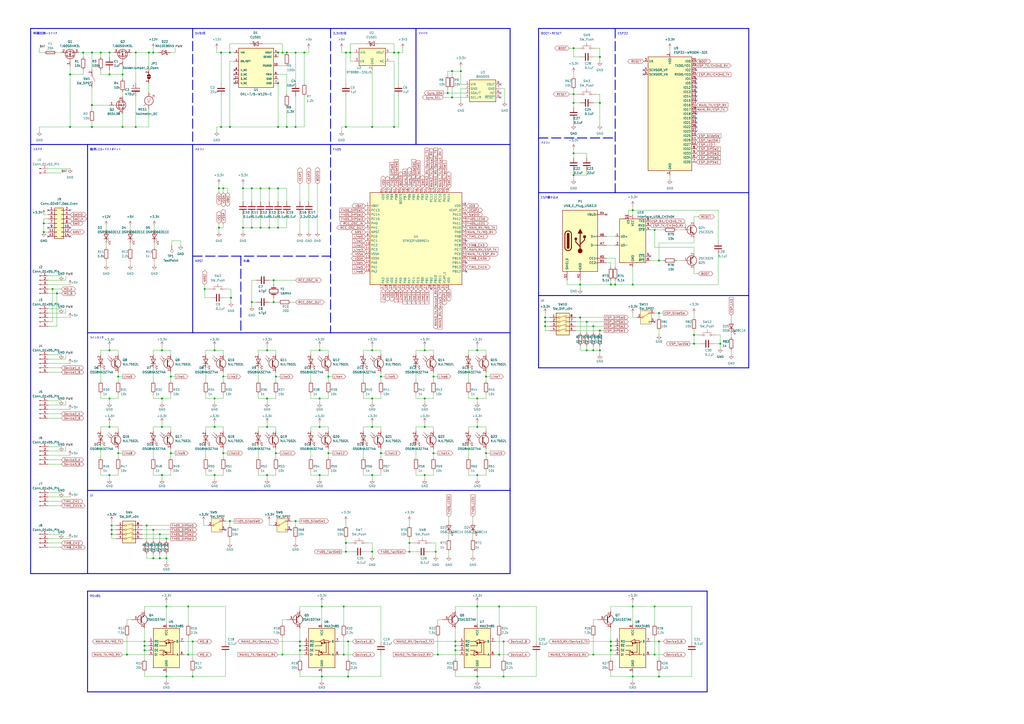
<source format=kicad_sch>
(kicad_sch (version 20230121) (generator eeschema)
  (paper "A2")
  (junction (at 133.35 30.48))
  (junction (at 186.69 392.43))
  (junction (at 254 379.73))
  (junction (at 127 132.08))
  (junction (at 68.58 262.89))
  (junction (at 151.13 109.22))
  (junction (at 128.27 73.66))
  (junction (at 129.54 262.89))
  (junction (at 146.05 109.22))
  (junction (at 83.82 372.11))
  (junction (at 289.56 351.79))
  (junction (at 63.5 43.18))
  (junction (at 140.97 109.22))
  (junction (at 92.71 309.88))
  (junction (at 336.55 165.1))
  (junction (at 340.36 203.2))
  (junction (at 199.39 379.73))
  (junction (at 99.06 218.44))
  (junction (at 264.16 377.19))
  (junction (at 171.45 302.26))
  (junction (at 154.94 247.65))
  (junction (at 332.74 54.61))
  (junction (at 93.98 275.59))
  (junction (at 367.03 392.43))
  (junction (at 220.98 218.44))
  (junction (at 200.66 314.96))
  (junction (at 96.52 392.43))
  (junction (at 292.1 372.11))
  (junction (at 64.77 304.8))
  (junction (at 354.33 377.19))
  (junction (at 129.54 109.22))
  (junction (at 367.03 165.1))
  (junction (at 316.23 189.23))
  (junction (at 48.26 30.48))
  (junction (at 215.9 275.59))
  (junction (at 173.99 377.19))
  (junction (at 173.99 372.11))
  (junction (at 289.56 379.73))
  (junction (at 160.02 262.89))
  (junction (at 133.35 73.66))
  (junction (at 354.33 372.11))
  (junction (at 118.745 167.64))
  (junction (at 215.9 231.14))
  (junction (at 402.59 194.31))
  (junction (at 40.64 43.18))
  (junction (at 92.71 323.85))
  (junction (at 382.27 151.13))
  (junction (at 161.29 132.08))
  (junction (at 78.74 73.66))
  (junction (at 40.64 73.66))
  (junction (at 85.09 304.8))
  (junction (at 185.42 275.59))
  (junction (at 199.39 351.79))
  (junction (at 190.5 218.44))
  (junction (at 379.73 379.73))
  (junction (at 203.2 30.48))
  (junction (at 63.5 30.48))
  (junction (at 215.9 247.65))
  (junction (at 251.46 262.89))
  (junction (at 402.59 199.39))
  (junction (at 63.5 231.14))
  (junction (at 201.93 372.11))
  (junction (at 63.5 247.65))
  (junction (at 215.9 203.2))
  (junction (at 220.98 262.89))
  (junction (at 201.93 392.43))
  (junction (at 86.36 30.48))
  (junction (at 58.42 30.48))
  (junction (at 354.33 165.1))
  (junction (at 379.73 351.79))
  (junction (at 96.52 312.42))
  (junction (at 161.29 48.26))
  (junction (at 185.42 203.2))
  (junction (at 332.74 101.6))
  (junction (at 111.76 372.11))
  (junction (at 276.86 231.14))
  (junction (at 124.46 203.2))
  (junction (at 53.34 30.48))
  (junction (at 25.4 134.62))
  (junction (at 382.27 181.61))
  (junction (at 276.86 203.2))
  (junction (at 344.17 203.2))
  (junction (at 161.29 30.48))
  (junction (at 200.66 30.48))
  (junction (at 93.98 247.65))
  (junction (at 93.98 203.2))
  (junction (at 316.23 184.15))
  (junction (at 158.75 175.26))
  (junction (at 171.45 73.66))
  (junction (at 417.83 199.39))
  (junction (at 276.86 351.79))
  (junction (at 281.94 262.89))
  (junction (at 237.49 314.96))
  (junction (at 356.87 165.1))
  (junction (at 146.05 175.26))
  (junction (at 347.98 203.2))
  (junction (at 166.37 73.66))
  (junction (at 231.14 30.48))
  (junction (at 88.9 30.48))
  (junction (at 171.45 30.48))
  (junction (at 156.21 109.22))
  (junction (at 173.99 374.65))
  (junction (at 63.5 275.59))
  (junction (at 332.74 59.69))
  (junction (at 163.83 379.73))
  (junction (at 176.53 30.48))
  (junction (at 276.86 275.59))
  (junction (at 71.12 43.18))
  (junction (at 228.6 30.48))
  (junction (at 146.05 132.08))
  (junction (at 133.985 172.72))
  (junction (at 129.54 218.44))
  (junction (at 78.74 30.48))
  (junction (at 88.9 307.34))
  (junction (at 228.6 73.66))
  (junction (at 264.16 372.11))
  (junction (at 161.29 73.66))
  (junction (at 367.03 351.79))
  (junction (at 215.9 73.66))
  (junction (at 133.35 302.26))
  (junction (at 128.27 30.48))
  (junction (at 166.37 30.48))
  (junction (at 276.86 392.43))
  (junction (at 215.9 320.04))
  (junction (at 156.21 132.08))
  (junction (at 109.22 379.73))
  (junction (at 127 109.22))
  (junction (at 124.46 247.65))
  (junction (at 154.94 203.2))
  (junction (at 264.16 374.65))
  (junction (at 93.98 231.14))
  (junction (at 332.74 88.9))
  (junction (at 158.75 162.56))
  (junction (at 347.98 33.02))
  (junction (at 246.38 231.14))
  (junction (at 151.13 132.08))
  (junction (at 154.94 275.59))
  (junction (at 340.36 186.69))
  (junction (at 71.12 73.66))
  (junction (at 160.02 218.44))
  (junction (at 251.46 218.44))
  (junction (at 83.82 377.19))
  (junction (at 347.98 191.77))
  (junction (at 344.17 379.73))
  (junction (at 267.335 41.275))
  (junction (at 163.83 30.48))
  (junction (at 25.4 129.54))
  (junction (at 96.52 323.85))
  (junction (at 281.94 218.44))
  (junction (at 246.38 275.59))
  (junction (at 73.66 379.73))
  (junction (at 252.73 320.04))
  (junction (at 344.17 189.23))
  (junction (at 367.03 121.92))
  (junction (at 316.23 186.69))
  (junction (at 347.98 59.69))
  (junction (at 63.5 203.2))
  (junction (at 262.255 56.515))
  (junction (at 83.82 374.65))
  (junction (at 200.66 73.66))
  (junction (at 246.38 247.65))
  (junction (at 68.58 218.44))
  (junction (at 99.06 262.89))
  (junction (at 276.86 247.65))
  (junction (at 30.48 167.64))
  (junction (at 161.29 109.22))
  (junction (at 292.1 392.43))
  (junction (at 109.22 351.79))
  (junction (at 111.76 392.43))
  (junction (at 185.42 247.65))
  (junction (at 262.255 41.275))
  (junction (at 154.94 231.14))
  (junction (at 246.38 203.2))
  (junction (at 332.74 27.94))
  (junction (at 185.42 231.14))
  (junction (at 88.9 323.85))
  (junction (at 124.46 275.59))
  (junction (at 237.49 320.04))
  (junction (at 382.27 372.11))
  (junction (at 379.73 133.35))
  (junction (at 190.5 262.89))
  (junction (at 53.34 73.66))
  (junction (at 200.66 320.04))
  (junction (at 259.715 53.975))
  (junction (at 64.77 309.88))
  (junction (at 53.34 60.96))
  (junction (at 382.27 392.43))
  (junction (at 354.33 374.65))
  (junction (at 33.02 170.18))
  (junction (at 140.97 132.08))
  (junction (at 186.69 351.79))
  (junction (at 336.55 184.15))
  (junction (at 124.46 231.14))
  (junction (at 64.77 307.34))
  (junction (at 96.52 351.79))
  (no_connect (at 290.195 48.895))
  (no_connect (at 130.81 307.34))
  (no_connect (at 403.86 73.66))
  (no_connect (at 403.86 68.58))
  (no_connect (at 270.51 139.7))
  (no_connect (at 270.51 152.4))
  (no_connect (at 403.86 66.04))
  (no_connect (at 379.73 186.69))
  (no_connect (at 403.86 40.64))
  (no_connect (at 270.51 157.48))
  (no_connect (at 168.91 307.34))
  (no_connect (at 351.79 124.46))
  (no_connect (at 135.89 45.72))
  (no_connect (at 403.86 48.26))
  (no_connect (at 135.89 43.18))
  (no_connect (at 403.86 55.88))
  (no_connect (at 40.64 137.16))
  (no_connect (at 403.86 71.12))
  (no_connect (at 27.94 137.16))
  (no_connect (at 290.195 56.515))
  (no_connect (at 403.86 58.42))
  (no_connect (at 403.86 76.2))
  (no_connect (at 135.89 40.64))
  (no_connect (at 403.86 50.8))
  (no_connect (at 403.86 45.72))
  (no_connect (at 27.94 132.08))
  (no_connect (at 250.19 167.64))
  (no_connect (at 40.64 121.92))
  (no_connect (at 373.38 40.64))
  (no_connect (at 135.89 48.26))
  (no_connect (at 373.38 43.18))
  (no_connect (at 40.64 132.08))
  (no_connect (at 27.94 121.92))
  (no_connect (at 403.86 53.34))
  (no_connect (at 377.19 148.59))
  (no_connect (at 290.195 53.975))
  (wire (pts (xy 210.82 275.59) (xy 215.9 275.59)))
  (wire (pts (xy 125.73 27.94) (xy 125.73 30.48)))
  (wire (pts (xy 289.56 351.79) (xy 289.56 361.95)))
  (wire (pts (xy 237.49 302.26) (xy 237.49 304.8)))
  (wire (pts (xy 379.73 379.73) (xy 384.81 379.73)))
  (wire (pts (xy 351.79 149.86) (xy 356.87 149.86)))
  (wire (pts (xy 292.1 372.11) (xy 292.1 382.27)))
  (wire (pts (xy 220.98 392.43) (xy 201.93 392.43)))
  (wire (pts (xy 160.02 231.14) (xy 160.02 228.6)))
  (wire (pts (xy 58.42 213.36) (xy 58.42 220.98)))
  (wire (pts (xy 156.21 132.08) (xy 161.29 132.08)))
  (wire (pts (xy 71.12 43.18) (xy 71.12 38.1)))
  (wire (pts (xy 344.17 189.23) (xy 344.17 193.04)))
  (wire (pts (xy 354.33 374.65) (xy 356.87 374.65)))
  (wire (pts (xy 68.58 247.65) (xy 68.58 250.19)))
  (wire (pts (xy 25.4 129.54) (xy 25.4 134.62)))
  (wire (pts (xy 154.94 203.2) (xy 160.02 203.2)))
  (wire (pts (xy 151.13 109.22) (xy 151.13 116.84)))
  (wire (pts (xy 168.91 175.26) (xy 171.45 175.26)))
  (wire (pts (xy 180.34 203.2) (xy 185.42 203.2)))
  (wire (pts (xy 160.02 247.65) (xy 160.02 250.19)))
  (polyline (pts (xy 434.34 16.51) (xy 434.34 213.36)) (stroke (width 0.5)))
  (wire (pts (xy 124.46 231.14) (xy 124.46 233.68)))
  (wire (pts (xy 92.71 309.88) (xy 92.71 313.69)))
  (wire (pts (xy 109.22 379.73) (xy 114.3 379.73)))
  (polyline (pts (xy 191.77 16.51) (xy 191.77 193.04)) (stroke (width 0.5) (type dash)))
  (wire (pts (xy 246.38 231.14) (xy 246.38 233.68)))
  (wire (pts (xy 38.1 205.74) (xy 38.1 208.28)))
  (wire (pts (xy 22.86 76.2) (xy 22.86 73.66)))
  (wire (pts (xy 85.09 304.8) (xy 82.55 304.8)))
  (wire (pts (xy 173.99 372.11) (xy 173.99 374.65)))
  (polyline (pts (xy 50.8 401.32) (xy 410.21 401.32)) (stroke (width 0.5)))
  (wire (pts (xy 96.52 349.25) (xy 96.52 351.79)))
  (wire (pts (xy 220.98 260.35) (xy 220.98 262.89)))
  (wire (pts (xy 173.99 364.49) (xy 173.99 372.11)))
  (wire (pts (xy 149.86 205.74) (xy 149.86 203.2)))
  (wire (pts (xy 85.09 304.8) (xy 85.09 313.69)))
  (wire (pts (xy 71.12 43.18) (xy 71.12 45.72)))
  (wire (pts (xy 93.98 231.14) (xy 99.06 231.14)))
  (wire (pts (xy 171.45 30.48) (xy 166.37 30.48)))
  (wire (pts (xy 251.46 379.73) (xy 254 379.73)))
  (wire (pts (xy 402.59 128.27) (xy 402.59 125.73)))
  (wire (pts (xy 215.9 231.14) (xy 215.9 233.68)))
  (wire (pts (xy 27.94 205.74) (xy 35.56 205.74)))
  (wire (pts (xy 271.78 273.05) (xy 271.78 275.59)))
  (wire (pts (xy 200.66 30.48) (xy 200.66 48.26)))
  (wire (pts (xy 144.78 25.4) (xy 133.35 25.4)))
  (wire (pts (xy 27.94 242.57) (xy 35.56 242.57)))
  (wire (pts (xy 173.99 124.46) (xy 173.99 134.62)))
  (wire (pts (xy 27.94 160.02) (xy 35.56 160.02)))
  (polyline (pts (xy 312.42 16.51) (xy 312.42 213.36)) (stroke (width 0.5)))
  (wire (pts (xy 344.17 203.2) (xy 347.98 203.2)))
  (wire (pts (xy 99.06 275.59) (xy 99.06 273.05)))
  (wire (pts (xy 401.32 392.43) (xy 382.27 392.43)))
  (wire (pts (xy 27.94 167.64) (xy 30.48 167.64)))
  (wire (pts (xy 340.36 186.69) (xy 340.36 193.04)))
  (wire (pts (xy 281.94 262.89) (xy 284.48 262.89)))
  (wire (pts (xy 119.38 231.14) (xy 124.46 231.14)))
  (wire (pts (xy 129.54 262.89) (xy 129.54 265.43)))
  (wire (pts (xy 251.46 262.89) (xy 251.46 265.43)))
  (wire (pts (xy 119.38 275.59) (xy 124.46 275.59)))
  (wire (pts (xy 220.98 262.89) (xy 223.52 262.89)))
  (wire (pts (xy 264.16 372.11) (xy 266.7 372.11)))
  (wire (pts (xy 25.4 134.62) (xy 27.94 134.62)))
  (wire (pts (xy 203.2 25.4) (xy 203.2 30.48)))
  (polyline (pts (xy 312.42 213.36) (xy 434.34 213.36)) (stroke (width 0.5)))
  (wire (pts (xy 83.82 372.11) (xy 86.36 372.11)))
  (wire (pts (xy 88.9 228.6) (xy 88.9 231.14)))
  (wire (pts (xy 347.98 203.2) (xy 347.98 205.74)))
  (wire (pts (xy 127 106.68) (xy 127 109.22)))
  (wire (pts (xy 149.86 247.65) (xy 154.94 247.65)))
  (wire (pts (xy 402.59 138.43) (xy 402.59 140.97)))
  (wire (pts (xy 92.71 309.88) (xy 82.55 309.88)))
  (wire (pts (xy 210.82 247.65) (xy 215.9 247.65)))
  (wire (pts (xy 260.35 309.88) (xy 260.35 312.42)))
  (wire (pts (xy 163.83 25.4) (xy 163.83 30.48)))
  (wire (pts (xy 146.05 132.08) (xy 151.13 132.08)))
  (wire (pts (xy 173.99 372.11) (xy 176.53 372.11)))
  (polyline (pts (xy 312.42 171.45) (xy 434.34 171.45)) (stroke (width 0.5)))
  (wire (pts (xy 124.46 245.11) (xy 124.46 247.65)))
  (wire (pts (xy 111.76 372.11) (xy 111.76 382.27)))
  (wire (pts (xy 215.9 203.2) (xy 220.98 203.2)))
  (wire (pts (xy 220.98 231.14) (xy 220.98 228.6)))
  (wire (pts (xy 354.33 152.4) (xy 354.33 154.94)))
  (wire (pts (xy 180.34 275.59) (xy 185.42 275.59)))
  (wire (pts (xy 252.73 320.04) (xy 252.73 322.58)))
  (wire (pts (xy 254 359.41) (xy 254 361.95)))
  (wire (pts (xy 377.19 372.11) (xy 382.27 372.11)))
  (wire (pts (xy 85.09 323.85) (xy 88.9 323.85)))
  (wire (pts (xy 251.46 203.2) (xy 251.46 205.74)))
  (wire (pts (xy 377.19 379.73) (xy 379.73 379.73)))
  (wire (pts (xy 64.77 304.8) (xy 67.31 304.8)))
  (wire (pts (xy 154.94 275.59) (xy 160.02 275.59)))
  (wire (pts (xy 367.03 349.25) (xy 367.03 351.79)))
  (wire (pts (xy 347.98 33.02) (xy 347.98 35.56)))
  (wire (pts (xy 332.74 27.94) (xy 332.74 33.02)))
  (wire (pts (xy 240.03 314.96) (xy 237.49 314.96)))
  (wire (pts (xy 22.86 27.94) (xy 22.86 30.48)))
  (wire (pts (xy 185.42 200.66) (xy 185.42 203.2)))
  (wire (pts (xy 176.53 48.26) (xy 176.53 30.48)))
  (wire (pts (xy 132.08 109.22) (xy 129.54 109.22)))
  (wire (pts (xy 99.06 262.89) (xy 99.06 265.43)))
  (wire (pts (xy 130.175 172.72) (xy 133.985 172.72)))
  (wire (pts (xy 228.6 73.66) (xy 215.9 73.66)))
  (wire (pts (xy 75.565 140.97) (xy 75.565 143.51)))
  (wire (pts (xy 156.21 175.26) (xy 158.75 175.26)))
  (wire (pts (xy 220.98 247.65) (xy 220.98 250.19)))
  (wire (pts (xy 190.5 218.44) (xy 193.04 218.44)))
  (wire (pts (xy 99.06 218.44) (xy 101.6 218.44)))
  (wire (pts (xy 64.77 307.34) (xy 67.31 307.34)))
  (wire (pts (xy 101.6 27.94) (xy 101.6 30.48)))
  (wire (pts (xy 27.94 259.08) (xy 35.56 259.08)))
  (wire (pts (xy 382.27 181.61) (xy 384.81 181.61)))
  (wire (pts (xy 351.79 152.4) (xy 354.33 152.4)))
  (wire (pts (xy 180.34 257.81) (xy 180.34 265.43)))
  (wire (pts (xy 276.86 203.2) (xy 281.94 203.2)))
  (wire (pts (xy 129.54 111.76) (xy 129.54 109.22)))
  (wire (pts (xy 364.49 124.46) (xy 364.49 121.92)))
  (wire (pts (xy 99.06 215.9) (xy 99.06 218.44)))
  (wire (pts (xy 88.9 273.05) (xy 88.9 275.59)))
  (wire (pts (xy 38.1 179.07) (xy 38.1 181.61)))
  (wire (pts (xy 198.12 76.2) (xy 198.12 73.66)))
  (wire (pts (xy 336.55 203.2) (xy 340.36 203.2)))
  (wire (pts (xy 367.03 184.15) (xy 369.57 184.15)))
  (wire (pts (xy 27.94 288.29) (xy 40.64 288.29)))
  (wire (pts (xy 336.55 184.15) (xy 334.01 184.15)))
  (wire (pts (xy 241.3 257.81) (xy 241.3 265.43)))
  (wire (pts (xy 132.08 111.76) (xy 132.08 109.22)))
  (wire (pts (xy 130.81 351.79) (xy 109.22 351.79)))
  (polyline (pts (xy 111.76 148.59) (xy 191.77 148.59)) (stroke (width 0.5) (type dash)))
  (wire (pts (xy 151.13 132.08) (xy 156.21 132.08)))
  (wire (pts (xy 104.775 139.7) (xy 104.775 142.24)))
  (wire (pts (xy 93.98 203.2) (xy 99.06 203.2)))
  (wire (pts (xy 160.02 218.44) (xy 160.02 220.98)))
  (wire (pts (xy 176.53 55.88) (xy 176.53 73.66)))
  (wire (pts (xy 276.86 349.25) (xy 276.86 351.79)))
  (wire (pts (xy 400.05 199.39) (xy 402.59 199.39)))
  (wire (pts (xy 64.77 309.88) (xy 64.77 312.42)))
  (wire (pts (xy 185.42 203.2) (xy 190.5 203.2)))
  (wire (pts (xy 405.13 158.75) (xy 402.59 158.75)))
  (wire (pts (xy 27.94 240.03) (xy 35.56 240.03)))
  (wire (pts (xy 38.1 160.02) (xy 38.1 162.56)))
  (wire (pts (xy 63.5 231.14) (xy 68.58 231.14)))
  (wire (pts (xy 27.94 232.41) (xy 35.56 232.41)))
  (wire (pts (xy 336.55 33.02) (xy 332.74 33.02)))
  (wire (pts (xy 149.86 275.59) (xy 154.94 275.59)))
  (polyline (pts (xy 295.91 16.51) (xy 295.91 332.74)) (stroke (width 0.5)))
  (wire (pts (xy 367.03 392.43) (xy 367.03 394.97)))
  (wire (pts (xy 151.13 109.22) (xy 146.05 109.22)))
  (wire (pts (xy 180.34 273.05) (xy 180.34 275.59)))
  (wire (pts (xy 234.95 320.04) (xy 237.49 320.04)))
  (wire (pts (xy 151.13 124.46) (xy 151.13 132.08)))
  (wire (pts (xy 149.86 257.81) (xy 149.86 265.43)))
  (wire (pts (xy 336.55 59.69) (xy 332.74 59.69)))
  (wire (pts (xy 367.03 389.89) (xy 367.03 392.43)))
  (wire (pts (xy 382.27 191.77) (xy 382.27 194.31)))
  (wire (pts (xy 53.34 73.66) (xy 71.12 73.66)))
  (wire (pts (xy 88.9 205.74) (xy 88.9 203.2)))
  (wire (pts (xy 149.86 203.2) (xy 154.94 203.2)))
  (wire (pts (xy 61.595 130.81) (xy 61.595 133.35)))
  (wire (pts (xy 241.3 275.59) (xy 246.38 275.59)))
  (wire (pts (xy 219.71 25.4) (xy 228.6 25.4)))
  (wire (pts (xy 146.05 109.22) (xy 140.97 109.22)))
  (wire (pts (xy 156.21 109.22) (xy 156.21 116.84)))
  (wire (pts (xy 350.52 184.15) (xy 336.55 184.15)))
  (wire (pts (xy 180.34 247.65) (xy 185.42 247.65)))
  (wire (pts (xy 377.19 151.13) (xy 382.27 151.13)))
  (wire (pts (xy 88.9 203.2) (xy 93.98 203.2)))
  (wire (pts (xy 99.06 304.8) (xy 85.09 304.8)))
  (wire (pts (xy 231.14 30.48) (xy 231.14 48.26)))
  (wire (pts (xy 276.86 231.14) (xy 276.86 233.68)))
  (wire (pts (xy 264.16 372.11) (xy 264.16 374.65)))
  (wire (pts (xy 58.42 275.59) (xy 63.5 275.59)))
  (wire (pts (xy 171.45 55.88) (xy 171.45 73.66)))
  (wire (pts (xy 129.54 218.44) (xy 132.08 218.44)))
  (wire (pts (xy 40.64 73.66) (xy 53.34 73.66)))
  (wire (pts (xy 154.94 200.66) (xy 154.94 203.2)))
  (wire (pts (xy 71.12 73.66) (xy 78.74 73.66)))
  (wire (pts (xy 40.64 38.1) (xy 40.64 43.18)))
  (wire (pts (xy 78.74 30.48) (xy 78.74 48.26)))
  (wire (pts (xy 350.52 189.23) (xy 344.17 189.23)))
  (wire (pts (xy 180.34 250.19) (xy 180.34 247.65)))
  (wire (pts (xy 133.35 312.42) (xy 133.35 314.96)))
  (wire (pts (xy 354.33 162.56) (xy 354.33 165.1)))
  (wire (pts (xy 220.98 351.79) (xy 199.39 351.79)))
  (wire (pts (xy 220.98 218.44) (xy 223.52 218.44)))
  (wire (pts (xy 276.86 392.43) (xy 292.1 392.43)))
  (wire (pts (xy 173.99 106.68) (xy 173.99 116.84)))
  (wire (pts (xy 220.98 379.73) (xy 220.98 392.43)))
  (wire (pts (xy 237.49 314.96) (xy 237.49 312.42)))
  (wire (pts (xy 351.79 142.24) (xy 356.87 142.24)))
  (wire (pts (xy 129.54 247.65) (xy 129.54 250.19)))
  (wire (pts (xy 99.06 231.14) (xy 99.06 228.6)))
  (wire (pts (xy 88.9 247.65) (xy 93.98 247.65)))
  (wire (pts (xy 201.93 389.89) (xy 201.93 392.43)))
  (wire (pts (xy 179.07 106.68) (xy 179.07 116.84)))
  (wire (pts (xy 354.33 377.19) (xy 354.33 382.27)))
  (wire (pts (xy 251.46 262.89) (xy 254 262.89)))
  (wire (pts (xy 25.4 127) (xy 27.94 127)))
  (wire (pts (xy 251.46 275.59) (xy 251.46 273.05)))
  (wire (pts (xy 124.46 200.66) (xy 124.46 203.2)))
  (wire (pts (xy 88.9 307.34) (xy 88.9 313.69)))
  (wire (pts (xy 259.715 53.975) (xy 269.875 53.975)))
  (wire (pts (xy 347.98 200.66) (xy 347.98 203.2)))
  (wire (pts (xy 161.29 43.18) (xy 166.37 43.18)))
  (wire (pts (xy 241.3 213.36) (xy 241.3 220.98)))
  (wire (pts (xy 379.73 181.61) (xy 382.27 181.61)))
  (wire (pts (xy 99.06 307.34) (xy 88.9 307.34)))
  (wire (pts (xy 124.46 275.59) (xy 124.46 278.13)))
  (wire (pts (xy 160.02 218.44) (xy 162.56 218.44)))
  (wire (pts (xy 271.78 275.59) (xy 276.86 275.59)))
  (wire (pts (xy 119.38 228.6) (xy 119.38 231.14)))
  (wire (pts (xy 335.28 27.94) (xy 332.74 27.94)))
  (wire (pts (xy 173.99 351.79) (xy 186.69 351.79)))
  (wire (pts (xy 241.3 320.04) (xy 237.49 320.04)))
  (wire (pts (xy 68.58 275.59) (xy 68.58 273.05)))
  (wire (pts (xy 356.87 149.86) (xy 356.87 154.94)))
  (wire (pts (xy 382.27 140.97) (xy 382.27 151.13)))
  (wire (pts (xy 64.77 304.8) (xy 64.77 307.34)))
  (wire (pts (xy 73.66 359.41) (xy 73.66 361.95)))
  (wire (pts (xy 405.13 194.31) (xy 402.59 194.31)))
  (wire (pts (xy 271.78 203.2) (xy 276.86 203.2)))
  (wire (pts (xy 198.12 320.04) (xy 200.66 320.04)))
  (wire (pts (xy 356.87 162.56) (xy 356.87 165.1)))
  (wire (pts (xy 133.35 302.26) (xy 135.89 302.26)))
  (wire (pts (xy 267.335 59.055) (xy 267.335 51.435)))
  (wire (pts (xy 340.36 200.66) (xy 340.36 203.2)))
  (wire (pts (xy 276.86 245.11) (xy 276.86 247.65)))
  (wire (pts (xy 96.52 351.79) (xy 109.22 351.79)))
  (wire (pts (xy 158.75 162.56) (xy 158.75 165.1)))
  (wire (pts (xy 416.56 121.92) (xy 367.03 121.92)))
  (wire (pts (xy 231.14 73.66) (xy 228.6 73.66)))
  (wire (pts (xy 199.39 369.57) (xy 199.39 379.73)))
  (wire (pts (xy 53.34 30.48) (xy 58.42 30.48)))
  (wire (pts (xy 119.38 250.19) (xy 119.38 247.65)))
  (wire (pts (xy 149.86 213.36) (xy 149.86 220.98)))
  (wire (pts (xy 163.83 359.41) (xy 163.83 361.95)))
  (wire (pts (xy 264.16 392.43) (xy 276.86 392.43)))
  (wire (pts (xy 168.91 302.26) (xy 171.45 302.26)))
  (wire (pts (xy 88.9 275.59) (xy 93.98 275.59)))
  (wire (pts (xy 264.16 377.19) (xy 266.7 377.19)))
  (wire (pts (xy 88.9 30.48) (xy 91.44 30.48)))
  (wire (pts (xy 173.99 374.65) (xy 176.53 374.65)))
  (wire (pts (xy 129.54 218.44) (xy 129.54 220.98)))
  (wire (pts (xy 128.27 30.48) (xy 133.35 30.48)))
  (wire (pts (xy 83.82 372.11) (xy 83.82 374.65)))
  (wire (pts (xy 45.72 30.48) (xy 48.26 30.48)))
  (wire (pts (xy 332.74 41.91) (xy 332.74 44.45)))
  (wire (pts (xy 276.86 275.59) (xy 276.86 278.13)))
  (wire (pts (xy 53.34 60.96) (xy 63.5 60.96)))
  (wire (pts (xy 121.285 167.64) (xy 118.745 167.64)))
  (wire (pts (xy 75.565 151.13) (xy 75.565 153.67)))
  (wire (pts (xy 106.68 372.11) (xy 111.76 372.11)))
  (wire (pts (xy 61.595 151.13) (xy 61.595 153.67)))
  (wire (pts (xy 276.86 351.79) (xy 289.56 351.79)))
  (wire (pts (xy 350.52 186.69) (xy 340.36 186.69)))
  (wire (pts (xy 161.29 30.48) (xy 161.29 33.02)))
  (wire (pts (xy 33.02 30.48) (xy 35.56 30.48)))
  (wire (pts (xy 124.46 231.14) (xy 129.54 231.14)))
  (wire (pts (xy 215.9 73.66) (xy 200.66 73.66)))
  (wire (pts (xy 344.17 379.73) (xy 356.87 379.73)))
  (wire (pts (xy 246.38 247.65) (xy 251.46 247.65)))
  (wire (pts (xy 27.94 261.62) (xy 38.1 261.62)))
  (wire (pts (xy 129.54 129.54) (xy 129.54 132.08)))
  (wire (pts (xy 140.97 106.68) (xy 140.97 109.22)))
  (wire (pts (xy 185.42 245.11) (xy 185.42 247.65)))
  (wire (pts (xy 220.98 275.59) (xy 220.98 273.05)))
  (wire (pts (xy 61.595 140.97) (xy 61.595 143.51)))
  (wire (pts (xy 89.535 151.13) (xy 89.535 153.67)))
  (wire (pts (xy 173.99 354.33) (xy 173.99 351.79)))
  (wire (pts (xy 166.37 43.18) (xy 166.37 54.61)))
  (wire (pts (xy 332.74 101.6) (xy 332.74 104.14)))
  (wire (pts (xy 133.35 30.48) (xy 135.89 30.48)))
  (wire (pts (xy 58.42 250.19) (xy 58.42 247.65)))
  (wire (pts (xy 200.66 55.88) (xy 200.66 73.66)))
  (wire (pts (xy 382.27 372.11) (xy 384.81 372.11)))
  (wire (pts (xy 311.15 351.79) (xy 289.56 351.79)))
  (wire (pts (xy 364.49 121.92) (xy 367.03 121.92)))
  (wire (pts (xy 109.22 369.57) (xy 109.22 379.73)))
  (wire (pts (xy 264.16 377.19) (xy 264.16 382.27)))
  (wire (pts (xy 71.12 66.04) (xy 71.12 73.66)))
  (wire (pts (xy 246.38 275.59) (xy 251.46 275.59)))
  (wire (pts (xy 130.81 392.43) (xy 111.76 392.43)))
  (wire (pts (xy 402.59 181.61) (xy 402.59 184.15)))
  (wire (pts (xy 231.14 30.48) (xy 228.6 30.48)))
  (wire (pts (xy 382.27 389.89) (xy 382.27 392.43)))
  (wire (pts (xy 332.74 99.06) (xy 332.74 101.6)))
  (wire (pts (xy 336.55 165.1) (xy 336.55 162.56)))
  (wire (pts (xy 330.2 54.61) (xy 332.74 54.61)))
  (wire (pts (xy 53.34 30.48) (xy 53.34 40.64)))
  (wire (pts (xy 336.55 200.66) (xy 336.55 203.2)))
  (wire (pts (xy 127 129.54) (xy 127 132.08)))
  (wire (pts (xy 63.5 245.11) (xy 63.5 247.65)))
  (wire (pts (xy 118.745 167.64) (xy 118.745 172.72)))
  (wire (pts (xy 199.39 351.79) (xy 199.39 361.95)))
  (wire (pts (xy 27.94 314.96) (xy 35.56 314.96)))
  (wire (pts (xy 424.18 203.2) (xy 424.18 205.74)))
  (wire (pts (xy 128.27 73.66) (xy 133.35 73.66)))
  (wire (pts (xy 356.87 165.1) (xy 367.03 165.1)))
  (wire (pts (xy 210.82 203.2) (xy 215.9 203.2)))
  (wire (pts (xy 180.34 213.36) (xy 180.34 220.98)))
  (wire (pts (xy 246.38 245.11) (xy 246.38 247.65)))
  (wire (pts (xy 118.745 165.1) (xy 118.745 167.64)))
  (wire (pts (xy 109.22 351.79) (xy 109.22 361.95)))
  (wire (pts (xy 129.54 132.08) (xy 127 132.08)))
  (polyline (pts (xy 111.76 16.51) (xy 111.76 83.82)) (stroke (width 0.5) (type dash)))
  (wire (pts (xy 271.78 247.65) (xy 276.86 247.65)))
  (polyline (pts (xy 241.3 16.51) (xy 241.3 83.82)) (stroke (width 0.5)))
  (wire (pts (xy 158.75 162.56) (xy 171.45 162.56)))
  (wire (pts (xy 99.695 139.7) (xy 99.695 142.24)))
  (wire (pts (xy 354.33 389.89) (xy 354.33 392.43)))
  (wire (pts (xy 185.42 275.59) (xy 185.42 278.13)))
  (wire (pts (xy 148.59 162.56) (xy 146.05 162.56)))
  (wire (pts (xy 402.59 146.05) (xy 402.59 143.51)))
  (wire (pts (xy 271.78 257.81) (xy 271.78 265.43)))
  (wire (pts (xy 251.46 215.9) (xy 251.46 218.44)))
  (wire (pts (xy 64.77 309.88) (xy 67.31 309.88)))
  (wire (pts (xy 96.52 312.42) (xy 82.55 312.42)))
  (wire (pts (xy 200.66 73.66) (xy 198.12 73.66)))
  (wire (pts (xy 166.37 62.23) (xy 166.37 73.66)))
  (wire (pts (xy 88.9 257.81) (xy 88.9 265.43)))
  (wire (pts (xy 96.52 351.79) (xy 96.52 361.95)))
  (wire (pts (xy 166.37 109.22) (xy 161.29 109.22)))
  (wire (pts (xy 96.52 312.42) (xy 96.52 313.69)))
  (wire (pts (xy 27.94 165.1) (xy 40.64 165.1)))
  (wire (pts (xy 88.9 231.14) (xy 93.98 231.14)))
  (wire (pts (xy 356.87 165.1) (xy 354.33 165.1)))
  (wire (pts (xy 27.94 184.15) (xy 40.64 184.15)))
  (wire (pts (xy 152.4 25.4) (xy 163.83 25.4)))
  (polyline (pts (xy 295.91 284.48) (xy 295.91 283.21)) (stroke (width 0.5)))
  (wire (pts (xy 241.3 228.6) (xy 241.3 231.14)))
  (wire (pts (xy 367.03 119.38) (xy 367.03 121.92)))
  (wire (pts (xy 354.33 372.11) (xy 354.33 374.65)))
  (wire (pts (xy 186.69 349.25) (xy 186.69 351.79)))
  (wire (pts (xy 332.74 88.9) (xy 340.36 88.9)))
  (wire (pts (xy 99.06 309.88) (xy 92.71 309.88)))
  (wire (pts (xy 146.05 162.56) (xy 146.05 175.26)))
  (wire (pts (xy 350.52 191.77) (xy 347.98 191.77)))
  (wire (pts (xy 274.32 320.04) (xy 274.32 322.58)))
  (wire (pts (xy 274.32 309.88) (xy 274.32 312.42)))
  (wire (pts (xy 233.68 30.48) (xy 231.14 30.48)))
  (wire (pts (xy 220.98 215.9) (xy 220.98 218.44)))
  (wire (pts (xy 367.03 351.79) (xy 379.73 351.79)))
  (wire (pts (xy 88.9 323.85) (xy 92.71 323.85)))
  (wire (pts (xy 129.54 231.14) (xy 129.54 228.6)))
  (wire (pts (xy 122.555 172.72) (xy 118.745 172.72)))
  (wire (pts (xy 281.94 275.59) (xy 281.94 273.05)))
  (wire (pts (xy 264.16 374.65) (xy 264.16 377.19)))
  (wire (pts (xy 40.64 43.18) (xy 40.64 73.66)))
  (wire (pts (xy 354.33 392.43) (xy 367.03 392.43)))
  (wire (pts (xy 185.42 231.14) (xy 185.42 233.68)))
  (wire (pts (xy 328.93 165.1) (xy 336.55 165.1)))
  (wire (pts (xy 83.82 354.33) (xy 83.82 351.79)))
  (wire (pts (xy 73.66 359.41) (xy 76.2 359.41)))
  (wire (pts (xy 271.78 231.14) (xy 276.86 231.14)))
  (polyline (pts (xy 17.78 332.74) (xy 295.91 332.74)) (stroke (width 0.5)))
  (wire (pts (xy 173.99 377.19) (xy 176.53 377.19)))
  (wire (pts (xy 220.98 203.2) (xy 220.98 205.74)))
  (wire (pts (xy 271.78 213.36) (xy 271.78 220.98)))
  (wire (pts (xy 185.42 275.59) (xy 190.5 275.59)))
  (wire (pts (xy 264.16 389.89) (xy 264.16 392.43)))
  (wire (pts (xy 354.33 364.49) (xy 354.33 372.11)))
  (wire (pts (xy 281.94 231.14) (xy 281.94 228.6)))
  (wire (pts (xy 135.89 35.56) (xy 133.35 35.56)))
  (wire (pts (xy 180.34 231.14) (xy 185.42 231.14)))
  (wire (pts (xy 215.9 320.04) (xy 215.9 322.58)))
  (wire (pts (xy 212.09 25.4) (xy 203.2 25.4)))
  (wire (pts (xy 86.36 30.48) (xy 88.9 30.48)))
  (wire (pts (xy 267.335 38.735) (xy 267.335 41.275)))
  (wire (pts (xy 25.4 127) (xy 25.4 129.54)))
  (wire (pts (xy 402.59 158.75) (xy 402.59 156.21)))
  (wire (pts (xy 316.23 181.61) (xy 316.23 184.15)))
  (wire (pts (xy 101.6 30.48) (xy 99.06 30.48)))
  (wire (pts (xy 382.27 151.13) (xy 384.81 151.13)))
  (wire (pts (xy 161.29 45.72) (xy 161.29 48.26)))
  (wire (pts (xy 166.37 116.84) (xy 166.37 109.22)))
  (wire (pts (xy 128.27 55.88) (xy 128.27 73.66)))
  (wire (pts (xy 417.83 199.39) (xy 417.83 201.93)))
  (wire (pts (xy 130.81 351.79) (xy 130.81 372.11)))
  (wire (pts (xy 180.34 228.6) (xy 180.34 231.14)))
  (polyline (pts (xy 50.8 342.9) (xy 50.8 401.32)) (stroke (width 0.5)))
  (wire (pts (xy 402.59 143.51) (xy 379.73 143.51)))
  (wire (pts (xy 264.16 364.49) (xy 264.16 372.11)))
  (polyline (pts (xy 50.8 342.9) (xy 410.21 342.9)) (stroke (width 0.5)))
  (wire (pts (xy 171.45 73.66) (xy 166.37 73.66)))
  (wire (pts (xy 89.535 140.97) (xy 89.535 143.51)))
  (wire (pts (xy 27.94 312.42) (xy 40.64 312.42)))
  (wire (pts (xy 93.98 275.59) (xy 99.06 275.59)))
  (wire (pts (xy 146.05 175.26) (xy 148.59 175.26)))
  (wire (pts (xy 179.07 124.46) (xy 179.07 134.62)))
  (wire (pts (xy 248.92 320.04) (xy 252.73 320.04)))
  (wire (pts (xy 281.94 218.44) (xy 281.94 220.98)))
  (wire (pts (xy 146.05 175.26) (xy 146.05 177.8)))
  (wire (pts (xy 190.5 247.65) (xy 190.5 250.19)))
  (polyline (pts (xy 111.76 83.82) (xy 111.76 193.04)) (stroke (width 0.5)))
  (wire (pts (xy 215.9 275.59) (xy 215.9 278.13)))
  (wire (pts (xy 316.23 189.23) (xy 318.77 189.23)))
  (wire (pts (xy 99.06 312.42) (xy 96.52 312.42)))
  (wire (pts (xy 379.73 133.35) (xy 384.81 133.35)))
  (wire (pts (xy 402.59 194.31) (xy 402.59 191.77)))
  (wire (pts (xy 340.36 101.6) (xy 332.74 101.6)))
  (wire (pts (xy 96.52 389.89) (xy 96.52 392.43)))
  (wire (pts (xy 264.16 354.33) (xy 264.16 351.79)))
  (wire (pts (xy 347.98 191.77) (xy 347.98 193.04)))
  (polyline (pts (xy 17.78 83.82) (xy 295.91 83.82)) (stroke (width 0.5)))
  (wire (pts (xy 185.42 247.65) (xy 190.5 247.65)))
  (wire (pts (xy 367.03 392.43) (xy 382.27 392.43)))
  (wire (pts (xy 27.94 266.7) (xy 35.56 266.7)))
  (wire (pts (xy 180.34 205.74) (xy 180.34 203.2)))
  (wire (pts (xy 344.17 59.69) (xy 347.98 59.69)))
  (wire (pts (xy 201.93 372.11) (xy 204.47 372.11)))
  (wire (pts (xy 311.15 392.43) (xy 292.1 392.43)))
  (wire (pts (xy 161.29 109.22) (xy 161.29 116.84)))
  (wire (pts (xy 124.46 275.59) (xy 129.54 275.59)))
  (wire (pts (xy 215.9 320.04) (xy 215.9 314.96)))
  (wire (pts (xy 316.23 184.15) (xy 318.77 184.15)))
  (wire (pts (xy 68.58 262.89) (xy 71.12 262.89)))
  (wire (pts (xy 171.45 302.26) (xy 171.45 304.8)))
  (wire (pts (xy 161.29 38.1) (xy 166.37 38.1)))
  (wire (pts (xy 215.9 245.11) (xy 215.9 247.65)))
  (wire (pts (xy 163.83 30.48) (xy 166.37 30.48)))
  (wire (pts (xy 246.38 275.59) (xy 246.38 278.13)))
  (wire (pts (xy 48.26 30.48) (xy 48.26 33.02)))
  (wire (pts (xy 190.5 262.89) (xy 190.5 265.43)))
  (wire (pts (xy 161.29 73.66) (xy 166.37 73.66)))
  (wire (pts (xy 367.03 351.79) (xy 367.03 361.95)))
  (wire (pts (xy 228.6 30.48) (xy 226.06 30.48)))
  (wire (pts (xy 88.9 27.94) (xy 88.9 30.48)))
  (wire (pts (xy 354.33 372.11) (xy 356.87 372.11)))
  (wire (pts (xy 63.5 200.66) (xy 63.5 203.2)))
  (wire (pts (xy 335.28 54.61) (xy 332.74 54.61)))
  (wire (pts (xy 402.59 125.73) (xy 405.13 125.73)))
  (wire (pts (xy 344.17 200.66) (xy 344.17 203.2)))
  (wire (pts (xy 354.33 377.19) (xy 356.87 377.19)))
  (wire (pts (xy 281.94 260.35) (xy 281.94 262.89)))
  (wire (pts (xy 86.36 63.5) (xy 86.36 73.66)))
  (wire (pts (xy 210.82 205.74) (xy 210.82 203.2)))
  (wire (pts (xy 246.38 203.2) (xy 251.46 203.2)))
  (wire (pts (xy 160.02 262.89) (xy 162.56 262.89)))
  (wire (pts (xy 38.1 259.08) (xy 38.1 261.62)))
  (wire (pts (xy 215.9 231.14) (xy 220.98 231.14)))
  (wire (pts (xy 262.255 43.815) (xy 262.255 41.275)))
  (wire (pts (xy 149.86 250.19) (xy 149.86 247.65)))
  (wire (pts (xy 262.255 41.275) (xy 267.335 41.275)))
  (wire (pts (xy 347.98 54.61) (xy 345.44 54.61)))
  (wire (pts (xy 406.4 199.39) (xy 402.59 199.39)))
  (wire (pts (xy 88.9 250.19) (xy 88.9 247.65)))
  (wire (pts (xy 27.94 162.56) (xy 38.1 162.56)))
  (wire (pts (xy 215.9 40.64) (xy 215.9 73.66)))
  (wire (pts (xy 171.45 302.26) (xy 173.99 302.26)))
  (wire (pts (xy 58.42 257.81) (xy 58.42 265.43)))
  (wire (pts (xy 179.07 27.94) (xy 179.07 30.48)))
  (wire (pts (xy 215.9 275.59) (xy 220.98 275.59)))
  (wire (pts (xy 220.98 218.44) (xy 220.98 220.98)))
  (wire (pts (xy 146.05 124.46) (xy 146.05 132.08)))
  (wire (pts (xy 344.17 33.02) (xy 347.98 33.02)))
  (wire (pts (xy 212.09 320.04) (xy 215.9 320.04)))
  (wire (pts (xy 200.66 302.26) (xy 200.66 304.8)))
  (wire (pts (xy 163.83 379.73) (xy 176.53 379.73)))
  (wire (pts (xy 200.66 314.96) (xy 200.66 312.42)))
  (wire (pts (xy 367.03 154.94) (xy 367.03 165.1)))
  (wire (pts (xy 127 109.22) (xy 127 111.76)))
  (wire (pts (xy 210.82 273.05) (xy 210.82 275.59)))
  (wire (pts (xy 160.02 203.2) (xy 160.02 205.74)))
  (wire (pts (xy 267.335 48.895) (xy 269.875 48.895)))
  (wire (pts (xy 257.175 53.975) (xy 259.715 53.975)))
  (wire (pts (xy 186.69 392.43) (xy 186.69 394.97)))
  (wire (pts (xy 424.18 193.04) (xy 424.18 195.58)))
  (wire (pts (xy 25.4 129.54) (xy 27.94 129.54)))
  (wire (pts (xy 196.85 372.11) (xy 201.93 372.11)))
  (wire (pts (xy 58.42 231.14) (xy 63.5 231.14)))
  (polyline (pts (xy 434.34 16.51) (xy 434.34 17.78)))
  (polyline (pts (xy 139.7 148.59) (xy 139.7 193.04)) (stroke (width 0.5) (type dash)))
  (wire (pts (xy 68.58 218.44) (xy 68.58 220.98)))
  (wire (pts (xy 344.17 359.41) (xy 346.71 359.41)))
  (wire (pts (xy 27.94 269.24) (xy 35.56 269.24)))
  (wire (pts (xy 129.54 262.89) (xy 132.08 262.89)))
  (wire (pts (xy 118.11 304.8) (xy 120.65 304.8)))
  (wire (pts (xy 401.32 351.79) (xy 379.73 351.79)))
  (wire (pts (xy 377.19 133.35) (xy 379.73 133.35)))
  (wire (pts (xy 130.81 379.73) (xy 130.81 392.43)))
  (wire (pts (xy 48.26 40.64) (xy 48.26 43.18)))
  (wire (pts (xy 68.58 203.2) (xy 68.58 205.74)))
  (wire (pts (xy 271.78 250.19) (xy 271.78 247.65)))
  (wire (pts (xy 271.78 205.74) (xy 271.78 203.2)))
  (wire (pts (xy 27.94 208.28) (xy 38.1 208.28)))
  (wire (pts (xy 241.3 247.65) (xy 246.38 247.65)))
  (wire (pts (xy 22.86 73.66) (xy 40.64 73.66)))
  (wire (pts (xy 328.93 162.56) (xy 328.93 165.1)))
  (wire (pts (xy 351.79 137.16) (xy 356.87 137.16)))
  (wire (pts (xy 119.38 273.05) (xy 119.38 275.59)))
  (wire (pts (xy 173.99 389.89) (xy 173.99 392.43)))
  (wire (pts (xy 78.74 30.48) (xy 86.36 30.48)))
  (wire (pts (xy 204.47 320.04) (xy 200.66 320.04)))
  (wire (pts (xy 86.36 48.26) (xy 86.36 53.34)))
  (wire (pts (xy 316.23 189.23) (xy 316.23 191.77)))
  (wire (pts (xy 241.3 273.05) (xy 241.3 275.59)))
  (wire (pts (xy 99.695 139.7) (xy 104.775 139.7)))
  (wire (pts (xy 111.76 389.89) (xy 111.76 392.43)))
  (wire (pts (xy 186.69 351.79) (xy 186.69 361.95)))
  (wire (pts (xy 140.97 109.22) (xy 140.97 116.84)))
  (wire (pts (xy 63.5 275.59) (xy 63.5 278.13)))
  (wire (pts (xy 53.34 71.12) (xy 53.34 73.66)))
  (wire (pts (xy 215.9 247.65) (xy 220.98 247.65)))
  (wire (pts (xy 186.69 389.89) (xy 186.69 392.43)))
  (wire (pts (xy 251.46 218.44) (xy 251.46 220.98)))
  (wire (pts (xy 336.55 165.1) (xy 354.33 165.1)))
  (wire (pts (xy 340.36 99.06) (xy 340.36 101.6)))
  (wire (pts (xy 190.5 203.2) (xy 190.5 205.74)))
  (wire (pts (xy 83.82 351.79) (xy 96.52 351.79)))
  (wire (pts (xy 292.735 51.435) (xy 292.735 59.055)))
  (wire (pts (xy 276.86 247.65) (xy 281.94 247.65)))
  (wire (pts (xy 93.98 231.14) (xy 93.98 233.68)))
  (wire (pts (xy 347.98 33.02) (xy 347.98 27.94)))
  (wire (pts (xy 251.46 218.44) (xy 254 218.44)))
  (wire (pts (xy 414.02 199.39) (xy 417.83 199.39)))
  (wire (pts (xy 96.52 392.43) (xy 96.52 394.97)))
  (wire (pts (xy 149.86 231.14) (xy 154.94 231.14)))
  (polyline (pts (xy 50.8 193.04) (xy 295.91 193.04)) (stroke (width 0.5)))
  (wire (pts (xy 158.75 175.26) (xy 158.75 172.72)))
  (wire (pts (xy 340.36 203.2) (xy 344.17 203.2)))
  (wire (pts (xy 173.99 392.43) (xy 186.69 392.43)))
  (polyline (pts (xy 50.8 83.82) (xy 50.8 332.74)) (stroke (width 0.5)))
  (wire (pts (xy 344.17 369.57) (xy 344.17 379.73)))
  (wire (pts (xy 30.48 167.64) (xy 30.48 186.69)))
  (wire (pts (xy 190.5 260.35) (xy 190.5 262.89)))
  (wire (pts (xy 22.86 30.48) (xy 25.4 30.48)))
  (wire (pts (xy 251.46 260.35) (xy 251.46 262.89)))
  (wire (pts (xy 27.94 285.75) (xy 35.56 285.75)))
  (wire (pts (xy 156.21 304.8) (xy 158.75 304.8)))
  (wire (pts (xy 340.36 186.69) (xy 334.01 186.69)))
  (wire (pts (xy 99.06 262.89) (xy 101.6 262.89)))
  (wire (pts (xy 73.66 369.57) (xy 73.66 379.73)))
  (wire (pts (xy 154.94 245.11) (xy 154.94 247.65)))
  (wire (pts (xy 40.64 43.18) (xy 48.26 43.18)))
  (wire (pts (xy 251.46 372.11) (xy 264.16 372.11)))
  (wire (pts (xy 78.74 55.88) (xy 78.74 73.66)))
  (wire (pts (xy 83.82 377.19) (xy 86.36 377.19)))
  (wire (pts (xy 228.6 35.56) (xy 226.06 35.56)))
  (polyline (pts (xy 410.21 401.32) (xy 410.21 342.9)) (stroke (width 0.5)))
  (wire (pts (xy 58.42 30.48) (xy 58.42 33.02)))
  (wire (pts (xy 267.335 41.275) (xy 267.335 48.895)))
  (wire (pts (xy 233.68 27.94) (xy 233.68 30.48)))
  (wire (pts (xy 27.94 317.5) (xy 35.56 317.5)))
  (wire (pts (xy 332.74 59.69) (xy 332.74 62.23)))
  (wire (pts (xy 254 379.73) (xy 266.7 379.73)))
  (wire (pts (xy 176.53 73.66) (xy 171.45 73.66)))
  (wire (pts (xy 99.06 260.35) (xy 99.06 262.89)))
  (wire (pts (xy 186.69 392.43) (xy 201.93 392.43)))
  (wire (pts (xy 119.38 247.65) (xy 124.46 247.65)))
  (wire (pts (xy 156.21 302.26) (xy 156.21 304.8)))
  (wire (pts (xy 171.45 48.26) (xy 171.45 30.48)))
  (wire (pts (xy 424.18 182.88) (xy 424.18 185.42)))
  (wire (pts (xy 292.1 389.89) (xy 292.1 392.43)))
  (wire (pts (xy 289.56 369.57) (xy 289.56 379.73)))
  (wire (pts (xy 125.73 30.48) (xy 128.27 30.48)))
  (wire (pts (xy 124.46 203.2) (xy 129.54 203.2)))
  (polyline (pts (xy 50.8 284.48) (xy 295.91 284.48)) (stroke (width 0.5)))
  (wire (pts (xy 140.97 132.08) (xy 140.97 134.62)))
  (wire (pts (xy 149.86 273.05) (xy 149.86 275.59)))
  (wire (pts (xy 271.78 228.6) (xy 271.78 231.14)))
  (wire (pts (xy 231.14 55.88) (xy 231.14 73.66)))
  (wire (pts (xy 332.74 54.61) (xy 332.74 52.07)))
  (wire (pts (xy 129.54 203.2) (xy 129.54 205.74)))
  (wire (pts (xy 173.99 377.19) (xy 173.99 382.27)))
  (wire (pts (xy 160.02 260.35) (xy 160.02 262.89)))
  (wire (pts (xy 93.98 245.11) (xy 93.98 247.65)))
  (wire (pts (xy 259.715 51.435) (xy 259.715 53.975)))
  (wire (pts (xy 163.83 359.41) (xy 166.37 359.41)))
  (wire (pts (xy 93.98 247.65) (xy 99.06 247.65)))
  (wire (pts (xy 27.94 290.83) (xy 35.56 290.83)))
  (wire (pts (xy 276.86 392.43) (xy 276.86 394.97)))
  (wire (pts (xy 341.63 372.11) (xy 354.33 372.11)))
  (wire (pts (xy 154.94 247.65) (xy 160.02 247.65)))
  (wire (pts (xy 71.12 372.11) (xy 83.82 372.11)))
  (wire (pts (xy 237.49 314.96) (xy 237.49 320.04)))
  (wire (pts (xy 133.35 35.56) (xy 133.35 73.66)))
  (wire (pts (xy 160.02 262.89) (xy 160.02 265.43)))
  (wire (pts (xy 200.66 30.48) (xy 203.2 30.48)))
  (wire (pts (xy 63.5 231.14) (xy 63.5 233.68)))
  (wire (pts (xy 203.2 314.96) (xy 200.66 314.96)))
  (wire (pts (xy 58.42 203.2) (xy 63.5 203.2)))
  (wire (pts (xy 260.35 320.04) (xy 260.35 322.58)))
  (polyline (pts (xy 17.78 16.51) (xy 295.91 16.51)) (stroke (width 0.5)))
  (wire (pts (xy 416.56 147.32) (xy 416.56 165.1)))
  (wire (pts (xy 83.82 389.89) (xy 83.82 392.43)))
  (wire (pts (xy 210.82 257.81) (xy 210.82 265.43)))
  (wire (pts (xy 311.15 379.73) (xy 311.15 392.43)))
  (wire (pts (xy 196.85 379.73) (xy 199.39 379.73)))
  (wire (pts (xy 119.38 205.74) (xy 119.38 203.2)))
  (wire (pts (xy 259.715 41.275) (xy 259.715 43.815)))
  (wire (pts (xy 281.94 218.44) (xy 284.48 218.44)))
  (polyline (pts (xy 312.42 80.01) (xy 356.87 80.01)) (stroke (width 0.5) (type dash)))
  (wire (pts (xy 140.97 132.08) (xy 146.05 132.08)))
  (wire (pts (xy 316.23 186.69) (xy 318.77 186.69)))
  (polyline (pts (xy 17.78 16.51) (xy 17.78 332.74)) (stroke (width 0.5)))
  (wire (pts (xy 129.54 275.59) (xy 129.54 273.05)))
  (wire (pts (xy 292.735 51.435) (xy 290.195 51.435)))
  (wire (pts (xy 160.02 215.9) (xy 160.02 218.44)))
  (wire (pts (xy 220.98 262.89) (xy 220.98 265.43)))
  (wire (pts (xy 154.94 231.14) (xy 160.02 231.14)))
  (wire (pts (xy 161.29 73.66) (xy 161.29 48.26)))
  (wire (pts (xy 73.66 379.73) (xy 86.36 379.73)))
  (wire (pts (xy 63.5 30.48) (xy 66.04 30.48)))
  (wire (pts (xy 163.83 369.57) (xy 163.83 379.73)))
  (wire (pts (xy 53.34 60.96) (xy 53.34 63.5)))
  (wire (pts (xy 129.54 260.35) (xy 129.54 262.89)))
  (wire (pts (xy 68.58 231.14) (xy 68.58 228.6)))
  (wire (pts (xy 133.985 167.64) (xy 131.445 167.64)))
  (wire (pts (xy 27.94 237.49) (xy 40.64 237.49)))
  (wire (pts (xy 89.535 130.81) (xy 89.535 133.35)))
  (wire (pts (xy 156.21 162.56) (xy 158.75 162.56)))
  (wire (pts (xy 158.75 175.26) (xy 161.29 175.26)))
  (wire (pts (xy 402.59 194.31) (xy 402.59 199.39)))
  (wire (pts (xy 68.58 215.9) (xy 68.58 218.44)))
  (wire (pts (xy 58.42 205.74) (xy 58.42 203.2)))
  (wire (pts (xy 58.42 247.65) (xy 63.5 247.65)))
  (wire (pts (xy 119.38 257.81) (xy 119.38 265.43)))
  (wire (pts (xy 83.82 374.65) (xy 86.36 374.65)))
  (wire (pts (xy 392.43 151.13) (xy 394.97 151.13)))
  (wire (pts (xy 88.9 321.31) (xy 88.9 323.85)))
  (wire (pts (xy 63.5 275.59) (xy 68.58 275.59)))
  (wire (pts (xy 262.255 51.435) (xy 262.255 56.515)))
  (wire (pts (xy 58.42 43.18) (xy 63.5 43.18)))
  (wire (pts (xy 27.94 170.18) (xy 33.02 170.18)))
  (wire (pts (xy 267.335 51.435) (xy 269.875 51.435)))
  (wire (pts (xy 53.34 30.48) (xy 48.26 30.48)))
  (wire (pts (xy 63.5 43.18) (xy 71.12 43.18)))
  (wire (pts (xy 129.54 215.9) (xy 129.54 218.44)))
  (wire (pts (xy 75.565 130.81) (xy 75.565 133.35)))
  (wire (pts (xy 27.94 189.23) (xy 33.02 189.23)))
  (wire (pts (xy 171.45 312.42) (xy 171.45 314.96)))
  (wire (pts (xy 125.73 73.66) (xy 128.27 73.66)))
  (wire (pts (xy 88.9 307.34) (xy 82.55 307.34)))
  (wire (pts (xy 251.46 231.14) (xy 251.46 228.6)))
  (wire (pts (xy 198.12 30.48) (xy 200.66 30.48)))
  (wire (pts (xy 402.59 140.97) (xy 382.27 140.97)))
  (wire (pts (xy 133.35 25.4) (xy 133.35 30.48)))
  (wire (pts (xy 156.21 109.22) (xy 151.13 109.22)))
  (wire (pts (xy 354.33 354.33) (xy 354.33 351.79)))
  (wire (pts (xy 332.74 69.85) (xy 332.74 72.39)))
  (wire (pts (xy 228.6 35.56) (xy 228.6 73.66)))
  (wire (pts (xy 27.94 210.82) (xy 40.64 210.82)))
  (wire (pts (xy 149.86 228.6) (xy 149.86 231.14)))
  (wire (pts (xy 68.58 262.89) (xy 68.58 265.43)))
  (wire (pts (xy 106.68 379.73) (xy 109.22 379.73)))
  (wire (pts (xy 246.38 200.66) (xy 246.38 203.2)))
  (wire (pts (xy 336.55 165.1) (xy 336.55 167.64)))
  (wire (pts (xy 292.1 372.11) (xy 294.64 372.11)))
  (wire (pts (xy 379.73 369.57) (xy 379.73 379.73)))
  (wire (pts (xy 210.82 213.36) (xy 210.82 220.98)))
  (wire (pts (xy 27.94 179.07) (xy 35.56 179.07)))
  (wire (pts (xy 274.32 299.72) (xy 274.32 302.26)))
  (wire (pts (xy 347.98 191.77) (xy 334.01 191.77)))
  (wire (pts (xy 416.56 165.1) (xy 367.03 165.1)))
  (wire (pts (xy 316.23 191.77) (xy 318.77 191.77)))
  (wire (pts (xy 257.175 56.515) (xy 262.255 56.515)))
  (wire (pts (xy 184.15 134.62) (xy 184.15 106.68)))
  (wire (pts (xy 190.5 215.9) (xy 190.5 218.44)))
  (wire (pts (xy 262.255 56.515) (xy 269.875 56.515)))
  (wire (pts (xy 83.82 374.65) (xy 83.82 377.19)))
  (wire (pts (xy 71.12 379.73) (xy 73.66 379.73)))
  (wire (pts (xy 64.77 302.26) (xy 64.77 304.8)))
  (wire (pts (xy 344.17 359.41) (xy 344.17 361.95)))
  (wire (pts (xy 83.82 377.19) (xy 83.82 382.27)))
  (wire (pts (xy 185.42 231.14) (xy 190.5 231.14)))
  (wire (pts (xy 76.2 30.48) (xy 78.74 30.48)))
  (wire (pts (xy 388.62 101.6) (xy 388.62 104.14)))
  (wire (pts (xy 354.33 374.65) (xy 354.33 377.19)))
  (wire (pts (xy 111.76 372.11) (xy 114.3 372.11)))
  (wire (pts (xy 215.9 314.96) (xy 213.36 314.96)))
  (wire (pts (xy 254 359.41) (xy 256.54 359.41)))
  (wire (pts (xy 254 369.57) (xy 254 379.73)))
  (wire (pts (xy 417.83 199.39) (xy 417.83 194.31)))
  (wire (pts (xy 64.77 312.42) (xy 67.31 312.42)))
  (wire (pts (xy 220.98 351.79) (xy 220.98 372.11)))
  (wire (pts (xy 27.94 100.33) (xy 35.56 100.33)))
  (wire (pts (xy 161.29 109.22) (xy 156.21 109.22)))
  (wire (pts (xy 287.02 379.73) (xy 289.56 379.73)))
  (wire (pts (xy 124.46 247.65) (xy 129.54 247.65)))
  (wire (pts (xy 64.77 307.34) (xy 64.77 309.88)))
  (wire (pts (xy 119.38 213.36) (xy 119.38 220.98)))
  (wire (pts (xy 228.6 25.4) (xy 228.6 30.48)))
  (wire (pts (xy 276.86 389.89) (xy 276.86 392.43)))
  (wire (pts (xy 68.58 260.35) (xy 68.58 262.89)))
  (wire (pts (xy 140.97 124.46) (xy 140.97 132.08)))
  (wire (pts (xy 241.3 231.14) (xy 246.38 231.14)))
  (wire (pts (xy 173.99 374.65) (xy 173.99 377.19)))
  (wire (pts (xy 129.54 109.22) (xy 127 109.22)))
  (wire (pts (xy 163.83 30.48) (xy 161.29 30.48)))
  (wire (pts (xy 125.73 76.2) (xy 125.73 73.66)))
  (wire (pts (xy 27.94 97.79) (xy 40.64 97.79)))
  (wire (pts (xy 33.02 170.18) (xy 33.02 189.23)))
  (wire (pts (xy 417.83 194.31) (xy 415.29 194.31)))
  (wire (pts (xy 388.62 27.94) (xy 388.62 30.48)))
  (wire (pts (xy 83.82 392.43) (xy 96.52 392.43)))
  (wire (pts (xy 86.36 30.48) (xy 86.36 40.64)))
  (wire (pts (xy 281.94 262.89) (xy 281.94 265.43)))
  (wire (pts (xy 176.53 30.48) (xy 171.45 30.48)))
  (wire (pts (xy 382.27 181.61) (xy 382.27 184.15)))
  (wire (pts (xy 276.86 275.59) (xy 281.94 275.59)))
  (wire (pts (xy 93.98 200.66) (xy 93.98 203.2)))
  (wire (pts (xy 287.02 372.11) (xy 292.1 372.11)))
  (wire (pts (xy 311.15 351.79) (xy 311.15 372.11)))
  (wire (pts (xy 401.32 379.73) (xy 401.32 392.43)))
  (wire (pts (xy 210.82 231.14) (xy 215.9 231.14)))
  (wire (pts (xy 99.06 203.2) (xy 99.06 205.74)))
  (wire (pts (xy 382.27 372.11) (xy 382.27 382.27)))
  (wire (pts (xy 264.16 374.65) (xy 266.7 374.65)))
  (wire (pts (xy 203.2 30.48) (xy 205.74 30.48)))
  (wire (pts (xy 276.86 231.14) (xy 281.94 231.14)))
  (wire (pts (xy 190.5 275.59) (xy 190.5 273.05)))
  (wire (pts (xy 203.2 35.56) (xy 203.2 30.48)))
  (wire (pts (xy 63.5 203.2) (xy 68.58 203.2)))
  (wire (pts (xy 88.9 213.36) (xy 88.9 220.98)))
  (wire (pts (xy 289.56 379.73) (xy 294.64 379.73)))
  (wire (pts (xy 179.07 30.48) (xy 176.53 30.48)))
  (wire (pts (xy 68.58 218.44) (xy 71.12 218.44)))
  (wire (pts (xy 190.5 231.14) (xy 190.5 228.6)))
  (wire (pts (xy 154.94 231.14) (xy 154.94 233.68)))
  (wire (pts (xy 392.43 133.35) (xy 394.97 133.35)))
  (wire (pts (xy 252.73 314.96) (xy 250.19 314.96)))
  (wire (pts (xy 63.5 30.48) (xy 63.5 33.02)))
  (wire (pts (xy 354.33 351.79) (xy 367.03 351.79)))
  (wire (pts (xy 86.36 73.66) (xy 78.74 73.66)))
  (wire (pts (xy 198.12 27.94) (xy 198.12 30.48)))
  (wire (pts (xy 276.86 351.79) (xy 276.86 361.95)))
  (wire (pts (xy 379.73 133.35) (xy 379.73 143.51)))
  (wire (pts (xy 99.06 218.44) (xy 99.06 220.98)))
  (wire (pts (xy 251.46 247.65) (xy 251.46 250.19)))
  (polyline (pts (xy 312.42 16.51) (xy 434.34 16.51)) (stroke (width 0.5)))
  (wire (pts (xy 58.42 228.6) (xy 58.42 231.14)))
  (wire (pts (xy 63.5 247.65) (xy 68.58 247.65)))
  (wire (pts (xy 27.94 293.37) (xy 35.56 293.37)))
  (wire (pts (xy 166.37 124.46) (xy 166.37 132.08)))
  (wire (pts (xy 190.5 262.89) (xy 193.04 262.89)))
  (wire (pts (xy 85.09 321.31) (xy 85.09 323.85)))
  (polyline (pts (xy 356.87 16.51) (xy 356.87 111.76)) (stroke (width 0.5) (type dash)))
  (wire (pts (xy 133.35 73.66) (xy 161.29 73.66)))
  (wire (pts (xy 281.94 203.2) (xy 281.94 205.74)))
  (wire (pts (xy 27.94 213.36) (xy 35.56 213.36)))
  (wire (pts (xy 25.4 124.46) (xy 27.94 124.46)))
  (wire (pts (xy 156.21 124.46) (xy 156.21 132.08)))
  (wire (pts (xy 33.02 170.18) (xy 35.56 170.18)))
  (wire (pts (xy 210.82 250.19) (xy 210.82 247.65)))
  (wire (pts (xy 340.36 91.44) (xy 340.36 88.9)))
  (wire (pts (xy 264.16 351.79) (xy 276.86 351.79)))
  (wire (pts (xy 27.94 264.16) (xy 40.64 264.16)))
  (wire (pts (xy 160.02 275.59) (xy 160.02 273.05)))
  (wire (pts (xy 252.73 320.04) (xy 252.73 314.96)))
  (wire (pts (xy 130.81 302.26) (xy 133.35 302.26)))
  (wire (pts (xy 332.74 88.9) (xy 332.74 91.44)))
  (wire (pts (xy 133.985 172.72) (xy 133.985 167.64)))
  (wire (pts (xy 63.5 40.64) (xy 63.5 43.18)))
  (wire (pts (xy 161.29 132.08) (xy 166.37 132.08)))
  (wire (pts (xy 58.42 30.48) (xy 63.5 30.48)))
  (wire (pts (xy 246.38 231.14) (xy 251.46 231.14)))
  (wire (pts (xy 133.985 172.72) (xy 133.985 175.26)))
  (wire (pts (xy 190.5 218.44) (xy 190.5 220.98)))
  (wire (pts (xy 241.3 205.74) (xy 241.3 203.2)))
  (wire (pts (xy 27.94 215.9) (xy 35.56 215.9)))
  (wire (pts (xy 133.35 302.26) (xy 133.35 304.8)))
  (wire (pts (xy 154.94 275.59) (xy 154.94 278.13)))
  (wire (pts (xy 367.03 121.92) (xy 367.03 124.46)))
  (wire (pts (xy 401.32 351.79) (xy 401.32 372.11)))
  (wire (pts (xy 332.74 86.36) (xy 332.74 88.9)))
  (wire (pts (xy 347.98 27.94) (xy 345.44 27.94)))
  (wire (pts (xy 262.255 41.275) (xy 259.715 41.275)))
  (wire (pts (xy 276.86 200.66) (xy 276.86 203.2)))
  (wire (pts (xy 200.66 314.96) (xy 200.66 320.04)))
  (wire (pts (xy 379.73 351.79) (xy 379.73 361.95)))
  (wire (pts (xy 71.12 53.34) (xy 71.12 55.88)))
  (wire (pts (xy 336.55 184.15) (xy 336.55 193.04)))
  (wire (pts (xy 146.05 109.22) (xy 146.05 116.84)))
  (wire (pts (xy 330.2 27.94) (xy 332.74 27.94)))
  (wire (pts (xy 58.42 40.64) (xy 58.42 43.18)))
  (wire (pts (xy 92.71 321.31) (xy 92.71 323.85)))
  (wire (pts (xy 347.98 59.69) (xy 347.98 54.61)))
  (wire (pts (xy 316.23 184.15) (xy 316.23 186.69)))
  (wire (pts (xy 281.94 247.65) (xy 281.94 250.19)))
  (wire (pts (xy 341.63 379.73) (xy 344.17 379.73)))
  (wire (pts (xy 27.94 234.95) (xy 38.1 234.95)))
  (wire (pts (xy 27.94 309.88) (xy 35.56 309.88)))
  (wire (pts (xy 260.35 299.72) (xy 260.35 302.26)))
  (polyline (pts (xy 312.42 111.76) (xy 434.34 111.76)) (stroke (width 0.5)))
  (wire (pts (xy 96.52 392.43) (xy 111.76 392.43)))
  (wire (pts (xy 93.98 275.59) (xy 93.98 278.13)))
  (wire (pts (xy 53.34 50.8) (xy 53.34 60.96)))
  (wire (pts (xy 92.71 323.85) (xy 96.52 323.85)))
  (wire (pts (xy 186.69 351.79) (xy 199.39 351.79)))
  (wire (pts (xy 205.74 35.56) (xy 203.2 35.56)))
  (wire (pts (xy 344.17 189.23) (xy 334.01 189.23)))
  (wire (pts (xy 38.1 232.41) (xy 38.1 234.95)))
  (wire (pts (xy 96.52 323.85) (xy 96.52 326.39)))
  (wire (pts (xy 241.3 203.2) (xy 246.38 203.2)))
  (wire (pts (xy 99.06 247.65) (xy 99.06 250.19)))
  (wire (pts (xy 161.29 372.11) (xy 173.99 372.11)))
  (wire (pts (xy 118.11 302.26) (xy 118.11 304.8)))
  (wire (pts (xy 416.56 139.7) (xy 416.56 121.92)))
  (wire (pts (xy 201.93 372.11) (xy 201.93 382.27)))
  (wire (pts (xy 199.39 379.73) (xy 204.47 379.73)))
  (wire (pts (xy 210.82 228.6) (xy 210.82 231.14)))
  (wire (pts (xy 347.98 59.69) (xy 347.98 72.39)))
  (wire (pts (xy 119.38 203.2) (xy 124.46 203.2)))
  (wire (pts (xy 215.9 200.66) (xy 215.9 203.2)))
  (wire (pts (xy 83.82 364.49) (xy 83.82 372.11)))
  (wire (pts (xy 281.94 215.9) (xy 281.94 218.44)))
  (wire (pts (xy 30.48 167.64) (xy 35.56 167.64)))
  (wire (pts (xy 127 132.08) (xy 127 134.62)))
  (wire (pts (xy 367.03 181.61) (xy 367.03 184.15)))
  (wire (pts (xy 58.42 273.05) (xy 58.42 275.59)))
  (wire (pts (xy 27.94 181.61) (xy 38.1 181.61)))
  (wire (pts (xy 332.74 54.61) (xy 332.74 59.69)))
  (wire (pts (xy 27.94 186.69) (xy 30.48 186.69)))
  (wire (pts (xy 161.29 124.46) (xy 161.29 132.08)))
  (wire (pts (xy 96.52 321.31) (xy 96.52 323.85)))
  (wire (pts (xy 241.3 250.19) (xy 241.3 247.65)))
  (wire (pts (xy 128.27 48.26) (xy 128.27 30.48)))
  (wire (pts (xy 316.23 186.69) (xy 316.23 189.23)))
  (wire (pts (xy 161.29 379.73) (xy 163.83 379.73)))
  (text "BOOT・RESET" (at 313.69 20.32 0) (effects (font (size 1.27 1.27)) (justify left bottom)))
  (text "5V生成\n" (at 113.03 20.32 0) (effects (font (size 1.27 1.27)) (justify left bottom)))
  (text "パスコン" (at 313.69 83.82 0) (effects (font (size 1.27 1.27)) (justify left bottom)))
  (text "UI" (at 52.07 288.29 0) (effects (font (size 1.27 1.27)) (justify left bottom)))
  (text "ジャイロ" (at 242.57 20.32 0) (effects (font (size 1.27 1.27)) (justify left bottom)))
  (text "水晶" (at 140.97 152.4 0) (effects (font (size 1.27 1.27)) (justify left bottom)))
  (text "コネクタ" (at 19.05 87.63 0) (effects (font (size 1.27 1.27)) (justify left bottom)))
  (text "RS485" (at 52.07 346.71 0) (effects (font (size 1.27 1.27)) (justify left bottom)))
  (text "保護回路・スイッチ" (at 19.05 20.32 0) (effects (font (size 1.27 1.27)) (justify left bottom)))
  (text "パスコン" (at 113.03 87.63 0) (effects (font (size 1.27 1.27)) (justify left bottom)))
  (text "NRST" (at 113.03 152.4 0) (effects (font (size 1.27 1.27)) (justify left bottom)))
  (text "UI" (at 313.69 175.26 0) (effects (font (size 1.27 1.27)) (justify left bottom)))
  (text "F405" (at 193.04 87.63 0) (effects (font (size 1.27 1.27)) (justify left bottom)))
  (text "ESP書き込み" (at 313.69 115.57 0) (effects (font (size 1.27 1.27)) (justify left bottom)))
  (text "ラインセンサ" (at 52.07 196.85 0) (effects (font (size 1.27 1.27)) (justify left bottom)))
  (text "電源LED・テストポイント" (at 52.07 87.63 0) (effects (font (size 1.27 1.27)) (justify left bottom)))
  (text "ESP32" (at 358.14 20.32 0) (effects (font (size 1.27 1.27)) (justify left bottom)))
  (text "3.3V生成\n" (at 193.04 20.32 0) (effects (font (size 1.27 1.27)) (justify left bottom)))
  (label "PWR" (at 38.1 160.02 0))
  (label "PWR" (at 101.6 27.94 0))
  (label "PWR" (at 38.1 205.74 0))
  (label "PWR" (at 38.1 232.41 0))
  (label "BAT" (at 22.86 27.94 0))
  (label "BAT" (at 35.56 100.33 0))
  (label "PWR" (at 38.1 179.07 0))
  (label "PWR" (at 38.1 259.08 0))
  (global_label "F405_DIPSW2" (shape output) (at 99.06 309.88 0) (property "Intersheetrefs" "${INTERSHEET_REFS}" (effects hide)))
  (global_label "F405_TactSW0" (shape output) (at 198.12 320.04 180) (property "Intersheetrefs" "${INTERSHEET_REFS}" (effects hide)))
  (global_label "Line5" (shape input) (at 212.09 154.94 180) (property "Intersheetrefs" "${INTERSHEET_REFS}" (effects hide)))
  (global_label "Line9" (shape input) (at 232.41 167.64 270) (property "Intersheetrefs" "${INTERSHEET_REFS}" (effects hide)))
  (global_label "Line11" (shape input) (at 237.49 167.64 270) (property "Intersheetrefs" "${INTERSHEET_REFS}" (effects hide)))
  (global_label "Line14" (shape input) (at 245.11 167.64 270) (property "Intersheetrefs" "${INTERSHEET_REFS}" (effects hide)))
  (global_label "VCAP1" (shape bidirectional) (at 257.81 167.64 270) (property "Intersheetrefs" "${INTERSHEET_REFS}" (effects hide)))
  (global_label "Line7" (shape output) (at 284.48 218.44 0) (property "Intersheetrefs" "${INTERSHEET_REFS}" (effects hide)))
  (global_label "Device1_A" (shape bidirectional) (at 35.56 213.36 0) (property "Intersheetrefs" "${INTERSHEET_REFS}" (effects hide)))
  (global_label "F405_LED0" (shape output) (at 270.51 127 0) (property "Intersheetrefs" "${INTERSHEET_REFS}" (effects hide)))
  (global_label "MAIN3_TX{slash}Device3_RX" (shape input) (at 341.63 379.73 180) (property "Intersheetrefs" "${INTERSHEET_REFS}" (effects hide)))
  (global_label "Line12" (shape input) (at 240.03 167.64 270) (property "Intersheetrefs" "${INTERSHEET_REFS}" (effects hide)))
  (global_label "Device3_A" (shape bidirectional) (at 35.56 266.7 0) (property "Intersheetrefs" "${INTERSHEET_REFS}" (effects hide)))
  (global_label "MD_A" (shape bidirectional) (at 114.3 379.73 0) (property "Intersheetrefs" "${INTERSHEET_REFS}" (effects hide)))
  (global_label "TIM8_CH3" (shape bidirectional) (at 270.51 142.24 0) (property "Intersheetrefs" "${INTERSHEET_REFS}" (effects hide)))
  (global_label "VDD" (shape bidirectional) (at 270.51 119.38 0) (property "Intersheetrefs" "${INTERSHEET_REFS}" (effects hide)))
  (global_label "Line8" (shape output) (at 71.12 262.89 0) (property "Intersheetrefs" "${INTERSHEET_REFS}" (effects hide)))
  (global_label "VDD" (shape bidirectional) (at 127 111.76 270) (property "Intersheetrefs" "${INTERSHEET_REFS}" (effects hide)))
  (global_label "VDD" (shape bidirectional) (at 260.35 167.64 270) (property "Intersheetrefs" "${INTERSHEET_REFS}" (effects hide)))
  (global_label "ESP_RX{slash}CH340_TX" (shape input) (at 403.86 43.18 0) (property "Intersheetrefs" "${INTERSHEET_REFS}" (effects hide)))
  (global_label "MD_B" (shape bidirectional) (at 114.3 372.11 0) (property "Intersheetrefs" "${INTERSHEET_REFS}" (effects hide)))
  (global_label "RCC_OSC_OUT" (shape bidirectional) (at 212.09 132.08 180) (property "Intersheetrefs" "${INTERSHEET_REFS}" (effects hide)))
  (global_label "RESET" (shape bidirectional) (at 373.38 35.56 180) (property "Intersheetrefs" "${INTERSHEET_REFS}" (effects hide)))
  (global_label "Line0" (shape output) (at 71.12 218.44 0) (property "Intersheetrefs" "${INTERSHEET_REFS}" (effects hide)))
  (global_label "ESP_DIPSW2" (shape output) (at 350.52 189.23 0) (property "Intersheetrefs" "${INTERSHEET_REFS}" (effects hide)))
  (global_label "Line4" (shape input) (at 212.09 152.4 180) (property "Intersheetrefs" "${INTERSHEET_REFS}" (effects hide)))
  (global_label "F405_DIPSW3" (shape output) (at 99.06 312.42 0) (property "Intersheetrefs" "${INTERSHEET_REFS}" (effects hide)))
  (global_label "F405_TactSW1" (shape input) (at 257.81 109.22 90) (property "Intersheetrefs" "${INTERSHEET_REFS}" (effects hide)))
  (global_label "MAIN1_TX{slash}Device1_RX" (shape output) (at 255.27 109.22 90) (property "Intersheetrefs" "${INTERSHEET_REFS}" (effects hide)))
  (global_label "Line13" (shape input) (at 242.57 167.64 270) (property "Intersheetrefs" "${INTERSHEET_REFS}" (effects hide)))
  (global_label "ESP_DIPSW0" (shape input) (at 403.86 91.44 0) (property "Intersheetrefs" "${INTERSHEET_REFS}" (effects hide)))
  (global_label "MAIN_TX{slash}MD_RX" (shape input) (at 71.12 379.73 180) (property "Intersheetrefs" "${INTERSHEET_REFS}" (effects hide)))
  (global_label "ESP_DIPSW1" (shape output) (at 350.52 186.69 0) (property "Intersheetrefs" "${INTERSHEET_REFS}" (effects hide)))
  (global_label "Line13" (shape output) (at 223.52 262.89 0) (property "Intersheetrefs" "${INTERSHEET_REFS}" (effects hide)))
  (global_label "F405_TactSW1" (shape output) (at 234.95 320.04 180) (property "Intersheetrefs" "${INTERSHEET_REFS}" (effects hide)))
  (global_label "VCAP1" (shape bidirectional) (at 173.99 106.68 90) (property "Intersheetrefs" "${INTERSHEET_REFS}" (effects hide)))
  (global_label "NRST" (shape bidirectional) (at 118.745 165.1 90) (property "Intersheetrefs" "${INTERSHEET_REFS}" (effects hide)))
  (global_label "ESP_DIPSW2" (shape input) (at 403.86 86.36 0) (property "Intersheetrefs" "${INTERSHEET_REFS}" (effects hide)))
  (global_label "VDD" (shape bidirectional) (at 222.25 109.22 90) (property "Intersheetrefs" "${INTERSHEET_REFS}" (effects hide)))
  (global_label "Device2_A" (shape bidirectional) (at 35.56 240.03 0) (property "Intersheetrefs" "${INTERSHEET_REFS}" (effects hide)))
  (global_label "RCC_OSC_IN" (shape bidirectional) (at 212.09 129.54 180) (property "Intersheetrefs" "${INTERSHEET_REFS}" (effects hide)))
  (global_label "Line8" (shape input) (at 229.87 167.64 270) (property "Intersheetrefs" "${INTERSHEET_REFS}" (effects hide)))
  (global_label "Device3_A" (shape bidirectional) (at 384.81 379.73 0) (property "Intersheetrefs" "${INTERSHEET_REFS}" (effects hide)))
  (global_label "ESP_TactSW" (shape output) (at 400.05 199.39 180) (property "Intersheetrefs" "${INTERSHEET_REFS}" (effects hide)))
  (global_label "ESP_LED" (shape input) (at 424.18 182.88 90) (property "Intersheetrefs" "${INTERSHEET_REFS}" (effects hide)))
  (global_label "F405_DIPSW1" (shape input) (at 212.09 121.92 180) (property "Intersheetrefs" "${INTERSHEET_REFS}" (effects hide)))
  (global_label "MAIN3_TX{slash}Device3_RX" (shape output) (at 252.73 167.64 270) (property "Intersheetrefs" "${INTERSHEET_REFS}" (effects hide)))
  (global_label "Line1" (shape output) (at 101.6 218.44 0) (property "Intersheetrefs" "${INTERSHEET_REFS}" (effects hide)))
  (global_label "NRST" (shape bidirectional) (at 40.64 134.62 0) (property "Intersheetrefs" "${INTERSHEET_REFS}" (effects hide)))
  (global_label "BOOT" (shape bidirectional) (at 405.13 158.75 0) (property "Intersheetrefs" "${INTERSHEET_REFS}" (effects hide)))
  (global_label "F405_DIPSW0" (shape input) (at 227.33 109.22 90) (property "Intersheetrefs" "${INTERSHEET_REFS}" (effects hide)))
  (global_label "Line15" (shape output) (at 284.48 262.89 0) (property "Intersheetrefs" "${INTERSHEET_REFS}" (effects hide)))
  (global_label "Line5" (shape output) (at 223.52 218.44 0) (property "Intersheetrefs" "${INTERSHEET_REFS}" (effects hide)))
  (global_label "F405_SlideSW1" (shape input) (at 240.03 109.22 90) (property "Intersheetrefs" "${INTERSHEET_REFS}" (effects hide)))
  (global_label "BOOT" (shape bidirectional) (at 403.86 35.56 0) (property "Intersheetrefs" "${INTERSHEET_REFS}" (effects hide)))
  (global_label "RCC_OSC_IN" (shape bidirectional) (at 171.45 162.56 0) (property "Intersheetrefs" "${INTERSHEET_REFS}" (effects hide)))
  (global_label "TIM1_CH1N" (shape bidirectional) (at 35.56 293.37 0) (property "Intersheetrefs" "${INTERSHEET_REFS}" (effects hide)))
  (global_label "SWDIO" (shape bidirectional) (at 270.51 124.46 0) (property "Intersheetrefs" "${INTERSHEET_REFS}" (effects hide)))
  (global_label "VDDA" (shape bidirectional) (at 212.09 149.86 180) (property "Intersheetrefs" "${INTERSHEET_REFS}" (effects hide)))
  (global_label "Gyro_SDA" (shape input) (at 234.95 109.22 90) (property "Intersheetrefs" "${INTERSHEET_REFS}" (effects hide)))
  (global_label "TIM1_CH1" (shape bidirectional) (at 270.51 137.16 0) (property "Intersheetrefs" "${INTERSHEET_REFS}" (effects hide)))
  (global_label "TIM1_CH1N" (shape bidirectional) (at 270.51 154.94 0) (property "Intersheetrefs" "${INTERSHEET_REFS}" (effects hide)))
  (global_label "F405_LED1" (shape input) (at 274.32 299.72 90) (property "Intersheetrefs" "${INTERSHEET_REFS}" (effects hide)))
  (global_label "Line12" (shape output) (at 193.04 262.89 0) (property "Intersheetrefs" "${INTERSHEET_REFS}" (effects hide)))
  (global_label "VSS" (shape bidirectional) (at 224.79 109.22 90) (property "Intersheetrefs" "${INTERSHEET_REFS}" (effects hide)))
  (global_label "F405_DIPSW3" (shape input) (at 212.09 127 180) (property "Intersheetrefs" "${INTERSHEET_REFS}" (effects hide)))
  (global_label "MD_A" (shape bidirectional) (at 35.56 167.64 0) (property "Intersheetrefs" "${INTERSHEET_REFS}" (effects hide)))
  (global_label "F405_SlideSW1" (shape output) (at 173.99 302.26 0) (property "Intersheetrefs" "${INTERSHEET_REFS}" (effects hide)))
  (global_label "MAIN2_TX{slash}Device2_RX" (shape output) (at 250.19 109.22 90) (property "Intersheetrefs" "${INTERSHEET_REFS}" (effects hide)))
  (global_label "SWDIO" (shape bidirectional) (at 40.64 124.46 0) (property "Intersheetrefs" "${INTERSHEET_REFS}" (effects hide)))
  (global_label "ESP_TX{slash}CH340_RX" (shape output) (at 403.86 38.1 0) (property "Intersheetrefs" "${INTERSHEET_REFS}" (effects hide)))
  (global_label "Device3_B" (shape bidirectional) (at 35.56 269.24 0) (property "Intersheetrefs" "${INTERSHEET_REFS}" (effects hide)))
  (global_label "VBAT" (shape bidirectional) (at 132.08 111.76 270) (property "Intersheetrefs" "${INTERSHEET_REFS}" (effects hide)))
  (global_label "Device2_A" (shape bidirectional) (at 294.64 379.73 0) (property "Intersheetrefs" "${INTERSHEET_REFS}" (effects hide)))
  (global_label "VBAT" (shape bidirectional) (at 212.09 119.38 180) (property "Intersheetrefs" "${INTERSHEET_REFS}" (effects hide)))
  (global_label "VDDA" (shape bidirectional) (at 129.54 111.76 270) (property "Intersheetrefs" "${INTERSHEET_REFS}" (effects hide)))
  (global_label "SWO" (shape bidirectional) (at 40.64 129.54 0) (property "Intersheetrefs" "${INTERSHEET_REFS}" (effects hide)))
  (global_label "VCAP2" (shape bidirectional) (at 270.51 121.92 0) (property "Intersheetrefs" "${INTERSHEET_REFS}" (effects hide)))
  (global_label "Gyro_SDA" (shape output) (at 257.175 53.975 180) (property "Intersheetrefs" "${INTERSHEET_REFS}" (effects hide)))
  (global_label "MAIN_RX{slash}MD_TX" (shape input) (at 270.51 132.08 0) (property "Intersheetrefs" "${INTERSHEET_REFS}" (effects hide)))
  (global_label "MAIN_RX{slash}ESP_TX" (shape output) (at 403.86 63.5 0) (property "Intersheetrefs" "${INTERSHEET_REFS}" (effects hide)))
  (global_label "Device1_B" (shape bidirectional) (at 35.56 215.9 0) (property "Intersheetrefs" "${INTERSHEET_REFS}" (effects hide)))
  (global_label "F405_TactSW0" (shape input) (at 242.57 109.22 90) (property "Intersheetrefs" "${INTERSHEET_REFS}" (effects hide)))
  (global_label "BOOT" (shape bidirectional) (at 330.2 27.94 180) (property "Intersheetrefs" "${INTERSHEET_REFS}" (effects hide)))
  (global_label "Line3" (shape input) (at 212.09 144.78 180) (property "Intersheetrefs" "${INTERSHEET_REFS}" (effects hide)))
  (global_label "SWCLK" (shape bidirectional) (at 260.35 109.22 90) (property "Intersheetrefs" "${INTERSHEET_REFS}" (effects hide)))
  (global_label "MAIN_TX{slash}ESP_RX" (shape output) (at 270.51 147.32 0) (property "Intersheetrefs" "${INTERSHEET_REFS}" (effects hide)))
  (global_label "MAIN1_TX{slash}Device1_RX" (shape input) (at 161.29 379.73 180) (property "Intersheetrefs" "${INTERSHEET_REFS}" (effects hide)))
  (global_label "Gyro_SCL" (shape bidirectional) (at 257.175 56.515 180) (property "Intersheetrefs" "${INTERSHEET_REFS}" (effects hide)))
  (global_label "BOOT0" (shape bidirectional) (at 184.15 106.68 90) (property "Intersheetrefs" "${INTERSHEET_REFS}" (effects hide)))
  (global_label "F405_SlideSW0" (shape output) (at 135.89 302.26 0) (property "Intersheetrefs" "${INTERSHEET_REFS}" (effects hide)))
  (global_label "TIM8_CH3" (shape bidirectional) (at 35.56 314.96 0) (property "Intersheetrefs" "${INTERSHEET_REFS}" (effects hide)))
  (global_label "MAIN1_RX{slash}Device1_TX" (shape input) (at 252.73 109.22 90) (property "Intersheetrefs" "${INTERSHEET_REFS}" (effects hide)))
  (global_label "TIM1_CH1" (shape bidirectional) (at 35.56 290.83 0) (property "Intersheetrefs" "${INTERSHEET_REFS}" (effects hide)))
  (global_label "VSS" (shape bidirectional) (at 224.79 167.64 270) (property "Intersheetrefs" "${INTERSHEET_REFS}" (effects hide)))
  (global_label "MAIN1_RX{slash}Device1_TX" (shape output) (at 161.29 372.11 180) (property "Intersheetrefs" "${INTERSHEET_REFS}" (effects hide)))
  (global_label "VDD" (shape bidirectional) (at 227.33 167.64 270) (property "Intersheetrefs" "${INTERSHEET_REFS}" (effects hide)))
  (global_label "ESP_TX{slash}CH340_RX" (shape input) (at 377.19 130.81 0) (property "Intersheetrefs" "${INTERSHEET_REFS}" (effects hide)))
  (global_label "ESP_SlideSW" (shape input) (at 403.86 78.74 0) (property "Intersheetrefs" "${INTERSHEET_REFS}" (effects hide)))
  (global_label "NRST" (shape bidirectional) (at 212.09 134.62 180) (property "Intersheetrefs" "${INTERSHEET_REFS}" (effects hide)))
  (global_label "MAIN_TX{slash}MD_RX" (shape output) (at 270.51 134.62 0) (property "Intersheetrefs" "${INTERSHEET_REFS}" (effects hide)))
  (global_label "ESP_RX{slash}CH340_TX" (shape output) (at 377.19 128.27 0) (property "Intersheetrefs" "${INTERSHEET_REFS}" (effects hide)))
  (global_label "F405_DIPSW1" (shape output) (at 99.06 307.34 0) (property "Intersheetrefs" "${INTERSHEET_REFS}" (effects hide)))
  (global_label "RESET" (shape bidirectional) (at 405.13 125.73 0) (property "Intersheetrefs" "${INTERSHEET_REFS}" (effects hide)))
  (global_label "ESP_DIPSW0" (shape output) (at 350.52 184.15 0) (property "Intersheetrefs" "${INTERSHEET_REFS}" (effects hide)))
  (global_label "MAIN2_TX{slash}Device2_RX" (shape input) (at 251.46 379.73 180) (property "Intersheetrefs" "${INTERSHEET_REFS}" (effects hide)))
  (global_label "Line3" (shape output) (at 162.56 218.44 0) (property "Intersheetrefs" "${INTERSHEET_REFS}" (effects hide)))
  (global_label "ESP_DIPSW1" (shape input) (at 403.86 93.98 0) (property "Intersheetrefs" "${INTERSHEET_REFS}" (effects hide)))
  (global_label "BOOT0" (shape bidirectional) (at 232.41 109.22 90) (property "Intersheetrefs" "${INTERSHEET_REFS}" (effects hide)))
  (global_label "F405_LED0" (shape input) (at 260.35 299.72 90) (property "Intersheetrefs" "${INTERSHEET_REFS}" (effects hide)))
  (global_label "Device2_B" (shape bidirectional) (at 35.56 242.57 0) (property "Intersheetrefs" "${INTERSHEET_REFS}" (effects hide)))
  (global_label "VCAP2" (shape bidirectional) (at 179.07 106.68 90) (property "Intersheetrefs" "${INTERSHEET_REFS}" (effects hide)))
  (global_label "MAIN3_RX{slash}Device3_TX" (shape input) (at 255.27 167.64 270) (property "Intersheetrefs" "${INTERSHEET_REFS}" (effects hide)))
  (global_label "F405_DIPSW0" (shape output) (at 99.06 304.8 0) (property "Intersheetrefs" "${INTERSHEET_REFS}" (effects hide)))
  (global_label "MAIN_RX{slash}MD_TX" (shape output) (at 71.12 372.11 180) (property "Intersheetrefs" "${INTERSHEET_REFS}" (effects hide)))
  (global_label "ESP_DIPSW3" (shape input) (at 403.86 88.9 0) (property "Intersheetrefs" "${INTERSHEET_REFS}" (effects hide)))
  (global_label "RESET" (shape bidirectional) (at 330.2 54.61 180) (property "Intersheetrefs" "${INTERSHEET_REFS}" (effects hide)))
  (global_label "Gyro_SCL" (shape bidirectional) (at 237.49 109.22 90) (property "Intersheetrefs" "${INTERSHEET_REFS}" (effects hide)))
  (global_label "F405_SlideSW0" (shape input) (at 229.87 109.22 90) (property "Intersheetrefs" "${INTERSHEET_REFS}" (effects hide)))
  (global_label "VSSA" (shape bidirectional) (at 129.54 129.54 90) (property "Intersheetrefs" "${INTERSHEET_REFS}" (effects hide)))
  (global_label "ESP_SlideSW" (shape output) (at 384.81 181.61 0) (property "Intersheetrefs" "${INTERSHEET_REFS}" (effects hide)))
  (global_label "Line10" (shape input) (at 234.95 167.64 270) (property "Intersheetrefs" "${INTERSHEET_REFS}" (effects hide)))
  (global_label "Line14" (shape output) (at 254 262.89 0) (property "Intersheetrefs" "${INTERSHEET_REFS}" (effects hide)))
  (global_label "VSS" (shape bidirectional) (at 127 129.54 90) (property "Intersheetrefs" "${INTERSHEET_REFS}" (effects hide)))
  (global_label "VSSA" (shape bidirectional) (at 212.09 147.32 180) (property "Intersheetrefs" "${INTERSHEET_REFS}" (effects hide)))
  (global_label "F405_DIPSW2" (shape input) (at 212.09 124.46 180) (property "Intersheetrefs" "${INTERSHEET_REFS}" (effects hide)))
  (global_label "Line0" (shape input) (at 212.09 137.16 180) (property "Intersheetrefs" "${INTERSHEET_REFS}" (effects hide)))
  (global_label "Device1_B" (shape bidirectional) (at 204.47 372.11 0) (property "Intersheetrefs" "${INTERSHEET_REFS}" (effects hide)))
  (global_label "Line6" (shape input) (at 212.09 157.48 180) (property "Intersheetrefs" "${INTERSHEET_REFS}" (effects hide)))
  (global_label "SWCLK" (shape bidirectional) (at 40.64 127 0) (property "Intersheetrefs" "${INTERSHEET_REFS}" (effects hide)))
  (global_label "MAIN_RX{slash}ESP_TX" (shape input) (at 270.51 144.78 0) (property "Intersheetrefs" "${INTERSHEET_REFS}" (effects hide)))
  (global_label "MD_B" (shape bidirectional) (at 35.56 170.18 0) (property "Intersheetrefs" "${INTERSHEET_REFS}" (effects hide)))
  (global_label "Line6" (shape output) (at 254 218.44 0) (property "Intersheetrefs" "${INTERSHEET_REFS}" (effects hide)))
  (global_label "Line2" (shape output) (at 132.08 218.44 0) (property "Intersheetrefs" "${INTERSHEET_REFS}" (effects hide)))
  (global_label "Line15" (shape input) (at 247.65 167.64 270) (property "Intersheetrefs" "${INTERSHEET_REFS}" (effects hide)))
  (global_label "MAIN3_RX{slash}Device3_TX" (shape output) (at 341.63 372.11 180) (property "Intersheetrefs" "${INTERSHEET_REFS}" (effects hide)))
  (global_label "TIM8_CH3N" (shape bidirectional) (at 270.51 149.86 0) (property "Intersheetrefs" "${INTERSHEET_REFS}" (effects hide)))
  (global_label "Line2" (shape input) (at 212.09 142.24 180) (property "Intersheetrefs" "${INTERSHEET_REFS}" (effects hide)))
  (global_label "ESP_DIPSW3" (shape output) (at 350.52 191.77 0) (property "Intersheetrefs" "${INTERSHEET_REFS}" (effects hide)))
  (global_label "SWO" (shape bidirectional) (at 245.11 109.22 90) (property "Intersheetrefs" "${INTERSHEET_REFS}" (effects hide)))
  (global_label "Line9" (shape output) (at 101.6 262.89 0) (property "Intersheetrefs" "${INTERSHEET_REFS}" (effects hide)))
  (global_label "ESP_TactSW" (shape input) (at 403.86 81.28 0) (property "Intersheetrefs" "${INTERSHEET_REFS}" (effects hide)))
  (global_label "MAIN2_RX{slash}Device2_TX" (shape input) (at 247.65 109.22 90) (property "Intersheetrefs" "${INTERSHEET_REFS}" (effects hide)))
  (global_label "MAIN_TX{slash}ESP_RX" (shape input) (at 403.86 60.96 0) (property "Intersheetrefs" "${INTERSHEET_REFS}" (effects hide)))
  (global_label "TIM8_CH3N" (shape bidirectional) (at 35.56 317.5 0) (property "Intersheetrefs" "${INTERSHEET_REFS}" (effects hide)))
  (global_label "ESP_LED" (shape input) (at 403.86 83.82 0) (property "Intersheetrefs" "${INTERSHEET_REFS}" (effects hide)))
  (global_label "Line4" (shape output) (at 193.04 218.44 0) (property "Intersheetrefs" "${INTERSHEET_REFS}" (effects hide)))
  (global_label "Line11" (shape output) (at 162.56 262.89 0) (property "Intersheetrefs" "${INTERSHEET_REFS}" (effects hide)))
  (global_label "Device2_B" (shape bidirectional) (at 294.64 372.11 0) (property "Intersheetrefs" "${INTERSHEET_REFS}" (effects hide)))
  (global_label "Line1" (shape input) (at 212.09 139.7 180) (property "Intersheetrefs" "${INTERSHEET_REFS}" (effects hide)))
  (global_label "Line10" (shape output) (at 132.08 262.89 0) (property "Intersheetrefs" "${INTERSHEET_REFS}" (effects hide)))
  (global_label "Device3_B" (shape bidirectional) (at 384.81 372.11 0) (property "Intersheetrefs" "${INTERSHEET_REFS}" (effects hide)))
  (global_label "MAIN2_RX{slash}Device2_TX" (shape output) (at 251.46 372.11 180) (property "Intersheetrefs" "${INTERSHEET_REFS}" (effects hide)))
  (global_label "F405_LED1" (shape output) (at 270.51 129.54 0) (property "Intersheetrefs" "${INTERSHEET_REFS}" (effects hide)))
  (global_label "Device1_A" (shape bidirectional) (at 204.47 379.73 0) (property "Intersheetrefs" "${INTERSHEET_REFS}" (effects hide)))
  (global_label "RCC_OSC_OUT" (shape bidirectional) (at 171.45 175.26 0) (property "Intersheetrefs" "${INTERSHEET_REFS}" (effects hide)))
  (global_label "Line7" (shape input) (at 222.25 167.64 270) (property "Intersheetrefs" "${INTERSHEET_REFS}" (effects hide)))
  (symbol (lib_id "power:+3.3V") (at 124.46 200.66 0) (unit 1)
    (property "Reference" "#PWR065" (effects hide))
    (property "Value" "+3.3V" (at 124.46 196.85 0))
  )
  (symbol (lib_id "Device:C") (at 231.14 52.07 0) (unit 1)
    (property "Reference" "C6" (at 233.68 50.8 0) (effects (justify left)))
    (property "Value" "1uF" (at 233.68 53.34 0) (effects (justify left)))
    (property "Footprint" "Capacitor_SMD:C_0603_1608Metric_Pad1.08x0.95mm_HandSolder" (effects hide))
  )
  (symbol (lib_id "Device:R") (at 166.37 58.42 0) (unit 1)
    (property "Reference" "R6" (at 166.37 62.23 0) (effects (justify left)))
    (property "Value" "1.3K" (at 166.37 64.77 0) (effects (justify left)))
    (property "Footprint" "Resistor_SMD:R_0603_1608Metric_Pad0.98x0.95mm_HandSolder" (effects hide))
  )
  (symbol (lib_id "Transistor_FET:BSS138") (at 68.58 60.96 0) (unit 1)
    (property "Reference" "Q2" (at 63.5 63.5 0) (effects (justify left)))
    (property "Value" "BSS138" (at 62.23 66.04 0) (effects (justify left)))
    (property "Footprint" "Package_TO_SOT_SMD:SOT-23" (effects hide))
    (property "Datasheet" "https://www.onsemi.com/pub/Collateral/BSS138-D.PDF" (effects hide))
  )
  (symbol (lib_id "Device:LED") (at 88.9 209.55 90) (unit 1)
    (property "Reference" "D7" (at 85.09 213.36 90) (effects (justify right)))
    (property "Value" "OSG8HA3Z74A" (at 82.55 215.9 90) (effects (justify right)))
    (property "Footprint" "LED_THT:LED_D3.0mm" (effects hide))
  )
  (symbol (lib_id "Device:R") (at 190.5 224.79 0) (unit 1)
    (property "Reference" "R39" (at 191.77 226.06 0) (effects (justify left)))
    (property "Value" "10k" (at 191.77 228.6 0) (effects (justify left)))
    (property "Footprint" "Resistor_SMD:R_0603_1608Metric_Pad0.98x0.95mm_HandSolder" (effects hide))
  )
  (symbol (lib_id "power:GND") (at 276.86 394.97 0) (unit 1)
    (property "Reference" "#PWR058" (effects hide))
    (property "Value" "GND" (at 276.86 398.78 0))
  )
  (symbol (lib_id "power:GND") (at 140.97 134.62 0) (unit 1)
    (property "Reference" "#PWR017" (effects hide))
    (property "Value" "GND" (at 140.97 139.7 0))
  )
  (symbol (lib_id "power:+3.3V") (at 332.74 86.36 0) (unit 1)
    (property "Reference" "#PWR023" (effects hide))
    (property "Value" "+3.3V" (at 332.74 81.28 0))
  )
  (symbol (lib_id "Device:LED") (at 180.34 254 90) (unit 1)
    (property "Reference" "D18" (at 176.53 257.81 90) (effects (justify right)))
    (property "Value" "OSG8HA3Z74A" (at 173.99 260.35 90) (effects (justify right)))
    (property "Footprint" "LED_THT:LED_D3.0mm" (effects hide))
  )
  (symbol (lib_id "Device:R") (at 129.54 224.79 0) (unit 1)
    (property "Reference" "R35" (at 130.81 226.06 0) (effects (justify left)))
    (property "Value" "10k" (at 130.81 228.6 0) (effects (justify left)))
    (property "Footprint" "Resistor_SMD:R_0603_1608Metric_Pad0.98x0.95mm_HandSolder" (effects hide))
  )
  (symbol (lib_id "Device:R") (at 149.86 269.24 0) (unit 1)
    (property "Reference" "R52" (at 151.13 270.51 0) (effects (justify left)))
    (property "Value" "1k" (at 151.13 273.05 0) (effects (justify left)))
    (property "Footprint" "Resistor_SMD:R_0603_1608Metric_Pad0.98x0.95mm_HandSolder" (effects hide))
  )
  (symbol (lib_id "power:GND") (at 35.56 232.41 0) (unit 1)
    (property "Reference" "#PWR037" (effects hide))
    (property "Value" "GND" (at 35.56 231.14 0))
  )
  (symbol (lib_id "Device:R") (at 254 365.76 180) (unit 1)
    (property "Reference" "R22" (at 252.73 364.49 0) (effects (justify left)))
    (property "Value" "7.5k" (at 252.73 367.03 0) (effects (justify left)))
    (property "Footprint" "Resistor_SMD:R_0603_1608Metric_Pad0.98x0.95mm_HandSolder" (effects hide))
  )
  (symbol (lib_id "Device:C") (at 152.4 162.56 270) (unit 1)
    (property "Reference" "C7" (at 149.86 166.37 90) (effects (justify left)))
    (property "Value" "47pF" (at 149.86 168.91 90) (effects (justify left)))
    (property "Footprint" "Capacitor_SMD:C_0603_1608Metric_Pad1.08x0.95mm_HandSolder" (effects hide))
  )
  (symbol (lib_id "Device:Q_Photo_NPN_EC") (at 66.04 210.82 0) (unit 1)
    (property "Reference" "Q8" (at 71.12 208.8007 0) (effects (justify left)))
    (property "Value" "NJL7502L" (at 71.12 211.3407 0) (effects (justify left)))
    (property "Footprint" "LED_THT:LED_D3.0mm" (effects hide))
  )
  (symbol (lib_id "Device:C") (at 156.21 120.65 0) (unit 1)
    (property "Reference" "C13" (at 156.21 123.19 0) (effects (justify left)))
    (property "Value" "0.1uF" (at 156.21 125.73 0) (effects (justify left)))
    (property "Footprint" "Capacitor_SMD:C_0603_1608Metric_Pad1.08x0.95mm_HandSolder" (effects hide))
  )
  (symbol (lib_id "Tomoshibi_Library:Interface_USB_CH340K") (at 367.03 139.7 0) (unit 1)
    (property "Reference" "U10" (at 369.57 123.19 0) (effects (justify left)))
    (property "Value" "Interface_USB_CH340K" (at 369.57 125.73 0) (effects (justify left)))
    (property "Footprint" "Package_SO:SSOP-10_3.9x4.9mm_P1.00mm" (effects hide))
    (property "Datasheet" "https://www.mpja.com/download/35227cpdata.pdf" (effects hide))
  )
  (symbol (lib_id "Device:R") (at 88.9 317.5 0) (unit 1)
    (property "Reference" "R64" (at 86.36 316.23 0) (effects (justify left)))
    (property "Value" "10k" (at 86.36 318.77 0) (effects (justify left)))
    (property "Footprint" "Resistor_SMD:R_0603_1608Metric_Pad0.98x0.95mm_HandSolder" (effects hide))
  )
  (symbol (lib_id "power:GND") (at 184.15 134.62 0) (unit 1)
    (property "Reference" "#PWR020" (effects hide))
    (property "Value" "GND" (at 184.15 139.7 0))
  )
  (symbol (lib_id "Device:R") (at 48.26 36.83 0) (unit 1)
    (property "Reference" "R1" (at 43.18 35.56 0) (effects (justify left)))
    (property "Value" "10k" (at 43.18 38.1 0) (effects (justify left)))
    (property "Footprint" "Resistor_SMD:R_0603_1608Metric_Pad0.98x0.95mm_HandSolder" (effects hide))
  )
  (symbol (lib_id "Device:R") (at 260.35 316.23 0) (unit 1)
    (property "Reference" "R71" (at 255.27 314.96 0) (effects (justify left)))
    (property "Value" "1k" (at 255.27 317.5 0) (effects (justify left)))
    (property "Footprint" "Resistor_SMD:R_0603_1608Metric_Pad0.98x0.95mm_HandSolder" (effects hide))
  )
  (symbol (lib_id "power:+3.3V") (at 64.77 302.26 0) (unit 1)
    (property "Reference" "#PWR041" (effects hide))
    (property "Value" "+3.3V" (at 64.77 298.45 0))
  )
  (symbol (lib_id "Device:R") (at 356.87 158.75 0) (unit 1)
    (property "Reference" "R74" (at 358.14 160.02 0) (effects (justify left)))
    (property "Value" "5.1k" (at 358.14 162.56 0) (effects (justify left)))
    (property "Footprint" "Resistor_SMD:R_0603_1608Metric_Pad0.98x0.95mm_HandSolder" (effects hide))
  )
  (symbol (lib_id "Device:R") (at 200.66 308.61 0) (unit 1)
    (property "Reference" "R69" (at 195.58 307.34 0) (effects (justify left)))
    (property "Value" "10k" (at 195.58 309.88 0) (effects (justify left)))
    (property "Footprint" "Resistor_SMD:R_0603_1608Metric_Pad0.98x0.95mm_HandSolder" (effects hide))
  )
  (symbol (lib_id "Device:R") (at 171.45 308.61 0) (unit 1)
    (property "Reference" "R68" (at 172.72 307.34 0) (effects (justify left)))
    (property "Value" "10k" (at 172.72 309.88 0) (effects (justify left)))
    (property "Footprint" "Resistor_SMD:R_0603_1608Metric_Pad0.98x0.95mm_HandSolder" (effects hide))
  )
  (symbol (lib_id "Device:R") (at 340.36 196.85 0) (unit 1)
    (property "Reference" "R78" (at 337.82 195.58 0) (effects (justify left)))
    (property "Value" "10k" (at 337.82 198.12 0) (effects (justify left)))
    (property "Footprint" "Resistor_SMD:R_0603_1608Metric_Pad0.98x0.95mm_HandSolder" (effects hide))
  )
  (symbol (lib_id "Interface_UART:MAX3485") (at 186.69 374.65 0) (unit 1)
    (property "Reference" "U6" (at 187.96 360.68 0) (effects (justify left)))
    (property "Value" "MAX3485" (at 187.96 363.22 0) (effects (justify left)))
    (property "Footprint" "Package_SO:SOP-8_3.76x4.96mm_P1.27mm" (effects hide))
    (property "Datasheet" "https://datasheets.maximintegrated.com/en/ds/MAX3483-MAX3491.pdf" (effects hide))
  )
  (symbol (lib_id "Device:R") (at 388.62 133.35 90) (unit 1)
    (property "Reference" "R75" (at 391.16 135.89 90) (effects (justify left)))
    (property "Value" "10k" (at 391.16 138.43 90) (effects (justify left)))
    (property "Footprint" "Resistor_SMD:R_0603_1608Metric_Pad0.98x0.95mm_HandSolder" (effects hide))
  )
  (symbol (lib_id "Device:R") (at 251.46 269.24 0) (unit 1)
    (property "Reference" "R59" (at 252.73 270.51 0) (effects (justify left)))
    (property "Value" "10k" (at 252.73 273.05 0) (effects (justify left)))
    (property "Footprint" "Resistor_SMD:R_0603_1608Metric_Pad0.98x0.95mm_HandSolder" (effects hide))
  )
  (symbol (lib_id "Connector:USB_C_Plug_USB2.0") (at 336.55 139.7 0) (unit 1)
    (property "Reference" "P1" (at 336.55 116.84 0))
    (property "Value" "USB_C_Plug_USB2.0" (at 336.55 119.38 0))
    (property "Footprint" "Tomoshibi_Library:Connector_USB_Aktk_USB-C_Simple" (effects hide))
    (property "Datasheet" "https://www.usb.org/sites/default/files/documents/usb_type-c.zip" (effects hide))
  )
  (symbol (lib_id "Device:Q_Photo_NPN_EC") (at 127 255.27 0) (unit 1)
    (property "Reference" "Q18" (at 132.08 253.2507 0) (effects (justify left)))
    (property "Value" "NJL7502L" (at 132.08 255.7907 0) (effects (justify left)))
    (property "Footprint" "LED_THT:LED_D3.0mm" (effects hide))
  )
  (symbol (lib_id "power:+3V3") (at 233.68 27.94 0) (unit 1)
    (property "Reference" "#PWR08" (effects hide))
    (property "Value" "+3V3" (at 233.68 22.86 0))
  )
  (symbol (lib_id "Device:C") (at 332.74 66.04 0) (unit 1)
    (property "Reference" "C27" (at 332.74 68.58 0) (effects (justify left)))
    (property "Value" "0.1uF" (at 332.74 71.12 0) (effects (justify left)))
    (property "Footprint" "Capacitor_SMD:C_0603_1608Metric_Pad1.08x0.95mm_HandSolder" (effects hide))
  )
  (symbol (lib_id "power:GND") (at 124.46 233.68 0) (unit 1)
    (property "Reference" "#PWR066" (effects hide))
    (property "Value" "GND" (at 124.46 237.49 0))
  )
  (symbol (lib_id "Device:LED") (at 210.82 254 90) (unit 1)
    (property "Reference" "D19" (at 207.01 257.81 90) (effects (justify right)))
    (property "Value" "OSG8HA3Z74A" (at 204.47 260.35 90) (effects (justify right)))
    (property "Footprint" "LED_THT:LED_D3.0mm" (effects hide))
  )
  (symbol (lib_id "power:GND") (at 347.98 205.74 0) (unit 1)
    (property "Reference" "#PWR0108" (effects hide))
    (property "Value" "GND" (at 347.98 209.55 0))
  )
  (symbol (lib_id "Device:R") (at 354.33 386.08 0) (unit 1)
    (property "Reference" "R27" (at 349.25 384.81 0) (effects (justify left)))
    (property "Value" "20k" (at 349.25 387.35 0) (effects (justify left)))
    (property "Footprint" "Resistor_SMD:R_0603_1608Metric_Pad0.98x0.95mm_HandSolder" (effects hide))
  )
  (symbol (lib_id "Device:R") (at 382.27 386.08 0) (unit 1)
    (property "Reference" "R29" (at 383.54 384.81 0) (effects (justify left)))
    (property "Value" "2.2k" (at 383.54 387.35 0) (effects (justify left)))
    (property "Footprint" "Resistor_SMD:R_0603_1608Metric_Pad0.98x0.95mm_HandSolder" (effects hide))
  )
  (symbol (lib_id "Device:Q_Photo_NPN_EC") (at 279.4 255.27 0) (unit 1)
    (property "Reference" "Q23" (at 284.48 253.2507 0) (effects (justify left)))
    (property "Value" "NJL7502L" (at 284.48 255.7907 0) (effects (justify left)))
    (property "Footprint" "LED_THT:LED_D3.0mm" (effects hide))
  )
  (symbol (lib_id "Device:Q_Photo_NPN_EC") (at 66.04 255.27 0) (unit 1)
    (property "Reference" "Q16" (at 71.12 253.2507 0) (effects (justify left)))
    (property "Value" "NJL7502L" (at 71.12 255.7907 0) (effects (justify left)))
    (property "Footprint" "LED_THT:LED_D3.0mm" (effects hide))
  )
  (symbol (lib_id "Device:R") (at 92.71 317.5 0) (unit 1)
    (property "Reference" "R65" (at 90.17 316.23 0) (effects (justify left)))
    (property "Value" "10k" (at 90.17 318.77 0) (effects (justify left)))
    (property "Footprint" "Resistor_SMD:R_0603_1608Metric_Pad0.98x0.95mm_HandSolder" (effects hide))
  )
  (symbol (lib_id "Device:LED") (at 271.78 209.55 90) (unit 1)
    (property "Reference" "D13" (at 267.97 213.36 90) (effects (justify right)))
    (property "Value" "OSG8HA3Z74A" (at 265.43 215.9 90) (effects (justify right)))
    (property "Footprint" "LED_THT:LED_D3.0mm" (effects hide))
  )
  (symbol (lib_id "Device:R") (at 68.58 224.79 0) (unit 1)
    (property "Reference" "R31" (at 69.85 226.06 0) (effects (justify left)))
    (property "Value" "10k" (at 69.85 228.6 0) (effects (justify left)))
    (property "Footprint" "Resistor_SMD:R_0603_1608Metric_Pad0.98x0.95mm_HandSolder" (effects hide))
  )
  (symbol (lib_id "power:+3.3V") (at 124.46 245.11 0) (unit 1)
    (property "Reference" "#PWR081" (effects hide))
    (property "Value" "+3.3V" (at 124.46 241.3 0))
  )
  (symbol (lib_id "Device:R") (at 68.58 269.24 0) (unit 1)
    (property "Reference" "R47" (at 69.85 270.51 0) (effects (justify left)))
    (property "Value" "10k" (at 69.85 273.05 0) (effects (justify left)))
    (property "Footprint" "Resistor_SMD:R_0603_1608Metric_Pad0.98x0.95mm_HandSolder" (effects hide))
  )
  (symbol (lib_id "power:+3.3V") (at 63.5 200.66 0) (unit 1)
    (property "Reference" "#PWR061" (effects hide))
    (property "Value" "+3.3V" (at 63.5 196.85 0))
  )
  (symbol (lib_id "Device:Q_Photo_NPN_EC") (at 96.52 210.82 0) (unit 1)
    (property "Reference" "Q9" (at 101.6 208.8007 0) (effects (justify left)))
    (property "Value" "NJL7502L" (at 101.6 211.3407 0) (effects (justify left)))
    (property "Footprint" "LED_THT:LED_D3.0mm" (effects hide))
  )
  (symbol (lib_id "power:+3.3V") (at 89.535 130.81 0) (unit 1)
    (property "Reference" "#PWR029" (effects hide))
    (property "Value" "+3.3V" (at 89.535 125.73 0))
  )
  (symbol (lib_id "Device:LED") (at 271.78 254 90) (unit 1)
    (property "Reference" "D21" (at 267.97 257.81 90) (effects (justify right)))
    (property "Value" "OSG8HA3Z74A" (at 265.43 260.35 90) (effects (justify right)))
    (property "Footprint" "LED_THT:LED_D3.0mm" (effects hide))
  )
  (symbol (lib_id "Device:R") (at 61.595 147.32 0) (unit 1)
    (property "Reference" "R11" (at 56.515 146.05 0) (effects (justify left)))
    (property "Value" "6.8k" (at 56.515 148.59 0) (effects (justify left)))
    (property "Footprint" "Resistor_SMD:R_0603_1608Metric_Pad0.98x0.95mm_HandSolder" (effects hide))
  )
  (symbol (lib_id "power:GND") (at 246.38 233.68 0) (unit 1)
    (property "Reference" "#PWR074" (effects hide))
    (property "Value" "GND" (at 246.38 237.49 0))
  )
  (symbol (lib_id "power:GND") (at 382.27 194.31 0) (unit 1)
    (property "Reference" "#PWR0110" (effects hide))
    (property "Value" "GND" (at 382.27 198.12 0))
  )
  (symbol (lib_id "power:+3.3V") (at 276.86 349.25 0) (unit 1)
    (property "Reference" "#PWR057" (effects hide))
    (property "Value" "+3.3V" (at 276.86 345.44 0))
  )
  (symbol (lib_id "power:+3.3V") (at 388.62 27.94 0) (unit 1)
    (property "Reference" "#PWR021" (effects hide))
    (property "Value" "+3.3V" (at 388.62 22.86 0))
  )
  (symbol (lib_id "power:GND") (at 215.9 322.58 0) (unit 1)
    (property "Reference" "#PWR098" (effects hide))
    (property "Value" "GND" (at 215.9 327.66 0))
  )
  (symbol (lib_id "Device:Crystal") (at 158.75 168.91 90) (unit 1)
    (property "Reference" "Y1" (at 162.56 167.64 90) (effects (justify right)))
    (property "Value" "16MHz" (at 162.56 170.18 90) (effects (justify right)))
    (property "Footprint" "Crystal:Crystal_SMD_HC49-SD_HandSoldering" (effects hide))
  )
  (symbol (lib_id "Device:R") (at 336.55 196.85 0) (unit 1)
    (property "Reference" "R77" (at 334.01 195.58 0) (effects (justify left)))
    (property "Value" "10k" (at 334.01 198.12 0) (effects (justify left)))
    (property "Footprint" "Resistor_SMD:R_0603_1608Metric_Pad0.98x0.95mm_HandSolder" (effects hide))
  )
  (symbol (lib_id "power:+3.3V") (at 25.4 124.46 0) (unit 1)
    (property "Reference" "#PWR031" (effects hide))
    (property "Value" "+3.3V" (at 21.59 123.19 0))
  )
  (symbol (lib_id "Device:R") (at 99.06 269.24 0) (unit 1)
    (property "Reference" "R49" (at 100.33 270.51 0) (effects (justify left)))
    (property "Value" "10k" (at 100.33 273.05 0) (effects (justify left)))
    (property "Footprint" "Resistor_SMD:R_0603_1608Metric_Pad0.98x0.95mm_HandSolder" (effects hide))
  )
  (symbol (lib_id "Switch:SW_SPDT") (at 163.83 304.8 0) (unit 1)
    (property "Reference" "SW6" (at 160.02 297.18 0) (effects (justify left)))
    (property "Value" "SW_SPDT" (at 160.02 299.72 0) (effects (justify left)))
    (property "Footprint" "Tomoshibi_Library:SW_Slide_3P_SPDT" (effects hide))
  )
  (symbol (lib_id "power:+3.3V") (at 63.5 245.11 0) (unit 1)
    (property "Reference" "#PWR077" (effects hide))
    (property "Value" "+3.3V" (at 63.5 241.3 0))
  )
  (symbol (lib_id "Device:R") (at 382.27 187.96 0) (unit 1)
    (property "Reference" "R81" (at 383.54 186.69 0) (effects (justify left)))
    (property "Value" "10k" (at 383.54 189.23 0) (effects (justify left)))
    (property "Footprint" "Resistor_SMD:R_0603_1608Metric_Pad0.98x0.95mm_HandSolder" (effects hide))
  )
  (symbol (lib_id "Device:R") (at 199.39 365.76 0) (unit 1)
    (property "Reference" "R20" (at 200.66 364.49 0) (effects (justify left)))
    (property "Value" "2.2k" (at 200.66 367.03 0) (effects (justify left)))
    (property "Footprint" "Resistor_SMD:R_0603_1608Metric_Pad0.98x0.95mm_HandSolder" (effects hide))
  )
  (symbol (lib_id "Device:C") (at 311.15 375.92 0) (unit 1)
    (property "Reference" "C20" (at 312.42 370.84 0) (effects (justify left)))
    (property "Value" "0.1uF" (at 312.42 373.38 0) (effects (justify left)))
    (property "Footprint" "Capacitor_SMD:C_0603_1608Metric_Pad1.08x0.95mm_HandSolder" (effects hide))
  )
  (symbol (lib_id "Device:Q_Photo_NPN_EC") (at 279.4 210.82 0) (unit 1)
    (property "Reference" "Q15" (at 284.48 208.8007 0) (effects (justify left)))
    (property "Value" "NJL7502L" (at 284.48 211.3407 0) (effects (justify left)))
    (property "Footprint" "LED_THT:LED_D3.0mm" (effects hide))
  )
  (symbol (lib_id "power:GND") (at 215.9 233.68 0) (unit 1)
    (property "Reference" "#PWR072" (effects hide))
    (property "Value" "GND" (at 215.9 237.49 0))
  )
  (symbol (lib_id "Device:R") (at 119.38 269.24 0) (unit 1)
    (property "Reference" "R50" (at 120.65 270.51 0) (effects (justify left)))
    (property "Value" "1k" (at 120.65 273.05 0) (effects (justify left)))
    (property "Footprint" "Resistor_SMD:R_0603_1608Metric_Pad0.98x0.95mm_HandSolder" (effects hide))
  )
  (symbol (lib_id "power:+3.3V") (at 367.03 119.38 0) (unit 1)
    (property "Reference" "#PWR0106" (effects hide))
    (property "Value" "+3.3V" (at 367.03 114.3 0))
  )
  (symbol (lib_id "power:GND") (at 179.07 134.62 0) (unit 1)
    (property "Reference" "#PWR019" (effects hide))
    (property "Value" "GND" (at 179.07 139.7 0))
  )
  (symbol (lib_id "power:GND") (at 133.985 175.26 0) (unit 1)
    (property "Reference" "#PWR013" (effects hide))
    (property "Value" "GND" (at 133.985 180.34 0))
  )
  (symbol (lib_id "Device:R") (at 292.1 386.08 0) (unit 1)
    (property "Reference" "R25" (at 293.37 384.81 0) (effects (justify left)))
    (property "Value" "2.2k" (at 293.37 387.35 0) (effects (justify left)))
    (property "Footprint" "Resistor_SMD:R_0603_1608Metric_Pad0.98x0.95mm_HandSolder" (effects hide))
  )
  (symbol (lib_id "power:+3.3V") (at 332.74 41.91 0) (unit 1)
    (property "Reference" "#PWR094" (effects hide))
    (property "Value" "+3.3V" (at 332.74 36.83 0))
  )
  (symbol (lib_id "power:+3.3V") (at 367.03 181.61 0) (unit 1)
    (property "Reference" "#PWR0109" (effects hide))
    (property "Value" "+3.3V" (at 367.03 177.8 0))
  )
  (symbol (lib_id "power:+3.3V") (at 267.335 38.735 0) (unit 1)
    (property "Reference" "#PWR011" (effects hide))
    (property "Value" "+3.3V" (at 267.335 33.655 0))
  )
  (symbol (lib_id "Device:C") (at 340.36 59.69 270) (unit 1)
    (property "Reference" "C24" (at 339.09 63.5 90) (effects (justify left)))
    (property "Value" "0.1uF" (at 339.09 66.04 90) (effects (justify left)))
    (property "Footprint" "Capacitor_SMD:C_0603_1608Metric_Pad1.08x0.95mm_HandSolder" (effects hide))
  )
  (symbol (lib_id "Device:R") (at 210.82 224.79 0) (unit 1)
    (property "Reference" "R40" (at 212.09 226.06 0) (effects (justify left)))
    (property "Value" "1k" (at 212.09 228.6 0) (effects (justify left)))
    (property "Footprint" "Resistor_SMD:R_0603_1608Metric_Pad0.98x0.95mm_HandSolder" (effects hide))
  )
  (symbol (lib_id "Device:Q_Photo_NPN_EC") (at 218.44 255.27 0) (unit 1)
    (property "Reference" "Q21" (at 223.52 253.2507 0) (effects (justify left)))
    (property "Value" "NJL7502L" (at 223.52 255.7907 0) (effects (justify left)))
    (property "Footprint" "LED_THT:LED_D3.0mm" (effects hide))
  )
  (symbol (lib_id "power:GND") (at 35.56 160.02 0) (unit 1)
    (property "Reference" "#PWR034" (effects hide))
    (property "Value" "GND" (at 35.56 158.75 0))
  )
  (symbol (lib_id "Device:R") (at 83.82 386.08 0) (unit 1)
    (property "Reference" "R15" (at 78.74 384.81 0) (effects (justify left)))
    (property "Value" "20k" (at 78.74 387.35 0) (effects (justify left)))
    (property "Footprint" "Resistor_SMD:R_0603_1608Metric_Pad0.98x0.95mm_HandSolder" (effects hide))
  )
  (symbol (lib_id "power:GND") (at 267.335 59.055 0) (unit 1)
    (property "Reference" "#PWR012" (effects hide))
    (property "Value" "GND" (at 267.335 64.135 0))
  )
  (symbol (lib_id "power:GND") (at 154.94 278.13 0) (unit 1)
    (property "Reference" "#PWR084" (effects hide))
    (property "Value" "GND" (at 154.94 281.94 0))
  )
  (symbol (lib_id "power:GND") (at 276.86 233.68 0) (unit 1)
    (property "Reference" "#PWR076" (effects hide))
    (property "Value" "GND" (at 276.86 237.49 0))
  )
  (symbol (lib_id "Device:LED") (at 241.3 209.55 90) (unit 1)
    (property "Reference" "D12" (at 237.49 213.36 90) (effects (justify right)))
    (property "Value" "OSG8HA3Z74A" (at 234.95 215.9 90) (effects (justify right)))
    (property "Footprint" "LED_THT:LED_D3.0mm" (effects hide))
  )
  (symbol (lib_id "Device:LED") (at 119.38 254 90) (unit 1)
    (property "Reference" "D16" (at 115.57 257.81 90) (effects (justify right)))
    (property "Value" "OSG8HA3Z74A" (at 113.03 260.35 90) (effects (justify right)))
    (property "Footprint" "LED_THT:LED_D3.0mm" (effects hide))
  )
  (symbol (lib_id "power:GND") (at 40.64 97.79 0) (unit 1)
    (property "Reference" "#PWR046" (effects hide))
    (property "Value" "GND" (at 40.64 102.87 0))
  )
  (symbol (lib_id "power:+5V") (at 40.64 312.42 0) (unit 1)
    (property "Reference" "#PWR053" (effects hide))
    (property "Value" "+5V" (at 43.18 311.15 0))
  )
  (symbol (lib_id "Device:C") (at 151.13 120.65 0) (unit 1)
    (property "Reference" "C12" (at 151.13 123.19 0) (effects (justify left)))
    (property "Value" "0.1uF" (at 151.13 125.73 0) (effects (justify left)))
    (property "Footprint" "Capacitor_SMD:C_0603_1608Metric_Pad1.08x0.95mm_HandSolder" (effects hide))
  )
  (symbol (lib_id "power:GND") (at 198.12 76.2 0) (unit 1)
    (property "Reference" "#PWR07" (effects hide))
    (property "Value" "GND" (at 198.12 81.28 0))
  )
  (symbol (lib_id "Switch:SW_Push") (at 340.36 27.94 0) (unit 1)
    (property "Reference" "SW9" (at 340.36 20.32 0))
    (property "Value" "SW_Push" (at 340.36 22.86 0))
    (property "Footprint" "Button_Switch_SMD:SW_Push_1P1T_NO_6x6mm_H9.5mm" (effects hide))
  )
  (symbol (lib_id "Transistor_BJT:2SA1015") (at 81.28 359.41 0) (mirror x) (unit 1)
    (property "Reference" "Q4" (at 86.36 356.87 0) (effects (justify left)))
    (property "Value" "2SA1037AK" (at 85.09 359.41 0) (effects (justify left)))
    (property "Footprint" "Package_TO_SOT_SMD:SOT-23-3" (effects hide))
  )
  (symbol (lib_id "Switch:SW_Push") (at 410.21 194.31 0) (unit 1)
    (property "Reference" "SW12" (at 410.21 186.69 0))
    (property "Value" "SW_Push" (at 410.21 189.23 0))
    (property "Footprint" "Button_Switch_SMD:SW_Push_1P1T_NO_6x6mm_H9.5mm" (effects hide))
  )
  (symbol (lib_id "power:GND") (at 89.535 153.67 0) (unit 1)
    (property "Reference" "#PWR030" (effects hide))
    (property "Value" "GND" (at 89.535 158.75 0))
  )
  (symbol (lib_id "Device:C") (at 166.37 120.65 0) (unit 1)
    (property "Reference" "C15" (at 166.37 123.19 0) (effects (justify left)))
    (property "Value" "0.1uF" (at 166.37 125.73 0) (effects (justify left)))
    (property "Footprint" "Capacitor_SMD:C_0603_1608Metric_Pad1.08x0.95mm_HandSolder" (effects hide))
  )
  (symbol (lib_id "Device:C") (at 410.21 199.39 270) (unit 1)
    (property "Reference" "C30" (at 408.94 203.2 90) (effects (justify left)))
    (property "Value" "0.1uF" (at 408.94 205.74 90) (effects (justify left)))
    (property "Footprint" "Capacitor_SMD:C_0603_1608Metric_Pad1.08x0.95mm_HandSolder" (effects hide))
  )
  (symbol (lib_id "Device:R") (at 73.66 365.76 180) (unit 1)
    (property "Reference" "R14" (at 72.39 364.49 0) (effects (justify left)))
    (property "Value" "7.5k" (at 72.39 367.03 0) (effects (justify left)))
    (property "Footprint" "Resistor_SMD:R_0603_1608Metric_Pad0.98x0.95mm_HandSolder" (effects hide))
  )
  (symbol (lib_id "power:GND") (at 185.42 278.13 0) (unit 1)
    (property "Reference" "#PWR086" (effects hide))
    (property "Value" "GND" (at 185.42 281.94 0))
  )
  (symbol (lib_id "Device:R") (at 190.5 269.24 0) (unit 1)
    (property "Reference" "R55" (at 191.77 270.51 0) (effects (justify left)))
    (property "Value" "10k" (at 191.77 273.05 0) (effects (justify left)))
    (property "Footprint" "Resistor_SMD:R_0603_1608Metric_Pad0.98x0.95mm_HandSolder" (effects hide))
  )
  (symbol (lib_id "power:+12V") (at 125.73 27.94 0) (unit 1)
    (property "Reference" "#PWR03" (effects hide))
    (property "Value" "+12V" (at 125.73 22.86 0))
  )
  (symbol (lib_id "Device:R") (at 58.42 224.79 0) (unit 1)
    (property "Reference" "R30" (at 59.69 226.06 0) (effects (justify left)))
    (property "Value" "1k" (at 59.69 228.6 0) (effects (justify left)))
    (property "Footprint" "Resistor_SMD:R_0603_1608Metric_Pad0.98x0.95mm_HandSolder" (effects hide))
  )
  (symbol (lib_id "power:GND") (at 93.98 278.13 0) (unit 1)
    (property "Reference" "#PWR080" (effects hide))
    (property "Value" "GND" (at 93.98 281.94 0))
  )
  (symbol (lib_id "power:GND") (at 35.56 309.88 0) (unit 1)
    (property "Reference" "#PWR040" (effects hide))
    (property "Value" "GND" (at 35.56 308.61 0))
  )
  (symbol (lib_id "Transistor_BJT:2SA1015") (at 261.62 359.41 0) (mirror x) (unit 1)
    (property "Reference" "Q6" (at 266.7 356.87 0) (effects (justify left)))
    (property "Value" "2SA1037AK" (at 265.43 359.41 0) (effects (justify left)))
    (property "Footprint" "Package_TO_SOT_SMD:SOT-23-3" (effects hide))
  )
  (symbol (lib_id "power:+5V") (at 40.64 288.29 0) (unit 1)
    (property "Reference" "#PWR052" (effects hide))
    (property "Value" "+5V" (at 43.18 287.02 0))
  )
  (symbol (lib_id "Device:Fuse") (at 29.21 30.48 90) (unit 1)
    (property "Reference" "F1" (at 29.21 25.4 90))
    (property "Value" "20A" (at 29.21 27.94 90))
    (property "Footprint" "Tomoshibi_Library:Fuseholder_Keystone_3557" (effects hide))
  )
  (symbol (lib_id "Device:C") (at 126.365 172.72 270) (unit 1)
    (property "Reference" "C9" (at 125.095 176.53 90) (effects (justify left)))
    (property "Value" "0.1uF" (at 125.095 179.07 90) (effects (justify left)))
    (property "Footprint" "Capacitor_SMD:C_0603_1608Metric_Pad1.08x0.95mm_HandSolder" (effects hide))
  )
  (symbol (lib_id "Device:C") (at 220.98 375.92 0) (unit 1)
    (property "Reference" "C19" (at 222.25 370.84 0) (effects (justify left)))
    (property "Value" "0.1uF" (at 222.25 373.38 0) (effects (justify left)))
    (property "Footprint" "Capacitor_SMD:C_0603_1608Metric_Pad1.08x0.95mm_HandSolder" (effects hide))
  )
  (symbol (lib_id "Device:R") (at 111.76 386.08 0) (unit 1)
    (property "Reference" "R17" (at 113.03 384.81 0) (effects (justify left)))
    (property "Value" "2.2k" (at 113.03 387.35 0) (effects (justify left)))
    (property "Footprint" "Resistor_SMD:R_0603_1608Metric_Pad0.98x0.95mm_HandSolder" (effects hide))
  )
  (symbol (lib_id "power:GND") (at 127 134.62 0) (unit 1)
    (property "Reference" "#PWR015" (effects hide))
    (property "Value" "GND" (at 127 139.7 0))
  )
  (symbol (lib_id "Switch:SW_DIP_x04") (at 326.39 189.23 0) (unit 1)
    (property "Reference" "SW10" (at 326.39 176.53 0))
    (property "Value" "SW_DIP_x04" (at 326.39 179.07 0))
    (property "Footprint" "Button_Switch_SMD:SW_DIP_SPSTx04_Slide_Copal_CHS-04B_W7.62mm_P1.27mm" (effects hide))
  )
  (symbol (lib_id "Device:R") (at 160.02 269.24 0) (unit 1)
    (property "Reference" "R53" (at 161.29 270.51 0) (effects (justify left)))
    (property "Value" "10k" (at 161.29 273.05 0) (effects (justify left)))
    (property "Footprint" "Resistor_SMD:R_0603_1608Metric_Pad0.98x0.95mm_HandSolder" (effects hide))
  )
  (symbol (lib_id "power:+12V") (at 61.595 130.81 0) (unit 1)
    (property "Reference" "#PWR025" (effects hide))
    (property "Value" "+12V" (at 61.595 125.73 0))
  )
  (symbol (lib_id "Device:R") (at 220.98 224.79 0) (unit 1)
    (property "Reference" "R41" (at 222.25 226.06 0) (effects (justify left)))
    (property "Value" "10k" (at 222.25 228.6 0) (effects (justify left)))
    (property "Footprint" "Resistor_SMD:R_0603_1608Metric_Pad0.98x0.95mm_HandSolder" (effects hide))
  )
  (symbol (lib_id "power:+5V") (at 179.07 27.94 0) (unit 1)
    (property "Reference" "#PWR05" (effects hide))
    (property "Value" "+5V" (at 179.07 22.86 0))
  )
  (symbol (lib_id "power:+3.3V") (at 237.49 302.26 0) (unit 1)
    (property "Reference" "#PWR099" (effects hide))
    (property "Value" "+3.3V" (at 237.49 297.18 0))
  )
  (symbol (lib_id "Device:LED") (at 88.9 254 90) (unit 1)
    (property "Reference" "D15" (at 85.09 257.81 90) (effects (justify right)))
    (property "Value" "OSG8HA3Z74A" (at 82.55 260.35 90) (effects (justify right)))
    (property "Footprint" "LED_THT:LED_D3.0mm" (effects hide))
  )
  (symbol (lib_id "Connector:Conn_01x05_Pin") (at 22.86 184.15 0) (unit 1)
    (property "Reference" "J3" (at 23.495 173.99 0))
    (property "Value" "Conn_01x05_Pin" (at 26.67 176.53 0))
    (property "Footprint" "Connector_JST:JST_XH_B5B-XH-A_1x05_P2.50mm_Vertical" (effects hide))
  )
  (symbol (lib_id "Device:Voltmeter_DC") (at 86.36 58.42 0) (unit 1)
    (property "Reference" "MES1" (at 80.01 63.5 0) (effects (justify left)))
    (property "Value" "Voltmeter_DC" (at 78.74 66.04 0) (effects (justify left)))
    (property "Footprint" "Connector_JST:JST_XH_B2B-XH-A_1x02_P2.50mm_Vertical" (effects hide))
  )
  (symbol (lib_id "Tomoshibi_Library:BNO055") (at 280.035 52.705 0) (unit 1)
    (property "Reference" "U3" (at 280.035 41.91 0))
    (property "Value" "BNO055" (at 280.035 44.45 0))
    (property "Footprint" "Tomoshibi_Library:Sensor_Motion_Aktk_BNO055" (effects hide))
  )
  (symbol (lib_id "Jumper:SolderJumper_2_Open") (at 86.36 44.45 90) (unit 1)
    (property "Reference" "JP1" (at 87.63 36.83 90) (effects (justify right)))
    (property "Value" "SolderJumper_2_Open" (at 71.12 39.37 90) (effects (justify right)))
    (property "Footprint" "Jumper:SolderJumper-2_P1.3mm_Open_TrianglePad1.0x1.5mm" (effects hide))
  )
  (symbol (lib_id "power:+3.3V") (at 316.23 181.61 0) (unit 1)
    (property "Reference" "#PWR0107" (effects hide))
    (property "Value" "+3.3V" (at 316.23 177.8 0))
  )
  (symbol (lib_id "Device:C") (at 332.74 95.25 0) (unit 1)
    (property "Reference" "C22" (at 332.74 97.79 0) (effects (justify left)))
    (property "Value" "0.1uF" (at 332.74 100.33 0) (effects (justify left)))
    (property "Footprint" "Capacitor_SMD:C_0603_1608Metric_Pad1.08x0.95mm_HandSolder" (effects hide))
  )
  (symbol (lib_id "power:GND") (at 96.52 326.39 0) (unit 1)
    (property "Reference" "#PWR042" (effects hide))
    (property "Value" "GND" (at 96.52 330.2 0))
  )
  (symbol (lib_id "power:+3.3V") (at 215.9 200.66 0) (unit 1)
    (property "Reference" "#PWR071" (effects hide))
    (property "Value" "+3.3V" (at 215.9 196.85 0))
  )
  (symbol (lib_id "power:GND") (at 347.98 35.56 0) (unit 1)
    (property "Reference" "#PWR0104" (effects hide))
    (property "Value" "GND" (at 347.98 40.64 0))
  )
  (symbol (lib_id "Device:R") (at 262.255 47.625 0) (unit 1)
    (property "Reference" "R9" (at 263.525 46.355 0) (effects (justify left)))
    (property "Value" "10k" (at 263.525 48.895 0) (effects (justify left)))
    (property "Footprint" "Resistor_SMD:R_0603_1608Metric_Pad0.98x0.95mm_HandSolder" (effects hide))
  )
  (symbol (lib_id "power:GND") (at 154.94 233.68 0) (unit 1)
    (property "Reference" "#PWR068" (effects hide))
    (property "Value" "GND" (at 154.94 237.49 0))
  )
  (symbol (lib_id "Device:C") (at 146.05 120.65 0) (unit 1)
    (property "Reference" "C11" (at 146.05 123.19 0) (effects (justify left)))
    (property "Value" "0.1uF" (at 146.05 125.73 0) (effects (justify left)))
    (property "Footprint" "Capacitor_SMD:C_0603_1608Metric_Pad1.08x0.95mm_HandSolder" (effects hide))
  )
  (symbol (lib_id "Device:R") (at 281.94 269.24 0) (unit 1)
    (property "Reference" "R61" (at 283.21 270.51 0) (effects (justify left)))
    (property "Value" "10k" (at 283.21 273.05 0) (effects (justify left)))
    (property "Footprint" "Resistor_SMD:R_0603_1608Metric_Pad0.98x0.95mm_HandSolder" (effects hide))
  )
  (symbol (lib_id "Device:R") (at 88.9 269.24 0) (unit 1)
    (property "Reference" "R48" (at 90.17 270.51 0) (effects (justify left)))
    (property "Value" "1k" (at 90.17 273.05 0) (effects (justify left)))
    (property "Footprint" "Resistor_SMD:R_0603_1608Metric_Pad0.98x0.95mm_HandSolder" (effects hide))
  )
  (symbol (lib_id "power:GND") (at 35.56 179.07 0) (unit 1)
    (property "Reference" "#PWR035" (effects hide))
    (property "Value" "GND" (at 35.56 177.8 0))
  )
  (symbol (lib_name "LED_1") (lib_id "Device:LED") (at 274.32 306.07 90) (unit 1)
    (property "Reference" "D24" (at 269.24 306.07 90) (effects (justify right)))
    (property "Value" "OSBL1608C1A" (at 269.24 308.61 90) (effects (justify right)))
    (property "Footprint" "LED_SMD:LED_0603_1608Metric_Pad1.05x0.95mm_HandSolder" (effects hide))
  )
  (symbol (lib_id "power:+3.3V") (at 154.94 245.11 0) (unit 1)
    (property "Reference" "#PWR083" (effects hide))
    (property "Value" "+3.3V" (at 154.94 241.3 0))
  )
  (symbol (lib_id "Device:R") (at 109.22 365.76 0) (unit 1)
    (property "Reference" "R16" (at 110.49 364.49 0) (effects (justify left)))
    (property "Value" "2.2k" (at 110.49 367.03 0) (effects (justify left)))
    (property "Footprint" "Resistor_SMD:R_0603_1608Metric_Pad0.98x0.95mm_HandSolder" (effects hide))
  )
  (symbol (lib_id "Device:R") (at 149.86 224.79 0) (unit 1)
    (property "Reference" "R36" (at 151.13 226.06 0) (effects (justify left)))
    (property "Value" "1k" (at 151.13 228.6 0) (effects (justify left)))
    (property "Footprint" "Resistor_SMD:R_0603_1608Metric_Pad0.98x0.95mm_HandSolder" (effects hide))
  )
  (symbol (lib_id "power:GND") (at 125.73 76.2 0) (unit 1)
    (property "Reference" "#PWR04" (effects hide))
    (property "Value" "GND" (at 125.73 81.28 0))
  )
  (symbol (lib_id "power:+3.3V") (at 402.59 181.61 0) (unit 1)
    (property "Reference" "#PWR0111" (effects hide))
    (property "Value" "+3.3V" (at 402.59 176.53 0))
  )
  (symbol (lib_id "Device:R") (at 119.38 224.79 0) (unit 1)
    (property "Reference" "R34" (at 120.65 226.06 0) (effects (justify left)))
    (property "Value" "1k" (at 120.65 228.6 0) (effects (justify left)))
    (property "Footprint" "Resistor_SMD:R_0603_1608Metric_Pad0.98x0.95mm_HandSolder" (effects hide))
  )
  (symbol (lib_id "power:GND") (at 274.32 322.58 0) (unit 1)
    (property "Reference" "#PWR0102" (effects hide))
    (property "Value" "GND" (at 274.32 327.66 0))
  )
  (symbol (lib_id "power:GND") (at 35.56 285.75 0) (unit 1)
    (property "Reference" "#PWR039" (effects hide))
    (property "Value" "GND" (at 35.56 284.48 0))
  )
  (symbol (lib_id "Device:LED") (at 58.42 209.55 90) (unit 1)
    (property "Reference" "D6" (at 54.61 213.36 90) (effects (justify right)))
    (property "Value" "OSG8HA3Z74A" (at 52.07 215.9 90) (effects (justify right)))
    (property "Footprint" "LED_THT:LED_D3.0mm" (effects hide))
  )
  (symbol (lib_id "Device:R") (at 99.06 224.79 0) (unit 1)
    (property "Reference" "R33" (at 100.33 226.06 0) (effects (justify left)))
    (property "Value" "10k" (at 100.33 228.6 0) (effects (justify left)))
    (property "Footprint" "Resistor_SMD:R_0603_1608Metric_Pad0.98x0.95mm_HandSolder" (effects hide))
  )
  (symbol (lib_id "Device:Q_Photo_NPN_EC") (at 248.92 255.27 0) (unit 1)
    (property "Reference" "Q22" (at 254 253.2507 0) (effects (justify left)))
    (property "Value" "NJL7502L" (at 254 255.7907 0) (effects (justify left)))
    (property "Footprint" "LED_THT:LED_D3.0mm" (effects hide))
  )
  (symbol (lib_id "power:GND") (at 63.5 278.13 0) (unit 1)
    (property "Reference" "#PWR078" (effects hide))
    (property "Value" "GND" (at 63.5 281.94 0))
  )
  (symbol (lib_id "Device:C") (at 200.66 52.07 0) (unit 1)
    (property "Reference" "C5" (at 203.2 50.8 0) (effects (justify left)))
    (property "Value" "1uF" (at 203.2 53.34 0) (effects (justify left)))
    (property "Footprint" "Capacitor_SMD:C_0603_1608Metric_Pad1.08x0.95mm_HandSolder" (effects hide))
  )
  (symbol (lib_id "Device:R") (at 251.46 224.79 0) (unit 1)
    (property "Reference" "R43" (at 252.73 226.06 0) (effects (justify left)))
    (property "Value" "10k" (at 252.73 228.6 0) (effects (justify left)))
    (property "Footprint" "Resistor_SMD:R_0603_1608Metric_Pad0.98x0.95mm_HandSolder" (effects hide))
  )
  (symbol (lib_id "power:GND") (at 133.35 314.96 0) (unit 1)
    (property "Reference" "#PWR044" (effects hide))
    (property "Value" "GND" (at 133.35 318.77 0))
  )
  (symbol (lib_id "Device:C") (at 179.07 120.65 0) (unit 1)
    (property "Reference" "C17" (at 179.07 123.19 0) (effects (justify left)))
    (property "Value" "2.2uF" (at 179.07 125.73 0) (effects (justify left)))
    (property "Footprint" "Capacitor_SMD:C_0603_1608Metric_Pad1.08x0.95mm_HandSolder" (effects hide))
  )
  (symbol (lib_id "Device:Q_Photo_NPN_EC") (at 96.52 255.27 0) (unit 1)
    (property "Reference" "Q17" (at 101.6 253.2507 0) (effects (justify left)))
    (property "Value" "NJL7502L" (at 101.6 255.7907 0) (effects (justify left)))
    (property "Footprint" "LED_THT:LED_D3.0mm" (effects hide))
  )
  (symbol (lib_id "Device:C") (at 401.32 375.92 0) (unit 1)
    (property "Reference" "C21" (at 402.59 370.84 0) (effects (justify left)))
    (property "Value" "0.1uF" (at 402.59 373.38 0) (effects (justify left)))
    (property "Footprint" "Capacitor_SMD:C_0603_1608Metric_Pad1.08x0.95mm_HandSolder" (effects hide))
  )
  (symbol (lib_id "Device:R") (at 85.09 317.5 0) (unit 1)
    (property "Reference" "R63" (at 82.55 316.23 0) (effects (justify left)))
    (property "Value" "10k" (at 82.55 318.77 0) (effects (justify left)))
    (property "Footprint" "Resistor_SMD:R_0603_1608Metric_Pad0.98x0.95mm_HandSolder" (effects hide))
  )
  (symbol (lib_name "LED_1") (lib_id "Device:LED") (at 75.565 137.16 90) (unit 1)
    (property "Reference" "D4" (at 70.485 132.08 90) (effects (justify right)))
    (property "Value" "OSR50603C1E" (at 70.485 134.62 90) (effects (justify right)))
    (property "Footprint" "LED_SMD:LED_0603_1608Metric_Pad1.05x0.95mm_HandSolder" (effects hide))
  )
  (symbol (lib_id "Device:Q_Photo_NPN_EC") (at 127 210.82 0) (unit 1)
    (property "Reference" "Q10" (at 132.08 208.8007 0) (effects (justify left)))
    (property "Value" "NJL7502L" (at 132.08 211.3407 0) (effects (justify left)))
    (property "Footprint" "LED_THT:LED_D3.0mm" (effects hide))
  )
  (symbol (lib_id "Device:Q_NPN_BEC") (at 400.05 151.13 0) (mirror x) (unit 1)
    (property "Reference" "Q25" (at 405.13 152.4 0) (effects (justify left)))
    (property "Value" "2SC3325" (at 405.13 149.86 0) (effects (justify left)))
    (property "Footprint" "Package_TO_SOT_SMD:SOT-23-3" (effects hide))
  )
  (symbol (lib_name "Q_PMOS_GDS_1") (lib_id "Device:Q_PMOS_GDS") (at 40.64 33.02 90) (unit 1)
    (property "Reference" "Q1" (at 40.64 24.13 90))
    (property "Value" "TJ60S04M3L" (at 40.64 26.67 90))
    (property "Footprint" "Tomoshibi_Library:DPAK+ 2-7M1A" (effects hide))
  )
  (symbol (lib_id "Device:R") (at 264.16 386.08 0) (unit 1)
    (property "Reference" "R23" (at 259.08 384.81 0) (effects (justify left)))
    (property "Value" "20k" (at 259.08 387.35 0) (effects (justify left)))
    (property "Footprint" "Resistor_SMD:R_0603_1608Metric_Pad0.98x0.95mm_HandSolder" (effects hide))
  )
  (symbol (lib_id "Device:R") (at 129.54 269.24 0) (unit 1)
    (property "Reference" "R51" (at 130.81 270.51 0) (effects (justify left)))
    (property "Value" "10k" (at 130.81 273.05 0) (effects (justify left)))
    (property "Footprint" "Resistor_SMD:R_0603_1608Metric_Pad0.98x0.95mm_HandSolder" (effects hide))
  )
  (symbol (lib_id "Device:R") (at 379.73 365.76 0) (unit 1)
    (property "Reference" "R28" (at 381 364.49 0) (effects (justify left)))
    (property "Value" "2.2k" (at 381 367.03 0) (effects (justify left)))
    (property "Footprint" "Resistor_SMD:R_0603_1608Metric_Pad0.98x0.95mm_HandSolder" (effects hide))
  )
  (symbol (lib_id "power:GND") (at 35.56 259.08 0) (unit 1)
    (property "Reference" "#PWR038" (effects hide))
    (property "Value" "GND" (at 35.56 257.81 0))
  )
  (symbol (lib_id "power:+12V") (at 88.9 27.94 0) (unit 1)
    (property "Reference" "#PWR02" (effects hide))
    (property "Value" "+12V" (at 88.9 22.86 0))
  )
  (symbol (lib_name "LED_1") (lib_id "Device:LED") (at 61.595 137.16 90) (unit 1)
    (property "Reference" "D3" (at 56.515 132.08 90) (effects (justify right)))
    (property "Value" "OSR50603C1E" (at 56.515 134.62 90) (effects (justify right)))
    (property "Footprint" "LED_SMD:LED_0603_1608Metric_Pad1.05x0.95mm_HandSolder" (effects hide))
  )
  (symbol (lib_id "Device:LED") (at 58.42 254 90) (unit 1)
    (property "Reference" "D14" (at 54.61 257.81 90) (effects (justify right)))
    (property "Value" "OSG8HA3Z74A" (at 52.07 260.35 90) (effects (justify right)))
    (property "Footprint" "LED_THT:LED_D3.0mm" (effects hide))
  )
  (symbol (lib_id "power:+5V") (at 198.12 27.94 0) (unit 1)
    (property "Reference" "#PWR06" (effects hide))
    (property "Value" "+5V" (at 198.12 22.86 0))
  )
  (symbol (lib_id "Switch:SW_SPDT") (at 374.65 184.15 0) (unit 1)
    (property "Reference" "SW11" (at 370.84 176.53 0) (effects (justify left)))
    (property "Value" "SW_SPDT" (at 370.84 179.07 0) (effects (justify left)))
    (property "Footprint" "Tomoshibi_Library:SW_Slide_3P_SPDT" (effects hide))
  )
  (symbol (lib_id "power:GND") (at 424.18 205.74 0) (unit 1)
    (property "Reference" "#PWR0113" (effects hide))
    (property "Value" "GND" (at 424.18 210.82 0))
  )
  (symbol (lib_id "Device:R") (at 173.99 386.08 0) (unit 1)
    (property "Reference" "R19" (at 168.91 384.81 0) (effects (justify left)))
    (property "Value" "20k" (at 168.91 387.35 0) (effects (justify left)))
    (property "Footprint" "Resistor_SMD:R_0603_1608Metric_Pad0.98x0.95mm_HandSolder" (effects hide))
  )
  (symbol (lib_id "Device:C") (at 171.45 52.07 0) (unit 1)
    (property "Reference" "C4" (at 168.91 46.99 0) (effects (justify left)))
    (property "Value" "10uF" (at 166.37 49.53 0) (effects (justify left)))
    (property "Footprint" "Capacitor_SMD:C_0603_1608Metric_Pad1.08x0.95mm_HandSolder" (effects hide))
  )
  (symbol (lib_id "Device:LED") (at 210.82 209.55 90) (unit 1)
    (property "Reference" "D11" (at 207.01 213.36 90) (effects (justify right)))
    (property "Value" "OSG8HA3Z74A" (at 204.47 215.9 90) (effects (justify right)))
    (property "Footprint" "LED_THT:LED_D3.0mm" (effects hide))
  )
  (symbol (lib_id "Device:R") (at 424.18 199.39 0) (unit 1)
    (property "Reference" "R83" (at 419.1 198.12 0) (effects (justify left)))
    (property "Value" "1k" (at 419.1 200.66 0) (effects (justify left)))
    (property "Footprint" "Resistor_SMD:R_0603_1608Metric_Pad0.98x0.95mm_HandSolder" (effects hide))
  )
  (symbol (lib_id "Device:Q_NPN_BEC") (at 400.05 133.35 0) (unit 1)
    (property "Reference" "Q24" (at 405.13 132.08 0) (effects (justify left)))
    (property "Value" "2SC3325" (at 405.13 134.62 0) (effects (justify left)))
    (property "Footprint" "Package_TO_SOT_SMD:SOT-23-3" (effects hide))
  )
  (symbol (lib_name "LED_1") (lib_id "Device:LED") (at 89.535 137.16 90) (unit 1)
    (property "Reference" "D5" (at 84.455 132.08 90) (effects (justify right)))
    (property "Value" "OSR50603C1E" (at 84.455 134.62 90) (effects (justify right)))
    (property "Footprint" "LED_SMD:LED_0603_1608Metric_Pad1.05x0.95mm_HandSolder" (effects hide))
  )
  (symbol (lib_id "power:+3.3V") (at 276.86 245.11 0) (unit 1)
    (property "Reference" "#PWR091" (effects hide))
    (property "Value" "+3.3V" (at 276.86 241.3 0))
  )
  (symbol (lib_id "power:+3.3V") (at 185.42 245.11 0) (unit 1)
    (property "Reference" "#PWR085" (effects hide))
    (property "Value" "+3.3V" (at 185.42 241.3 0))
  )
  (symbol (lib_id "Device:C") (at 245.11 320.04 270) (unit 1)
    (property "Reference" "C26" (at 243.84 323.85 90) (effects (justify left)))
    (property "Value" "0.1uF" (at 243.84 326.39 90) (effects (justify left)))
    (property "Footprint" "Capacitor_SMD:C_0603_1608Metric_Pad1.08x0.95mm_HandSolder" (effects hide))
  )
  (symbol (lib_id "Device:R") (at 201.93 386.08 0) (unit 1)
    (property "Reference" "R21" (at 203.2 384.81 0) (effects (justify left)))
    (property "Value" "2.2k" (at 203.2 387.35 0) (effects (justify left)))
    (property "Footprint" "Resistor_SMD:R_0603_1608Metric_Pad0.98x0.95mm_HandSolder" (effects hide))
  )
  (symbol (lib_id "power:+5V") (at 40.64 184.15 0) (unit 1)
    (property "Reference" "#PWR048" (effects hide))
    (property "Value" "+5V" (at 43.18 182.88 0))
  )
  (symbol (lib_id "Device:C") (at 340.36 95.25 0) (unit 1)
    (property "Reference" "C23" (at 340.36 97.79 0) (effects (justify left)))
    (property "Value" "22uF" (at 340.36 100.33 0) (effects (justify left)))
    (property "Footprint" "Capacitor_SMD:C_0805_2012Metric_Pad1.18x1.45mm_HandSolder" (effects hide))
  )
  (symbol (lib_id "Device:R") (at 89.535 147.32 0) (unit 1)
    (property "Reference" "R13" (at 84.455 146.05 0) (effects (justify left)))
    (property "Value" "1k" (at 84.455 148.59 0) (effects (justify left)))
    (property "Footprint" "Resistor_SMD:R_0603_1608Metric_Pad0.98x0.95mm_HandSolder" (effects hide))
  )
  (symbol (lib_name "LED_1") (lib_id "Device:LED") (at 260.35 306.07 90) (unit 1)
    (property "Reference" "D23" (at 255.27 306.07 90) (effects (justify right)))
    (property "Value" "OSBL1608C1A" (at 255.27 308.61 90) (effects (justify right)))
    (property "Footprint" "LED_SMD:LED_0603_1608Metric_Pad1.05x0.95mm_HandSolder" (effects hide))
  )
  (symbol (lib_id "Device:R") (at 271.78 224.79 0) (unit 1)
    (property "Reference" "R44" (at 273.05 226.06 0) (effects (justify left)))
    (property "Value" "1k" (at 273.05 228.6 0) (effects (justify left)))
    (property "Footprint" "Resistor_SMD:R_0603_1608Metric_Pad0.98x0.95mm_HandSolder" (effects hide))
  )
  (symbol (lib_id "power:GND") (at 22.86 76.2 0) (unit 1)
    (property "Reference" "#PWR01" (effects hide))
    (property "Value" "GND" (at 22.86 81.28 0))
  )
  (symbol (lib_id "Device:C") (at 130.81 375.92 0) (unit 1)
    (property "Reference" "C18" (at 132.08 370.84 0) (effects (justify left)))
    (property "Value" "0.1uF" (at 132.08 373.38 0) (effects (justify left)))
    (property "Footprint" "Capacitor_SMD:C_0603_1608Metric_Pad1.08x0.95mm_HandSolder" (effects hide))
  )
  (symbol (lib_id "power:GND") (at 104.775 142.24 0) (unit 1)
    (property "Reference" "#PWR024" (effects hide))
    (property "Value" "GND" (at 104.775 147.32 0))
  )
  (symbol (lib_id "Device:Q_Photo_NPN_EC") (at 218.44 210.82 0) (unit 1)
    (property "Reference" "Q13" (at 223.52 208.8007 0) (effects (justify left)))
    (property "Value" "NJL7502L" (at 223.52 211.3407 0) (effects (justify left)))
    (property "Footprint" "LED_THT:LED_D3.0mm" (effects hide))
  )
  (symbol (lib_id "Interface_UART:MAX3485") (at 367.03 374.65 0) (unit 1)
    (property "Reference" "U8" (at 368.3 360.68 0) (effects (justify left)))
    (property "Value" "MAX3485" (at 368.3 363.22 0) (effects (justify left)))
    (property "Footprint" "Package_SO:SOP-8_3.76x4.96mm_P1.27mm" (effects hide))
    (property "Datasheet" "https://datasheets.maximintegrated.com/en/ds/MAX3483-MAX3491.pdf" (effects hide))
  )
  (symbol (lib_id "power:GND") (at 186.69 394.97 0) (unit 1)
    (property "Reference" "#PWR056" (effects hide))
    (property "Value" "GND" (at 186.69 398.78 0))
  )
  (symbol (lib_id "Device:Q_Photo_NPN_EC") (at 157.48 210.82 0) (unit 1)
    (property "Reference" "Q11" (at 162.56 208.8007 0) (effects (justify left)))
    (property "Value" "NJL7502L" (at 162.56 211.3407 0) (effects (justify left)))
    (property "Footprint" "LED_THT:LED_D3.0mm" (effects hide))
  )
  (symbol (lib_id "power:GND") (at 417.83 201.93 0) (unit 1)
    (property "Reference" "#PWR0112" (effects hide))
    (property "Value" "GND" (at 417.83 207.01 0))
  )
  (symbol (lib_id "power:+3.3V") (at 276.86 200.66 0) (unit 1)
    (property "Reference" "#PWR075" (effects hide))
    (property "Value" "+3.3V" (at 276.86 196.85 0))
  )
  (symbol (lib_id "power:GND") (at 332.74 72.39 0) (unit 1)
    (property "Reference" "#PWR0103" (effects hide))
    (property "Value" "GND" (at 332.74 77.47 0))
  )
  (symbol (lib_id "Device:R") (at 180.34 269.24 0) (unit 1)
    (property "Reference" "R54" (at 181.61 270.51 0) (effects (justify left)))
    (property "Value" "1k" (at 181.61 273.05 0) (effects (justify left)))
    (property "Footprint" "Resistor_SMD:R_0603_1608Metric_Pad0.98x0.95mm_HandSolder" (effects hide))
  )
  (symbol (lib_id "Device:C") (at 63.5 36.83 0) (unit 1)
    (property "Reference" "C1" (at 66.04 35.56 0) (effects (justify left)))
    (property "Value" "1uF" (at 66.04 38.1 0) (effects (justify left)))
    (property "Footprint" "Capacitor_SMD:C_0603_1608Metric_Pad1.08x0.95mm_HandSolder" (effects hide))
  )
  (symbol (lib_id "Switch:SW_Push") (at 208.28 314.96 0) (unit 1)
    (property "Reference" "SW7" (at 208.28 307.34 0))
    (property "Value" "SW_Push" (at 208.28 309.88 0))
    (property "Footprint" "Button_Switch_SMD:SW_Push_1P1T_NO_6x6mm_H9.5mm" (effects hide))
  )
  (symbol (lib_id "Connector:Conn_01x05_Pin") (at 22.86 210.82 0) (unit 1)
    (property "Reference" "J4" (at 23.495 200.66 0))
    (property "Value" "Conn_01x05_Pin" (at 26.67 203.2 0))
    (property "Footprint" "Connector_JST:JST_XH_B5B-XH-A_1x05_P2.50mm_Vertical" (effects hide))
  )
  (symbol (lib_id "Device:LED") (at 241.3 254 90) (unit 1)
    (property "Reference" "D20" (at 237.49 257.81 90) (effects (justify right)))
    (property "Value" "OSG8HA3Z74A" (at 234.95 260.35 90) (effects (justify right)))
    (property "Footprint" "LED_THT:LED_D3.0mm" (effects hide))
  )
  (symbol (lib_id "Connector:TestPoint") (at 99.695 142.24 180) (unit 1)
    (property "Reference" "TP1" (at 97.155 148.59 0) (effects (justify right)))
    (property "Value" "TestPoint" (at 94.615 151.13 0) (effects (justify right)))
    (property "Footprint" "TestPoint:TestPoint_THTPad_D2.0mm_Drill1.0mm" (effects hide))
  )
  (symbol (lib_id "power:GND") (at 185.42 233.68 0) (unit 1)
    (property "Reference" "#PWR070" (effects hide))
    (property "Value" "GND" (at 185.42 237.49 0))
  )
  (symbol (lib_id "power:+5V") (at 40.64 237.49 0) (unit 1)
    (property "Reference" "#PWR050" (effects hide))
    (property "Value" "+5V" (at 43.18 236.22 0))
  )
  (symbol (lib_id "power:+3.3V") (at 185.42 200.66 0) (unit 1)
    (property "Reference" "#PWR069" (effects hide))
    (property "Value" "+3.3V" (at 185.42 196.85 0))
  )
  (symbol (lib_id "Interface_UART:MAX3485") (at 276.86 374.65 0) (unit 1)
    (property "Reference" "U7" (at 278.13 360.68 0) (effects (justify left)))
    (property "Value" "MAX3485" (at 278.13 363.22 0) (effects (justify left)))
    (property "Footprint" "Package_SO:SOP-8_3.76x4.96mm_P1.27mm" (effects hide))
    (property "Datasheet" "https://datasheets.maximintegrated.com/en/ds/MAX3483-MAX3491.pdf" (effects hide))
  )
  (symbol (lib_id "power:GND") (at 336.55 167.64 0) (unit 1)
    (property "Reference" "#PWR0105" (effects hide))
    (property "Value" "GND" (at 332.74 168.91 0))
  )
  (symbol (lib_id "Tomoshibi_Library:DCDC_OKL-T/6-W12N-C") (at 135.89 22.86 0) (unit 1)
    (property "Reference" "U1" (at 148.59 52.07 0))
    (property "Value" "OKL-T/6-W12N-C" (at 148.59 54.61 0))
    (property "Footprint" "Tomoshibi_Library:DCDC_OKL-T-6-W12N-C" (effects hide))
    (property "DEVICE_CLASS_L1" "Integrated Circuits (ICs)" (effects hide))
    (property "DATASHEET" "https://www.murata.com/en-us/products/productdetail.aspx?partno=OKL-T/6-W12N-C" (effects hide))
    (property "DEVICE_CLASS_L3" "Voltage Regulators - Switching" (effects hide))
    (property "DEVICE_CLASS_L2" "Power Management ICs" (effects hide))
    (property "MF" "Murata" (effects hide))
    (property "ROHS" "Yes" (effects hide))
    (property "OUTPUT_TYPE" "AdjustableProgrammable" (effects hide))
    (property "AUTOMOTIVE" "No" (effects hide))
    (property "SWITCHING_TOPOLOGY" "Buck" (effects hide))
    (property "NUMBER_OF_OUTPUTS" "1" (effects hide))
    (property "OUTPUT_VOLTAGE" "0.591-5.5V" (effects hide))
    (property "CENTROID_NOT_SPECIFIED" "No" (effects hide))
    (property "FOOTPRINT_VARIANT_NAME_0" "Recommended_Land_Pattern" (effects hide))
    (property "MOUSER_PART_NUMBER" "580-OKL-T/6-W12N-C" (effects hide))
    (property "VERIFICATION_VERSION" "0.0.0.3" (effects hide))
    (property "MIN_SUPPLY_VOLTAGE" "4.5V" (effects hide))
    (property "MFG_PACKAGE_IDENT_DATE" "0" (effects hide))
    (property "MOUSER_DESCRIPTION" "Non-Isolated DC/DC Converters 12Vin .59-5.5Vout 6A 30W Neg Polarity" (effects hide))
    (property "TEMPERATURE_RANGE_LOW" "-40°C" (effects hide))
    (property "PREFIX" "MD" (effects hide))
    (property "DIGIKEY_PART_NUMBER" "811-2214-1-ND" (effects hide))
    (property "DIGIKEY_DESCRIPTION" "DC DC CONVERTER 0.591-5.5V 30W" (effects hide))
    (property "MAX_SUPPLY_VOLTAGE" "14V" (effects hide))
    (property "SWITCHING_FREQUENCY" "600kHz" (effects hide))
    (property "PACKAGE" "iLGA12" (effects hide))
    (property "NOMINAL_SUPPLY_CURRENT" "20mA" (effects hide))
    (property "MFG_PACKAGE_IDENT" "OKL-T/6-W12" (effects hide))
    (property "HEIGHT" "7.2mm" (effects hide))
    (property "LEAD_FREE" "Yes" (effects hide))
    (property "MFG_PACKAGE_IDENT_COMPONENT_ID" "4873da16363307f0" (effects hide))
    (property "MFG_PACKAGE_IDENT_REV" "0" (effects hide))
    (property "MPN" "OKL-T/6-W12N-C" (effects hide))
    (property "OUTPUT_CURRENT" "6A" (effects hide))
    (property "TEMPERATURE_RANGE_HIGH" "+85°C" (effects hide))
  )
  (symbol (lib_id "Device:R") (at 237.49 308.61 0) (unit 1)
    (property "Reference" "R70" (at 232.41 307.34 0) (effects (justify left)))
    (property "Value" "10k" (at 232.41 309.88 0) (effects (justify left)))
    (property "Footprint" "Resistor_SMD:R_0603_1608Metric_Pad0.98x0.95mm_HandSolder" (effects hide))
  )
  (symbol (lib_id "Device:R") (at 96.52 317.5 0) (unit 1)
    (property "Reference" "R66" (at 93.98 316.23 0) (effects (justify left)))
    (property "Value" "10k" (at 93.98 318.77 0) (effects (justify left)))
    (property "Footprint" "Resistor_SMD:R_0603_1608Metric_Pad0.98x0.95mm_HandSolder" (effects hide))
  )
  (symbol (lib_id "Device:R") (at 332.74 48.26 0) (unit 1)
    (property "Reference" "R62" (at 327.66 46.99 0) (effects (justify left)))
    (property "Value" "10k" (at 327.66 49.53 0) (effects (justify left)))
    (property "Footprint" "Resistor_SMD:R_0603_1608Metric_Pad0.98x0.95mm_HandSolder" (effects hide))
  )
  (symbol (lib_id "power:GND") (at 75.565 153.67 0) (unit 1)
    (property "Reference" "#PWR028" (effects hide))
    (property "Value" "GND" (at 75.565 158.75 0))
  )
  (symbol (lib_id "Device:R") (at 165.1 175.26 90) (unit 1)
    (property "Reference" "R10" (at 167.64 177.8 90) (effects (justify left)))
    (property "Value" "200" (at 167.64 180.34 90) (effects (justify left)))
    (property "Footprint" "Resistor_SMD:R_0603_1608Metric_Pad0.98x0.95mm_HandSolder" (effects hide))
  )
  (symbol (lib_id "Tomoshibi_Library:STM32F405RGTx") (at 214.63 111.76 0) (unit 1)
    (property "Reference" "U4" (at 241.3 137.16 0))
    (property "Value" "STM32F405RGTx" (at 241.3 139.7 0))
    (property "Footprint" "Package_QFP:LQFP-64_10x10mm_P0.5mm" (effects hide))
  )
  (symbol (lib_id "RF_Module:ESP32-WROOM-32E") (at 388.62 66.04 0) (unit 1)
    (property "Reference" "U9" (at 390.8141 27.94 0) (effects (justify left)))
    (property "Value" "ESP32-WROOM-32E" (at 390.8141 30.48 0) (effects (justify left)))
    (property "Footprint" "RF_Module:ESP32-WROOM-32D" (effects hide))
    (property "Datasheet" "https://www.espressif.com/sites/default/files/documentation/esp32-wroom-32e_esp32-wroom-32ue_datasheet_en.pdf" (effects hide))
  )
  (symbol (lib_id "Device:R") (at 133.35 308.61 0) (unit 1)
    (property "Reference" "R67" (at 134.62 307.34 0) (effects (justify left)))
    (property "Value" "10k" (at 134.62 309.88 0) (effects (justify left)))
    (property "Footprint" "Resistor_SMD:R_0603_1608Metric_Pad0.98x0.95mm_HandSolder" (effects hide))
  )
  (symbol (lib_id "Device:R") (at 388.62 151.13 90) (unit 1)
    (property "Reference" "R76" (at 391.16 153.67 90) (effects (justify left)))
    (property "Value" "10k" (at 391.16 156.21 90) (effects (justify left)))
    (property "Footprint" "Resistor_SMD:R_0603_1608Metric_Pad0.98x0.95mm_HandSolder" (effects hide))
  )
  (symbol (lib_id "Device:LED") (at 119.38 209.55 90) (unit 1)
    (property "Reference" "D8" (at 115.57 213.36 90) (effects (justify right)))
    (property "Value" "OSG8HA3Z74A" (at 113.03 215.9 90) (effects (justify right)))
    (property "Footprint" "LED_THT:LED_D3.0mm" (effects hide))
  )
  (symbol (lib_id "power:GND") (at 124.46 278.13 0) (unit 1)
    (property "Reference" "#PWR082" (effects hide))
    (property "Value" "GND" (at 124.46 281.94 0))
  )
  (symbol (lib_id "power:+3.3V") (at 93.98 245.11 0) (unit 1)
    (property "Reference" "#PWR079" (effects hide))
    (property "Value" "+3.3V" (at 93.98 241.3 0))
  )
  (symbol (lib_id "Device:R") (at 281.94 224.79 0) (unit 1)
    (property "Reference" "R45" (at 283.21 226.06 0) (effects (justify left)))
    (property "Value" "10k" (at 283.21 228.6 0) (effects (justify left)))
    (property "Footprint" "Resistor_SMD:R_0603_1608Metric_Pad0.98x0.95mm_HandSolder" (effects hide))
  )
  (symbol (lib_id "Switch:SW_DIP_x04") (at 74.93 309.88 0) (unit 1)
    (property "Reference" "SW4" (at 74.93 297.18 0))
    (property "Value" "SW_DIP_x04" (at 74.93 299.72 0))
    (property "Footprint" "Button_Switch_SMD:SW_DIP_SPSTx04_Slide_Copal_CHS-04B_W7.62mm_P1.27mm" (effects hide))
  )
  (symbol (lib_id "Device:Q_Photo_NPN_EC") (at 187.96 210.82 0) (unit 1)
    (property "Reference" "Q12" (at 193.04 208.8007 0) (effects (justify left)))
    (property "Value" "NJL7502L" (at 193.04 211.3407 0) (effects (justify left)))
    (property "Footprint" "LED_THT:LED_D3.0mm" (effects hide))
  )
  (symbol (lib_id "Device:R") (at 210.82 269.24 0) (unit 1)
    (property "Reference" "R56" (at 212.09 270.51 0) (effects (justify left)))
    (property "Value" "1k" (at 212.09 273.05 0) (effects (justify left)))
    (property "Footprint" "Resistor_SMD:R_0603_1608Metric_Pad0.98x0.95mm_HandSolder" (effects hide))
  )
  (symbol (lib_id "Device:R") (at 166.37 34.29 0) (unit 1)
    (property "Reference" "R5" (at 166.37 38.1 0) (effects (justify left)))
    (property "Value" "100k" (at 166.37 40.64 0) (effects (justify left)))
    (property "Footprint" "Resistor_SMD:R_0603_1608Metric_Pad0.98x0.95mm_HandSolder" (effects hide))
  )
  (symbol (lib_id "Device:Q_Photo_NPN_EC") (at 157.48 255.27 0) (unit 1)
    (property "Reference" "Q19" (at 162.56 253.2507 0) (effects (justify left)))
    (property "Value" "NJL7502L" (at 162.56 255.7907 0) (effects (justify left)))
    (property "Footprint" "LED_THT:LED_D3.0mm" (effects hide))
  )
  (symbol (lib_id "power:GND") (at 146.05 177.8 0) (unit 1)
    (property "Reference" "#PWR09" (effects hide))
    (property "Value" "GND" (at 146.05 182.88 0))
  )
  (symbol (lib_id "power:GND") (at 35.56 205.74 0) (unit 1)
    (property "Reference" "#PWR036" (effects hide))
    (property "Value" "GND" (at 35.56 204.47 0))
  )
  (symbol (lib_id "Device:R") (at 71.12 49.53 0) (unit 1)
    (property "Reference" "R4" (at 66.04 48.26 0) (effects (justify left)))
    (property "Value" "10k" (at 66.04 50.8 0) (effects (justify left)))
    (property "Footprint" "Resistor_SMD:R_0603_1608Metric_Pad0.98x0.95mm_HandSolder" (effects hide))
  )
  (symbol (lib_id "Device:R") (at 88.9 224.79 0) (unit 1)
    (property "Reference" "R32" (at 90.17 226.06 0) (effects (justify left)))
    (property "Value" "1k" (at 90.17 228.6 0) (effects (justify left)))
    (property "Footprint" "Resistor_SMD:R_0603_1608Metric_Pad0.98x0.95mm_HandSolder" (effects hide))
  )
  (symbol (lib_id "power:GND") (at 215.9 278.13 0) (unit 1)
    (property "Reference" "#PWR088" (effects hide))
    (property "Value" "GND" (at 215.9 281.94 0))
  )
  (symbol (lib_id "Switch:SW_Push") (at 340.36 54.61 0) (unit 1)
    (property "Reference" "SW3" (at 340.36 46.99 0))
    (property "Value" "SW_Push" (at 340.36 49.53 0))
    (property "Footprint" "Button_Switch_SMD:SW_Push_1P1T_NO_6x6mm_H9.5mm" (effects hide))
  )
  (symbol (lib_id "Device:R") (at 274.32 316.23 0) (unit 1)
    (property "Reference" "R72" (at 275.59 314.96 0) (effects (justify left)))
    (property "Value" "1k" (at 275.59 317.5 0) (effects (justify left)))
    (property "Footprint" "Resistor_SMD:R_0603_1608Metric_Pad0.98x0.95mm_HandSolder" (effects hide))
  )
  (symbol (lib_name "LED_1") (lib_id "Device:LED") (at 424.18 189.23 90) (unit 1)
    (property "Reference" "D25" (at 419.1 189.23 90) (effects (justify right)))
    (property "Value" "OSBL1608C1A" (at 419.1 191.77 90) (effects (justify right)))
    (property "Footprint" "LED_SMD:LED_0603_1608Metric_Pad1.05x0.95mm_HandSolder" (effects hide))
  )
  (symbol (lib_id "power:+3.3V") (at 154.94 200.66 0) (unit 1)
    (property "Reference" "#PWR067" (effects hide))
    (property "Value" "+3.3V" (at 154.94 196.85 0))
  )
  (symbol (lib_id "Device:R") (at 344.17 196.85 0) (unit 1)
    (property "Reference" "R79" (at 341.63 195.58 0) (effects (justify left)))
    (property "Value" "10k" (at 341.63 198.12 0) (effects (justify left)))
    (property "Footprint" "Resistor_SMD:R_0603_1608Metric_Pad0.98x0.95mm_HandSolder" (effects hide))
  )
  (symbol (lib_id "Connector:Conn_01x04_Pin") (at 22.86 288.29 0) (unit 1)
    (property "Reference" "J7" (at 23.495 280.67 0))
    (property "Value" "Conn_01x04_Pin" (at 26.67 283.21 0))
    (property "Footprint" "Connector_JST:JST_XH_B4B-XH-A_1x04_P2.50mm_Vertical" (effects hide))
  )
  (symbol (lib_id "Device:C") (at 140.97 120.65 0) (unit 1)
    (property "Reference" "C10" (at 140.97 123.19 0) (effects (justify left)))
    (property "Value" "0.1uF" (at 140.97 125.73 0) (effects (justify left)))
    (property "Footprint" "Capacitor_SMD:C_0603_1608Metric_Pad1.08x0.95mm_HandSolder" (effects hide))
  )
  (symbol (lib_id "Device:C") (at 152.4 175.26 270) (unit 1)
    (property "Reference" "C8" (at 149.86 179.07 90) (effects (justify left)))
    (property "Value" "47pF" (at 149.86 181.61 90) (effects (justify left)))
    (property "Footprint" "Capacitor_SMD:C_0603_1608Metric_Pad1.08x0.95mm_HandSolder" (effects hide))
  )
  (symbol (lib_id "Device:R") (at 53.34 67.31 0) (unit 1)
    (property "Reference" "R2" (at 48.26 66.04 0) (effects (justify left)))
    (property "Value" "10k" (at 48.26 68.58 0) (effects (justify left)))
    (property "Footprint" "Resistor_SMD:R_0603_1608Metric_Pad0.98x0.95mm_HandSolder" (effects hide))
  )
  (symbol (lib_id "Device:R") (at 176.53 52.07 0) (unit 1)
    (property "Reference" "R7" (at 177.8 55.88 0) (effects (justify left)))
    (property "Value" "1.2k" (at 177.8 58.42 0) (effects (justify left)))
    (property "Footprint" "Resistor_SMD:R_0603_1608Metric_Pad0.98x0.95mm_HandSolder" (effects hide))
  )
  (symbol (lib_id "power:GND") (at 173.99 134.62 0) (unit 1)
    (property "Reference" "#PWR018" (effects hide))
    (property "Value" "GND" (at 173.99 139.7 0))
  )
  (symbol (lib_id "power:+3.3V") (at 96.52 349.25 0) (unit 1)
    (property "Reference" "#PWR032" (effects hide))
    (property "Value" "+3.3V" (at 96.52 345.44 0))
  )
  (symbol (lib_id "power:+5V") (at 40.64 210.82 0) (unit 1)
    (property "Reference" "#PWR049" (effects hide))
    (property "Value" "+5V" (at 43.18 209.55 0))
  )
  (symbol (lib_id "Connector:Conn_01x05_Pin") (at 22.86 264.16 0) (unit 1)
    (property "Reference" "J6" (at 23.495 254 0))
    (property "Value" "Conn_01x05_Pin" (at 26.67 256.54 0))
    (property "Footprint" "Connector_JST:JST_XH_B5B-XH-A_1x05_P2.50mm_Vertical" (effects hide))
  )
  (symbol (lib_id "power:GND") (at 332.74 104.14 0) (unit 1)
    (property "Reference" "#PWR093" (effects hide))
    (property "Value" "GND" (at 332.74 109.22 0))
  )
  (symbol (lib_id "power:+3.3V") (at 156.21 302.26 0) (unit 1)
    (property "Reference" "#PWR045" (effects hide))
    (property "Value" "+3.3V" (at 156.21 298.45 0))
  )
  (symbol (lib_id "Switch:SW_Push") (at 126.365 167.64 0) (unit 1)
    (property "Reference" "SW2" (at 126.365 160.02 0))
    (property "Value" "SW_Push" (at 126.365 162.56 0))
    (property "Footprint" "Tomoshibi_Library:SW_Push_6.1x6.1mm" (effects hide))
  )
  (symbol (lib_id "Switch:SW_SPST") (at 53.34 45.72 270) (unit 1)
    (property "Reference" "SW1" (at 48.26 45.72 90) (effects (justify left)))
    (property "Value" "SW_SPST" (at 44.45 48.26 90) (effects (justify left)))
    (property "Footprint" "Connector_JST:JST_XH_B2B-XH-A_1x02_P2.50mm_Vertical" (effects hide))
  )
  (symbol (lib_id "Device:Q_PMOS_GDS") (at 71.12 33.02 270) (mirror x) (unit 1)
    (property "Reference" "Q3" (at 71.12 24.13 90))
    (property "Value" "TJ60S04M3L" (at 71.12 26.67 90))
    (property "Footprint" "Tomoshibi_Library:DPAK+ 2-7M1A" (effects hide))
  )
  (symbol (lib_id "power:GND") (at 276.86 278.13 0) (unit 1)
    (property "Reference" "#PWR092" (effects hide))
    (property "Value" "GND" (at 276.86 281.94 0))
  )
  (symbol (lib_id "Connector:Conn_01x05_Pin") (at 22.86 165.1 0) (unit 1)
    (property "Reference" "J2" (at 23.495 154.94 0))
    (property "Value" "Conn_01x05_Pin" (at 26.67 157.48 0))
    (property "Footprint" "Connector_JST:JST_XH_B5B-XH-A_1x05_P2.50mm_Vertical" (effects hide))
  )
  (symbol (lib_id "Device:R") (at 75.565 147.32 0) (unit 1)
    (property "Reference" "R12" (at 70.485 146.05 0) (effects (justify left)))
    (property "Value" "2.2k" (at 70.485 148.59 0) (effects (justify left)))
    (property "Footprint" "Resistor_SMD:R_0603_1608Metric_Pad0.98x0.95mm_HandSolder" (effects hide))
  )
  (symbol (lib_id "Device:LED") (at 149.86 209.55 90) (unit 1)
    (property "Reference" "D9" (at 146.05 213.36 90) (effects (justify right)))
    (property "Value" "OSG8HA3Z74A" (at 143.51 215.9 90) (effects (justify right)))
    (property "Footprint" "LED_THT:LED_D3.0mm" (effects hide))
  )
  (symbol (lib_id "power:+3.3V") (at 186.69 349.25 0) (unit 1)
    (property "Reference" "#PWR055" (effects hide))
    (property "Value" "+3.3V" (at 186.69 345.44 0))
  )
  (symbol (lib_id "Device:R") (at 344.17 365.76 180) (unit 1)
    (property "Reference" "R26" (at 342.9 364.49 0) (effects (justify left)))
    (property "Value" "7.5k" (at 342.9 367.03 0) (effects (justify left)))
    (property "Footprint" "Resistor_SMD:R_0603_1608Metric_Pad0.98x0.95mm_HandSolder" (effects hide))
  )
  (symbol (lib_id "Device:C") (at 208.28 320.04 270) (unit 1)
    (property "Reference" "C25" (at 207.01 323.85 90) (effects (justify left)))
    (property "Value" "0.1uF" (at 207.01 326.39 90) (effects (justify left)))
    (property "Footprint" "Capacitor_SMD:C_0603_1608Metric_Pad1.08x0.95mm_HandSolder" (effects hide))
  )
  (symbol (lib_id "Device:C_Polarized") (at 78.74 52.07 0) (unit 1)
    (property "Reference" "C2" (at 72.39 52.07 0) (effects (justify left)))
    (property "Value" "470uF" (at 72.39 54.61 0) (effects (justify left)))
    (property "Footprint" "Capacitor_SMD:CP_Elec_8x10.5" (effects hide))
  )
  (symbol (lib_id "Device:Q_Photo_NPN_EC") (at 187.96 255.27 0) (unit 1)
    (property "Reference" "Q20" (at 193.04 253.2507 0) (effects (justify left)))
    (property "Value" "NJL7502L" (at 193.04 255.7907 0) (effects (justify left)))
    (property "Footprint" "LED_THT:LED_D3.0mm" (effects hide))
  )
  (symbol (lib_id "Device:D_Schottky") (at 215.9 25.4 0) (unit 1)
    (property "Reference" "D2" (at 215.5825 19.05 0))
    (property "Value" "CUS01" (at 215.5825 21.59 0))
    (property "Footprint" "Diode_SMD:D_SOD-323_HandSoldering" (effects hide))
  )
  (symbol (lib_id "Transistor_BJT:2SA1015") (at 171.45 359.41 0) (mirror x) (unit 1)
    (property "Reference" "Q5" (at 176.53 356.87 0) (effects (justify left)))
    (property "Value" "2SA1037AK" (at 175.26 359.41 0) (effects (justify left)))
    (property "Footprint" "Package_TO_SOT_SMD:SOT-23-3" (effects hide))
  )
  (symbol (lib_id "Connector:Conn_01x02_Pin") (at 22.86 97.79 0) (unit 1)
    (property "Reference" "J1" (at 22.86 92.71 0))
    (property "Value" "Conn_01x02_Pin" (at 26.67 95.25 0))
    (property "Footprint" "Connector_AMASS:AMASS_XT30U-M_1x02_P5.0mm_Vertical" (effects hide))
  )
  (symbol (lib_id "Device:C") (at 161.29 120.65 0) (unit 1)
    (property "Reference" "C14" (at 161.29 123.19 0) (effects (justify left)))
    (property "Value" "0.1uF" (at 161.29 125.73 0) (effects (justify left)))
    (property "Footprint" "Capacitor_SMD:C_0603_1608Metric_Pad1.08x0.95mm_HandSolder" (effects hide))
  )
  (symbol (lib_id "power:GND") (at 25.4 134.62 0) (unit 1)
    (property "Reference" "#PWR033" (effects hide))
    (property "Value" "GND" (at 25.4 139.7 0))
  )
  (symbol (lib_id "power:GND") (at 367.03 394.97 0) (unit 1)
    (property "Reference" "#PWR060" (effects hide))
    (property "Value" "GND" (at 367.03 398.78 0))
  )
  (symbol (lib_id "power:+3.3V") (at 127 106.68 0) (unit 1)
    (property "Reference" "#PWR014" (effects hide))
    (property "Value" "+3.3V" (at 127 101.6 0))
  )
  (symbol (lib_id "power:GND") (at 96.52 394.97 0) (unit 1)
    (property "Reference" "#PWR054" (effects hide))
    (property "Value" "GND" (at 96.52 398.78 0))
  )
  (symbol (lib_id "power:+3.3V") (at 93.98 200.66 0) (unit 1)
    (property "Reference" "#PWR063" (effects hide))
    (property "Value" "+3.3V" (at 93.98 196.85 0))
  )
  (symbol (lib_id "Switch:SW_Push") (at 245.11 314.96 0) (unit 1)
    (property "Reference" "SW8" (at 245.11 307.34 0))
    (property "Value" "SW_Push" (at 245.11 309.88 0))
    (property "Footprint" "Button_Switch_SMD:SW_Push_1P1T_NO_6x6mm_H9.5mm" (effects hide))
  )
  (symbol (lib_id "Device:Q_Photo_NPN_EC") (at 248.92 210.82 0) (unit 1)
    (property "Reference" "Q14" (at 254 208.8007 0) (effects (justify left)))
    (property "Value" "NJL7502L" (at 254 211.3407 0) (effects (justify left)))
    (property "Footprint" "LED_THT:LED_D3.0mm" (effects hide))
  )
  (symbol (lib_id "Device:C") (at 340.36 33.02 270) (unit 1)
    (property "Reference" "C28" (at 339.09 36.83 90) (effects (justify left)))
    (property "Value" "0.1uF" (at 339.09 39.37 90) (effects (justify left)))
    (property "Footprint" "Capacitor_SMD:C_0603_1608Metric_Pad1.08x0.95mm_HandSolder" (effects hide))
  )
  (symbol (lib_id "Device:R") (at 58.42 36.83 0) (unit 1)
    (property "Reference" "R3" (at 53.34 35.56 0) (effects (justify left)))
    (property "Value" "100k" (at 53.34 38.1 0) (effects (justify left)))
    (property "Footprint" "Resistor_SMD:R_0603_1608Metric_Pad0.98x0.95mm_HandSolder" (effects hide))
  )
  (symbol (lib_id "Device:R") (at 402.59 187.96 0) (unit 1)
    (property "Reference" "R82" (at 397.51 186.69 0) (effects (justify left)))
    (property "Value" "10k" (at 397.51 189.23 0) (effects (justify left)))
    (property "Footprint" "Resistor_SMD:R_0603_1608Metric_Pad0.98x0.95mm_HandSolder" (effects hide))
  )
  (symbol (lib_id "Device:R") (at 241.3 269.24 0) (unit 1)
    (property "Reference" "R58" (at 242.57 270.51 0) (effects (justify left)))
    (property "Value" "1k" (at 242.57 273.05 0) (effects (justify left)))
    (property "Footprint" "Resistor_SMD:R_0603_1608Metric_Pad0.98x0.95mm_HandSolder" (effects hide))
  )
  (symbol (lib_id "Device:LED") (at 149.86 254 90) (unit 1)
    (property "Reference" "D17" (at 146.05 257.81 90) (effects (justify right)))
    (property "Value" "OSG8HA3Z74A" (at 143.51 260.35 90) (effects (justify right)))
    (property "Footprint" "LED_THT:LED_D3.0mm" (effects hide))
  )
  (symbol (lib_id "Device:D_Schottky") (at 148.59 25.4 0) (unit 1)
    (property "Reference" "D1" (at 148.2725 19.05 0))
    (property "Value" "CUS01" (at 148.2725 21.59 0))
    (property "Footprint" "Diode_SMD:D_SOD-323_HandSoldering" (effects hide))
  )
  (symbol (lib_id "power:GND") (at 388.62 104.14 0) (unit 1)
    (property "Reference" "#PWR022" (effects hide))
    (property "Value" "GND" (at 388.62 109.22 0))
  )
  (symbol (lib_id "Connector_Generic:Conn_02x07_Odd_Even") (at 33.02 129.54 0) (unit 1)
    (property "Reference" "J9" (at 34.29 115.57 0))
    (property "Value" "Conn_02x07_Odd_Even" (at 34.29 118.11 0))
    (property "Footprint" "Tomoshibi_Library:BoxHeader_2x07_P1.27mm_Horizontal" (effects hide))
  )
  (symbol (lib_id "power:+3.3V") (at 246.38 245.11 0) (unit 1)
    (property "Reference" "#PWR089" (effects hide))
    (property "Value" "+3.3V" (at 246.38 241.3 0))
  )
  (symbol (lib_id "Device:C") (at 128.27 52.07 0) (unit 1)
    (property "Reference" "C3" (at 121.92 50.8 0) (effects (justify left)))
    (property "Value" "22uF" (at 121.92 53.34 0) (effects (justify left)))
    (property "Footprint" "Capacitor_SMD:C_0805_2012Metric_Pad1.18x1.45mm_HandSolder" (effects hide))
  )
  (symbol (lib_id "power:+3.3V") (at 215.9 245.11 0) (unit 1)
    (property "Reference" "#PWR087" (effects hide))
    (property "Value" "+3.3V" (at 215.9 241.3 0))
  )
  (symbol (lib_id "power:GND") (at 61.595 153.67 0) (unit 1)
    (property "Reference" "#PWR026" (effects hide))
    (property "Value" "GND" (at 61.595 158.75 0))
  )
  (symbol (lib_id "power:+3.3V") (at 118.11 302.26 0) (unit 1)
    (property "Reference" "#PWR043" (effects hide))
    (property "Value" "+3.3V" (at 118.11 298.45 0))
  )
  (symbol (lib_id "Device:C") (at 173.99 120.65 0) (unit 1)
    (property "Reference" "C16" (at 173.99 123.19 0) (effects (justify left)))
    (property "Value" "2.2uF" (at 173.99 125.73 0) (effects (justify left)))
    (property "Footprint" "Capacitor_SMD:C_0603_1608Metric_Pad1.08x0.95mm_HandSolder" (effects hide))
  )
  (symbol (lib_id "Tomoshibi_Library:RT9080-33GJ5") (at 215.9 33.02 0) (unit 1)
    (property "Reference" "U2" (at 208.28 39.37 0))
    (property "Value" "RT9080-33GJ5" (at 208.28 41.91 0))
    (property "Footprint" "Package_TO_SOT_SMD:TSOT-23-5" (effects hide))
  )
  (symbol (lib_id "Transistor_BJT:2SA1015") (at 351.79 359.41 0) (mirror x) (unit 1)
    (property "Reference" "Q7" (at 356.87 356.87 0) (effects (justify left)))
    (property "Value" "2SA1037AK" (at 355.6 359.41 0) (effects (justify left)))
    (property "Footprint" "Package_TO_SOT_SMD:SOT-23-3" (effects hide))
  )
  (symbol (lib_id "power:GND") (at 292.735 59.055 0) (unit 1)
    (property "Reference" "#PWR010" (effects hide))
    (property "Value" "GND" (at 292.735 64.135 0))
  )
  (symbol (lib_id "Device:R") (at 220.98 269.24 0) (unit 1)
    (property "Reference" "R57" (at 222.25 270.51 0) (effects (justify left)))
    (property "Value" "10k" (at 222.25 273.05 0) (effects (justify left)))
    (property "Footprint" "Resistor_SMD:R_0603_1608Metric_Pad0.98x0.95mm_HandSolder" (effects hide))
  )
  (symbol (lib_id "power:+3.3V") (at 200.66 302.26 0) (unit 1)
    (property "Reference" "#PWR097" (effects hide))
    (property "Value" "+3.3V" (at 200.66 297.18 0))
  )
  (symbol (lib_id "Device:R") (at 271.78 269.24 0) (unit 1)
    (property "Reference" "R60" (at 273.05 270.51 0) (effects (justify left)))
    (property "Value" "1k" (at 273.05 273.05 0) (effects (justify left)))
    (property "Footprint" "Resistor_SMD:R_0603_1608Metric_Pad0.98x0.95mm_HandSolder" (effects hide))
  )
  (symbol (lib_id "Device:C") (at 416.56 143.51 0) (unit 1)
    (property "Reference" "C29" (at 416.56 146.05 0) (effects (justify left)))
    (property "Value" "0.1uF" (at 416.56 148.59 0) (effects (justify left)))
    (property "Footprint" "Capacitor_SMD:C_0603_1608Metric_Pad1.08x0.95mm_HandSolder" (effects hide))
  )
  (symbol (lib_id "Device:R") (at 347.98 196.85 0) (unit 1)
    (property "Reference" "R80" (at 345.44 195.58 0) (effects (justify left)))
    (property "Value" "10k" (at 345.44 198.12 0) (effects (justify left)))
    (property "Footprint" "Resistor_SMD:R_0603_1608Metric_Pad0.98x0.95mm_HandSolder" (effects hide))
  )
  (symbol (lib_id "power:+3.3V") (at 140.97 106.68 0) (unit 1)
    (property "Reference" "#PWR016" (effects hide))
    (property "Value" "+3.3V" (at 140.97 101.6 0))
  )
  (symbol (lib_id "Device:R") (at 241.3 224.79 0) (unit 1)
    (property "Reference" "R42" (at 242.57 226.06 0) (effects (justify left)))
    (property "Value" "1k" (at 242.57 228.6 0) (effects (justify left)))
    (property "Footprint" "Resistor_SMD:R_0603_1608Metric_Pad0.98x0.95mm_HandSolder" (effects hide))
  )
  (symbol (lib_id "Device:R") (at 289.56 365.76 0) (unit 1)
    (property "Reference" "R24" (at 290.83 364.49 0) (effects (justify left)))
    (property "Value" "2.2k" (at 290.83 367.03 0) (effects (justify left)))
    (property "Footprint" "Resistor_SMD:R_0603_1608Metric_Pad0.98x0.95mm_HandSolder" (effects hide))
  )
  (symbol (lib_id "Interface_UART:MAX3485") (at 96.52 374.65 0) (unit 1)
    (property "Reference" "U5" (at 97.79 360.68 0) (effects (justify left)))
    (property "Value" "MAX3485" (at 97.79 363.22 0) (effects (justify left)))
    (property "Footprint" "Package_SO:SOP-8_3.76x4.96mm_P1.27mm" (effects hide))
    (property "Datasheet" "https://datasheets.maximintegrated.com/en/ds/MAX3483-MAX3491.pdf" (effects hide))
  )
  (symbol (lib_id "Device:R") (at 160.02 224.79 0) (unit 1)
    (property "Reference" "R37" (at 161.29 226.06 0) (effects (justify left)))
    (property "Value" "10k" (at 161.29 228.6 0) (effects (justify left)))
    (property "Footprint" "Resistor_SMD:R_0603_1608Metric_Pad0.98x0.95mm_HandSolder" (effects hide))
  )
  (symbol (lib_id "Connector:Conn_01x05_Pin") (at 22.86 237.49 0) (unit 1)
    (property "Reference" "J5" (at 23.495 227.33 0))
    (property "Value" "Conn_01x05_Pin" (at 26.67 229.87 0))
    (property "Footprint" "Connector_JST:JST_XH_B5B-XH-A_1x05_P2.50mm_Vertical" (effects hide))
  )
  (symbol (lib_id "Device:R") (at 259.715 47.625 0) (unit 1)
    (property "Reference" "R8" (at 254.635 46.355 0) (effects (justify left)))
    (property "Value" "10k" (at 254.635 48.895 0) (effects (justify left)))
    (property "Footprint" "Resistor_SMD:R_0603_1608Metric_Pad0.98x0.95mm_HandSolder" (effects hide))
  )
  (symbol (lib_id "power:GND") (at 63.5 233.68 0) (unit 1)
    (property "Reference" "#PWR062" (effects hide))
    (property "Value" "GND" (at 63.5 237.49 0))
  )
  (symbol (lib_id "Device:R") (at 354.33 158.75 0) (unit 1)
    (property "Reference" "R73" (at 349.25 160.02 0) (effects (justify left)))
    (property "Value" "5.1k" (at 349.25 162.56 0) (effects (justify left)))
    (property "Footprint" "Resistor_SMD:R_0603_1608Metric_Pad0.98x0.95mm_HandSolder" (effects hide))
  )
  (symbol (lib_id "Device:R") (at 180.34 224.79 0) (unit 1)
    (property "Reference" "R38" (at 181.61 226.06 0) (effects (justify left)))
    (property "Value" "1k" (at 181.61 228.6 0) (effects (justify left)))
    (property "Footprint" "Resistor_SMD:R_0603_1608Metric_Pad0.98x0.95mm_HandSolder" (effects hide))
  )
  (symbol (lib_id "power:GND") (at 93.98 233.68 0) (unit 1)
    (property "Reference" "#PWR064" (effects hide))
    (property "Value" "GND" (at 93.98 237.49 0))
  )
  (symbol (lib_id "Device:R") (at 58.42 269.24 0) (unit 1)
    (property "Reference" "R46" (at 59.69 270.51 0) (effects (justify left)))
    (property "Value" "1k" (at 59.69 273.05 0) (effects (justify left)))
    (property "Footprint" "Resistor_SMD:R_0603_1608Metric_Pad0.98x0.95mm_HandSolder" (effects hide))
  )
  (symbol (lib_id "power:+5V") (at 40.64 165.1 0) (unit 1)
    (property "Reference" "#PWR047" (effects hide))
    (property "Value" "+5V" (at 43.18 163.83 0))
  )
  (symbol (lib_id "power:GND") (at 347.98 72.39 0) (unit 1)
    (property "Reference" "#PWR095" (effects hide))
    (property "Value" "GND" (at 347.98 77.47 0))
  )
  (symbol (lib_id "power:+3.3V") (at 246.38 200.66 0) (unit 1)
    (property "Reference" "#PWR073" (effects hide))
    (property "Value" "+3.3V" (at 246.38 196.85 0))
  )
  (symbol (lib_id "Device:R") (at 163.83 365.76 180) (unit 1)
    (property "Reference" "R18" (at 162.56 364.49 0) (effects (justify left)))
    (property "Value" "7.5k" (at 162.56 367.03 0) (effects (justify left)))
    (property "Footprint" "Resistor_SMD:R_0603_1608Metric_Pad0.98x0.95mm_HandSolder" (effects hide))
  )
  (symbol (lib_id "power:GND") (at 260.35 322.58 0) (unit 1)
    (property "Reference" "#PWR0101" (effects hide))
    (property "Value" "GND" (at 260.35 327.66 0))
  )
  (symbol (lib_id "Device:D_Schottky") (at 95.25 30.48 180) (unit 1)
    (property "Reference" "D22" (at 95.5675 24.13 0))
    (property "Value" "MA10EB045" (at 95.5675 26.67 0))
    (property "Footprint" "Tomoshibi_Library:Diode_DO-221BC" (effects hide))
  )
  (symbol (lib_id "power:+3.3V") (at 367.03 349.25 0) (unit 1)
    (property "Reference" "#PWR059" (effects hide))
    (property "Value" "+3.3V" (at 367.03 345.44 0))
  )
  (symbol (lib_id "Switch:SW_SPDT") (at 125.73 304.8 0) (unit 1)
    (property "Reference" "SW5" (at 121.92 297.18 0) (effects (justify left)))
    (property "Value" "SW_SPDT" (at 121.92 299.72 0) (effects (justify left)))
    (property "Footprint" "Tomoshibi_Library:SW_Slide_3P_SPDT" (effects hide))
  )
  (symbol (lib_id "Device:LED") (at 180.34 209.55 90) (unit 1)
    (property "Reference" "D10" (at 176.53 213.36 90) (effects (justify right)))
    (property "Value" "OSG8HA3Z74A" (at 173.99 215.9 90) (effects (justify right)))
    (property "Footprint" "LED_THT:LED_D3.0mm" (effects hide))
  )
  (symbol (lib_id "power:+5V") (at 75.565 130.81 0) (unit 1)
    (property "Reference" "#PWR027" (effects hide))
    (property "Value" "+5V" (at 75.565 125.73 0))
  )
  (symbol (lib_id "power:+5V") (at 40.64 264.16 0) (unit 1)
    (property "Reference" "#PWR051" (effects hide))
    (property "Value" "+5V" (at 43.18 262.89 0))
  )
  (symbol (lib_id "power:GND") (at 252.73 322.58 0) (unit 1)
    (property "Reference" "#PWR0100" (effects hide))
    (property "Value" "GND" (at 252.73 327.66 0))
  )
  (symbol (lib_id "power:GND") (at 171.45 314.96 0) (unit 1)
    (property "Reference" "#PWR096" (effects hide))
    (property "Value" "GND" (at 171.45 318.77 0))
  )
  (symbol (lib_id "power:GND") (at 246.38 278.13 0) (unit 1)
    (property "Reference" "#PWR090" (effects hide))
    (property "Value" "GND" (at 246.38 281.94 0))
  )
  (symbol (lib_id "Connector:Conn_01x04_Pin") (at 22.86 312.42 0) (unit 1)
    (property "Reference" "J8" (at 23.495 304.8 0))
    (property "Value" "Conn_01x04_Pin" (at 26.67 307.34 0))
    (property "Footprint" "Connector_JST:JST_XH_B4B-XH-A_1x04_P2.50mm_Vertical" (effects hide))
  )
)
</source>
